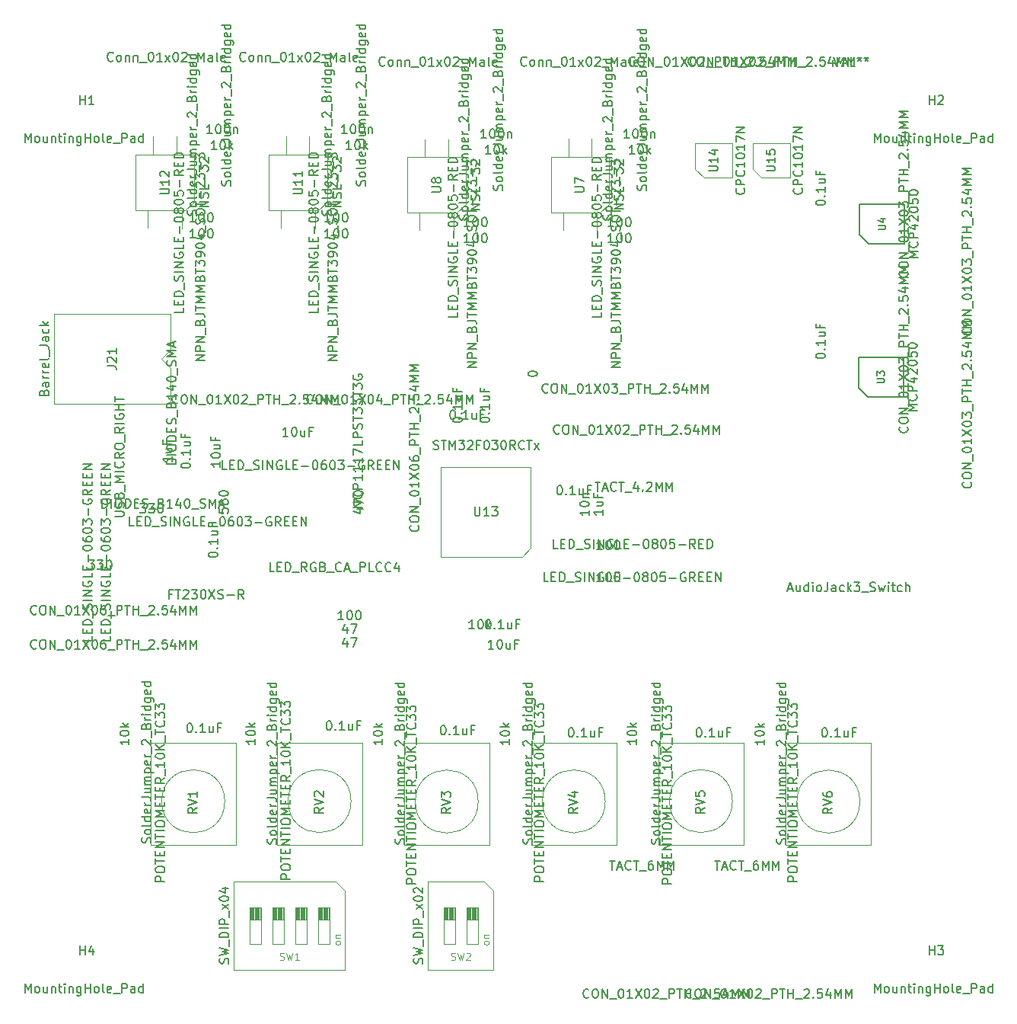
<source format=gbr>
G04 #@! TF.GenerationSoftware,KiCad,Pcbnew,(5.1.5)-3*
G04 #@! TF.CreationDate,2020-04-16T22:09:37-07:00*
G04 #@! TF.ProjectId,Digital_Board_Rev_1,44696769-7461-46c5-9f42-6f6172645f52,rev?*
G04 #@! TF.SameCoordinates,Original*
G04 #@! TF.FileFunction,Other,Fab,Top*
%FSLAX46Y46*%
G04 Gerber Fmt 4.6, Leading zero omitted, Abs format (unit mm)*
G04 Created by KiCad (PCBNEW (5.1.5)-3) date 2020-04-16 22:09:37*
%MOMM*%
%LPD*%
G04 APERTURE LIST*
%ADD10C,0.100000*%
%ADD11C,0.150000*%
%ADD12C,0.152400*%
%ADD13C,0.140000*%
%ADD14C,0.120000*%
G04 APERTURE END LIST*
D10*
X25592000Y-52658000D02*
X38592000Y-52658000D01*
X25592000Y-62658000D02*
X25592000Y-52658000D01*
X38592000Y-62658000D02*
X25592000Y-62658000D01*
X38592000Y-58658000D02*
X38592000Y-62658000D01*
X37592000Y-57658000D02*
X38592000Y-58658000D01*
X38592000Y-56658000D02*
X37592000Y-57658000D01*
X38592000Y-52658000D02*
X38592000Y-56658000D01*
X104306860Y-37526320D02*
X103356860Y-36576320D01*
X107456860Y-37526320D02*
X104306860Y-37526320D01*
X107456860Y-33726320D02*
X107456860Y-37526320D01*
X103356860Y-33726320D02*
X107456860Y-33726320D01*
X103356860Y-36576320D02*
X103356860Y-33726320D01*
X97894860Y-37526320D02*
X96944860Y-36576320D01*
X101044860Y-37526320D02*
X97894860Y-37526320D01*
X101044860Y-33726320D02*
X101044860Y-37526320D01*
X96944860Y-33726320D02*
X101044860Y-33726320D01*
X96944860Y-36576320D02*
X96944860Y-33726320D01*
X78660000Y-78676000D02*
X77660000Y-79676000D01*
X78660000Y-69676000D02*
X78660000Y-78676000D01*
X68660000Y-69676000D02*
X78660000Y-69676000D01*
X68660000Y-79676000D02*
X68660000Y-69676000D01*
X77660000Y-79676000D02*
X68660000Y-79676000D01*
X40220860Y-41190320D02*
X34720860Y-41190320D01*
X41220860Y-40190320D02*
X40220860Y-41190320D01*
X41220860Y-34990320D02*
X41220860Y-40190320D01*
X34720860Y-34990320D02*
X41220860Y-34990320D01*
X34720860Y-41190320D02*
X34720860Y-34990320D01*
X36080860Y-43140320D02*
X36080860Y-41190320D01*
X39880860Y-43190320D02*
X39880860Y-41190320D01*
X39220860Y-34990320D02*
X39220860Y-32990320D01*
X36670860Y-32990320D02*
X36670860Y-34990320D01*
X55030860Y-41190320D02*
X49530860Y-41190320D01*
X56030860Y-40190320D02*
X55030860Y-41190320D01*
X56030860Y-34990320D02*
X56030860Y-40190320D01*
X49530860Y-34990320D02*
X56030860Y-34990320D01*
X49530860Y-41190320D02*
X49530860Y-34990320D01*
X50890860Y-43140320D02*
X50890860Y-41190320D01*
X54690860Y-43190320D02*
X54690860Y-41190320D01*
X54030860Y-34990320D02*
X54030860Y-32990320D01*
X51480860Y-32990320D02*
X51480860Y-34990320D01*
X70444000Y-41454000D02*
X64944000Y-41454000D01*
X71444000Y-40454000D02*
X70444000Y-41454000D01*
X71444000Y-35254000D02*
X71444000Y-40454000D01*
X64944000Y-35254000D02*
X71444000Y-35254000D01*
X64944000Y-41454000D02*
X64944000Y-35254000D01*
X66304000Y-43404000D02*
X66304000Y-41454000D01*
X70104000Y-43454000D02*
X70104000Y-41454000D01*
X69444000Y-35254000D02*
X69444000Y-33254000D01*
X66894000Y-33254000D02*
X66894000Y-35254000D01*
X86370860Y-41444320D02*
X80870860Y-41444320D01*
X87370860Y-40444320D02*
X86370860Y-41444320D01*
X87370860Y-35244320D02*
X87370860Y-40444320D01*
X80870860Y-35244320D02*
X87370860Y-35244320D01*
X80870860Y-41444320D02*
X80870860Y-35244320D01*
X82230860Y-43394320D02*
X82230860Y-41444320D01*
X86030860Y-43444320D02*
X86030860Y-41444320D01*
X85370860Y-35244320D02*
X85370860Y-33244320D01*
X82820860Y-33244320D02*
X82820860Y-35244320D01*
D11*
X115218000Y-43872000D02*
X115218000Y-40472000D01*
X115218000Y-40472000D02*
X120218000Y-40472000D01*
X120218000Y-40472000D02*
X120218000Y-44872000D01*
X120218000Y-44872000D02*
X116218000Y-44872000D01*
X116218000Y-44872000D02*
X115218000Y-43872000D01*
X115102000Y-60890000D02*
X115102000Y-57490000D01*
X115102000Y-57490000D02*
X120102000Y-57490000D01*
X120102000Y-57490000D02*
X120102000Y-61890000D01*
X120102000Y-61890000D02*
X116102000Y-61890000D01*
X116102000Y-61890000D02*
X115102000Y-60890000D01*
D10*
X70231000Y-119973333D02*
X68961000Y-119973333D01*
X69031000Y-118620000D02*
X69031000Y-119973333D01*
X69131000Y-118620000D02*
X69131000Y-119973333D01*
X69231000Y-118620000D02*
X69231000Y-119973333D01*
X69331000Y-118620000D02*
X69331000Y-119973333D01*
X69431000Y-118620000D02*
X69431000Y-119973333D01*
X69531000Y-118620000D02*
X69531000Y-119973333D01*
X69631000Y-118620000D02*
X69631000Y-119973333D01*
X69731000Y-118620000D02*
X69731000Y-119973333D01*
X69831000Y-118620000D02*
X69831000Y-119973333D01*
X69931000Y-118620000D02*
X69931000Y-119973333D01*
X70031000Y-118620000D02*
X70031000Y-119973333D01*
X70131000Y-118620000D02*
X70131000Y-119973333D01*
X70231000Y-122680000D02*
X70231000Y-118620000D01*
X68961000Y-122680000D02*
X70231000Y-122680000D01*
X68961000Y-118620000D02*
X68961000Y-122680000D01*
X70231000Y-118620000D02*
X68961000Y-118620000D01*
X72771000Y-119973333D02*
X71501000Y-119973333D01*
X71571000Y-118620000D02*
X71571000Y-119973333D01*
X71671000Y-118620000D02*
X71671000Y-119973333D01*
X71771000Y-118620000D02*
X71771000Y-119973333D01*
X71871000Y-118620000D02*
X71871000Y-119973333D01*
X71971000Y-118620000D02*
X71971000Y-119973333D01*
X72071000Y-118620000D02*
X72071000Y-119973333D01*
X72171000Y-118620000D02*
X72171000Y-119973333D01*
X72271000Y-118620000D02*
X72271000Y-119973333D01*
X72371000Y-118620000D02*
X72371000Y-119973333D01*
X72471000Y-118620000D02*
X72471000Y-119973333D01*
X72571000Y-118620000D02*
X72571000Y-119973333D01*
X72671000Y-118620000D02*
X72671000Y-119973333D01*
X72771000Y-122680000D02*
X72771000Y-118620000D01*
X71501000Y-122680000D02*
X72771000Y-122680000D01*
X71501000Y-118620000D02*
X71501000Y-122680000D01*
X72771000Y-118620000D02*
X71501000Y-118620000D01*
X73496000Y-115760000D02*
X74496000Y-116760000D01*
X67236000Y-115760000D02*
X73496000Y-115760000D01*
X67236000Y-125540000D02*
X67236000Y-115760000D01*
X74496000Y-125540000D02*
X67236000Y-125540000D01*
X74496000Y-116760000D02*
X74496000Y-125540000D01*
X48641000Y-119973333D02*
X47371000Y-119973333D01*
X47441000Y-118620000D02*
X47441000Y-119973333D01*
X47541000Y-118620000D02*
X47541000Y-119973333D01*
X47641000Y-118620000D02*
X47641000Y-119973333D01*
X47741000Y-118620000D02*
X47741000Y-119973333D01*
X47841000Y-118620000D02*
X47841000Y-119973333D01*
X47941000Y-118620000D02*
X47941000Y-119973333D01*
X48041000Y-118620000D02*
X48041000Y-119973333D01*
X48141000Y-118620000D02*
X48141000Y-119973333D01*
X48241000Y-118620000D02*
X48241000Y-119973333D01*
X48341000Y-118620000D02*
X48341000Y-119973333D01*
X48441000Y-118620000D02*
X48441000Y-119973333D01*
X48541000Y-118620000D02*
X48541000Y-119973333D01*
X48641000Y-122680000D02*
X48641000Y-118620000D01*
X47371000Y-122680000D02*
X48641000Y-122680000D01*
X47371000Y-118620000D02*
X47371000Y-122680000D01*
X48641000Y-118620000D02*
X47371000Y-118620000D01*
X51181000Y-119973333D02*
X49911000Y-119973333D01*
X49981000Y-118620000D02*
X49981000Y-119973333D01*
X50081000Y-118620000D02*
X50081000Y-119973333D01*
X50181000Y-118620000D02*
X50181000Y-119973333D01*
X50281000Y-118620000D02*
X50281000Y-119973333D01*
X50381000Y-118620000D02*
X50381000Y-119973333D01*
X50481000Y-118620000D02*
X50481000Y-119973333D01*
X50581000Y-118620000D02*
X50581000Y-119973333D01*
X50681000Y-118620000D02*
X50681000Y-119973333D01*
X50781000Y-118620000D02*
X50781000Y-119973333D01*
X50881000Y-118620000D02*
X50881000Y-119973333D01*
X50981000Y-118620000D02*
X50981000Y-119973333D01*
X51081000Y-118620000D02*
X51081000Y-119973333D01*
X51181000Y-122680000D02*
X51181000Y-118620000D01*
X49911000Y-122680000D02*
X51181000Y-122680000D01*
X49911000Y-118620000D02*
X49911000Y-122680000D01*
X51181000Y-118620000D02*
X49911000Y-118620000D01*
X53721000Y-119973333D02*
X52451000Y-119973333D01*
X52521000Y-118620000D02*
X52521000Y-119973333D01*
X52621000Y-118620000D02*
X52621000Y-119973333D01*
X52721000Y-118620000D02*
X52721000Y-119973333D01*
X52821000Y-118620000D02*
X52821000Y-119973333D01*
X52921000Y-118620000D02*
X52921000Y-119973333D01*
X53021000Y-118620000D02*
X53021000Y-119973333D01*
X53121000Y-118620000D02*
X53121000Y-119973333D01*
X53221000Y-118620000D02*
X53221000Y-119973333D01*
X53321000Y-118620000D02*
X53321000Y-119973333D01*
X53421000Y-118620000D02*
X53421000Y-119973333D01*
X53521000Y-118620000D02*
X53521000Y-119973333D01*
X53621000Y-118620000D02*
X53621000Y-119973333D01*
X53721000Y-122680000D02*
X53721000Y-118620000D01*
X52451000Y-122680000D02*
X53721000Y-122680000D01*
X52451000Y-118620000D02*
X52451000Y-122680000D01*
X53721000Y-118620000D02*
X52451000Y-118620000D01*
X56261000Y-119973333D02*
X54991000Y-119973333D01*
X55061000Y-118620000D02*
X55061000Y-119973333D01*
X55161000Y-118620000D02*
X55161000Y-119973333D01*
X55261000Y-118620000D02*
X55261000Y-119973333D01*
X55361000Y-118620000D02*
X55361000Y-119973333D01*
X55461000Y-118620000D02*
X55461000Y-119973333D01*
X55561000Y-118620000D02*
X55561000Y-119973333D01*
X55661000Y-118620000D02*
X55661000Y-119973333D01*
X55761000Y-118620000D02*
X55761000Y-119973333D01*
X55861000Y-118620000D02*
X55861000Y-119973333D01*
X55961000Y-118620000D02*
X55961000Y-119973333D01*
X56061000Y-118620000D02*
X56061000Y-119973333D01*
X56161000Y-118620000D02*
X56161000Y-119973333D01*
X56261000Y-122680000D02*
X56261000Y-118620000D01*
X54991000Y-122680000D02*
X56261000Y-122680000D01*
X54991000Y-118620000D02*
X54991000Y-122680000D01*
X56261000Y-118620000D02*
X54991000Y-118620000D01*
X56986000Y-115760000D02*
X57986000Y-116760000D01*
X45646000Y-115760000D02*
X56986000Y-115760000D01*
X45646000Y-125540000D02*
X45646000Y-115760000D01*
X57986000Y-125540000D02*
X45646000Y-125540000D01*
X57986000Y-116760000D02*
X57986000Y-125540000D01*
X107001140Y-100371680D02*
X107001140Y-111721680D01*
X116501140Y-100371680D02*
X116501140Y-111721680D01*
X107001140Y-111721680D02*
X116501140Y-111721680D01*
X107001140Y-100371680D02*
X116501140Y-100371680D01*
X115251140Y-106871680D02*
G75*
G03X115251140Y-106871680I-3500000J0D01*
G01*
X92826000Y-100314000D02*
X92826000Y-111664000D01*
X102326000Y-100314000D02*
X102326000Y-111664000D01*
X92826000Y-111664000D02*
X102326000Y-111664000D01*
X92826000Y-100314000D02*
X102326000Y-100314000D01*
X101076000Y-106814000D02*
G75*
G03X101076000Y-106814000I-3500000J0D01*
G01*
X78685140Y-100347680D02*
X78685140Y-111697680D01*
X88185140Y-100347680D02*
X88185140Y-111697680D01*
X78685140Y-111697680D02*
X88185140Y-111697680D01*
X78685140Y-100347680D02*
X88185140Y-100347680D01*
X86935140Y-106847680D02*
G75*
G03X86935140Y-106847680I-3500000J0D01*
G01*
X64553140Y-100361680D02*
X64553140Y-111711680D01*
X74053140Y-100361680D02*
X74053140Y-111711680D01*
X64553140Y-111711680D02*
X74053140Y-111711680D01*
X64553140Y-100361680D02*
X74053140Y-100361680D01*
X72803140Y-106861680D02*
G75*
G03X72803140Y-106861680I-3500000J0D01*
G01*
X50408000Y-100314000D02*
X50408000Y-111664000D01*
X59908000Y-100314000D02*
X59908000Y-111664000D01*
X50408000Y-111664000D02*
X59908000Y-111664000D01*
X50408000Y-100314000D02*
X59908000Y-100314000D01*
X58658000Y-106814000D02*
G75*
G03X58658000Y-106814000I-3500000J0D01*
G01*
X36359140Y-100337680D02*
X36359140Y-111687680D01*
X45859140Y-100337680D02*
X45859140Y-111687680D01*
X36359140Y-111687680D02*
X45859140Y-111687680D01*
X36359140Y-100337680D02*
X45859140Y-100337680D01*
X44609140Y-106837680D02*
G75*
G03X44609140Y-106837680I-3500000J0D01*
G01*
D12*
X32367099Y-75184000D02*
X33189575Y-75184000D01*
X33286337Y-75135619D01*
X33334718Y-75087238D01*
X33383099Y-74990476D01*
X33383099Y-74796952D01*
X33334718Y-74700190D01*
X33286337Y-74651809D01*
X33189575Y-74603428D01*
X32367099Y-74603428D01*
X33334718Y-74168000D02*
X33383099Y-74022857D01*
X33383099Y-73780952D01*
X33334718Y-73684190D01*
X33286337Y-73635809D01*
X33189575Y-73587428D01*
X33092813Y-73587428D01*
X32996051Y-73635809D01*
X32947670Y-73684190D01*
X32899289Y-73780952D01*
X32850908Y-73974476D01*
X32802527Y-74071238D01*
X32754146Y-74119619D01*
X32657384Y-74168000D01*
X32560622Y-74168000D01*
X32463860Y-74119619D01*
X32415480Y-74071238D01*
X32367099Y-73974476D01*
X32367099Y-73732571D01*
X32415480Y-73587428D01*
X32850908Y-72813333D02*
X32899289Y-72668190D01*
X32947670Y-72619809D01*
X33044432Y-72571428D01*
X33189575Y-72571428D01*
X33286337Y-72619809D01*
X33334718Y-72668190D01*
X33383099Y-72764952D01*
X33383099Y-73152000D01*
X32367099Y-73152000D01*
X32367099Y-72813333D01*
X32415480Y-72716571D01*
X32463860Y-72668190D01*
X32560622Y-72619809D01*
X32657384Y-72619809D01*
X32754146Y-72668190D01*
X32802527Y-72716571D01*
X32850908Y-72813333D01*
X32850908Y-73152000D01*
X33479860Y-72377904D02*
X33479860Y-71603809D01*
X33383099Y-71361904D02*
X32367099Y-71361904D01*
X33092813Y-71023238D01*
X32367099Y-70684571D01*
X33383099Y-70684571D01*
X33383099Y-70200761D02*
X32367099Y-70200761D01*
X33286337Y-69136380D02*
X33334718Y-69184761D01*
X33383099Y-69329904D01*
X33383099Y-69426666D01*
X33334718Y-69571809D01*
X33237956Y-69668571D01*
X33141194Y-69716952D01*
X32947670Y-69765333D01*
X32802527Y-69765333D01*
X32609003Y-69716952D01*
X32512241Y-69668571D01*
X32415480Y-69571809D01*
X32367099Y-69426666D01*
X32367099Y-69329904D01*
X32415480Y-69184761D01*
X32463860Y-69136380D01*
X33383099Y-68120380D02*
X32899289Y-68459047D01*
X33383099Y-68700952D02*
X32367099Y-68700952D01*
X32367099Y-68313904D01*
X32415480Y-68217142D01*
X32463860Y-68168761D01*
X32560622Y-68120380D01*
X32705765Y-68120380D01*
X32802527Y-68168761D01*
X32850908Y-68217142D01*
X32899289Y-68313904D01*
X32899289Y-68700952D01*
X32367099Y-67491428D02*
X32367099Y-67297904D01*
X32415480Y-67201142D01*
X32512241Y-67104380D01*
X32705765Y-67056000D01*
X33044432Y-67056000D01*
X33237956Y-67104380D01*
X33334718Y-67201142D01*
X33383099Y-67297904D01*
X33383099Y-67491428D01*
X33334718Y-67588190D01*
X33237956Y-67684952D01*
X33044432Y-67733333D01*
X32705765Y-67733333D01*
X32512241Y-67684952D01*
X32415480Y-67588190D01*
X32367099Y-67491428D01*
X33479860Y-66862476D02*
X33479860Y-66088380D01*
X33383099Y-65265904D02*
X32899289Y-65604571D01*
X33383099Y-65846476D02*
X32367099Y-65846476D01*
X32367099Y-65459428D01*
X32415480Y-65362666D01*
X32463860Y-65314285D01*
X32560622Y-65265904D01*
X32705765Y-65265904D01*
X32802527Y-65314285D01*
X32850908Y-65362666D01*
X32899289Y-65459428D01*
X32899289Y-65846476D01*
X33383099Y-64830476D02*
X32367099Y-64830476D01*
X32415480Y-63814476D02*
X32367099Y-63911238D01*
X32367099Y-64056380D01*
X32415480Y-64201523D01*
X32512241Y-64298285D01*
X32609003Y-64346666D01*
X32802527Y-64395047D01*
X32947670Y-64395047D01*
X33141194Y-64346666D01*
X33237956Y-64298285D01*
X33334718Y-64201523D01*
X33383099Y-64056380D01*
X33383099Y-63959619D01*
X33334718Y-63814476D01*
X33286337Y-63766095D01*
X32947670Y-63766095D01*
X32947670Y-63959619D01*
X33383099Y-63330666D02*
X32367099Y-63330666D01*
X32850908Y-63330666D02*
X32850908Y-62750095D01*
X33383099Y-62750095D02*
X32367099Y-62750095D01*
X32367099Y-62411428D02*
X32367099Y-61830857D01*
X33383099Y-62121142D02*
X32367099Y-62121142D01*
X38742015Y-83808388D02*
X38403348Y-83808388D01*
X38403348Y-84340579D02*
X38403348Y-83324579D01*
X38887158Y-83324579D01*
X39129062Y-83324579D02*
X39709634Y-83324579D01*
X39419348Y-84340579D02*
X39419348Y-83324579D01*
X39999920Y-83421340D02*
X40048300Y-83372960D01*
X40145062Y-83324579D01*
X40386967Y-83324579D01*
X40483729Y-83372960D01*
X40532110Y-83421340D01*
X40580491Y-83518102D01*
X40580491Y-83614864D01*
X40532110Y-83760007D01*
X39951539Y-84340579D01*
X40580491Y-84340579D01*
X40919158Y-83324579D02*
X41548110Y-83324579D01*
X41209443Y-83711626D01*
X41354586Y-83711626D01*
X41451348Y-83760007D01*
X41499729Y-83808388D01*
X41548110Y-83905150D01*
X41548110Y-84147055D01*
X41499729Y-84243817D01*
X41451348Y-84292198D01*
X41354586Y-84340579D01*
X41064300Y-84340579D01*
X40967539Y-84292198D01*
X40919158Y-84243817D01*
X42177062Y-83324579D02*
X42273824Y-83324579D01*
X42370586Y-83372960D01*
X42418967Y-83421340D01*
X42467348Y-83518102D01*
X42515729Y-83711626D01*
X42515729Y-83953531D01*
X42467348Y-84147055D01*
X42418967Y-84243817D01*
X42370586Y-84292198D01*
X42273824Y-84340579D01*
X42177062Y-84340579D01*
X42080300Y-84292198D01*
X42031920Y-84243817D01*
X41983539Y-84147055D01*
X41935158Y-83953531D01*
X41935158Y-83711626D01*
X41983539Y-83518102D01*
X42031920Y-83421340D01*
X42080300Y-83372960D01*
X42177062Y-83324579D01*
X42854396Y-83324579D02*
X43531729Y-84340579D01*
X43531729Y-83324579D02*
X42854396Y-84340579D01*
X43870396Y-84292198D02*
X44015539Y-84340579D01*
X44257443Y-84340579D01*
X44354205Y-84292198D01*
X44402586Y-84243817D01*
X44450967Y-84147055D01*
X44450967Y-84050293D01*
X44402586Y-83953531D01*
X44354205Y-83905150D01*
X44257443Y-83856769D01*
X44063920Y-83808388D01*
X43967158Y-83760007D01*
X43918777Y-83711626D01*
X43870396Y-83614864D01*
X43870396Y-83518102D01*
X43918777Y-83421340D01*
X43967158Y-83372960D01*
X44063920Y-83324579D01*
X44305824Y-83324579D01*
X44450967Y-83372960D01*
X44886396Y-83953531D02*
X45660491Y-83953531D01*
X46724872Y-84340579D02*
X46386205Y-83856769D01*
X46144300Y-84340579D02*
X46144300Y-83324579D01*
X46531348Y-83324579D01*
X46628110Y-83372960D01*
X46676491Y-83421340D01*
X46724872Y-83518102D01*
X46724872Y-83663245D01*
X46676491Y-83760007D01*
X46628110Y-83808388D01*
X46531348Y-83856769D01*
X46144300Y-83856769D01*
X110357799Y-57381502D02*
X110357799Y-57284740D01*
X110406180Y-57187979D01*
X110454560Y-57139598D01*
X110551322Y-57091217D01*
X110744846Y-57042836D01*
X110986751Y-57042836D01*
X111180275Y-57091217D01*
X111277037Y-57139598D01*
X111325418Y-57187979D01*
X111373799Y-57284740D01*
X111373799Y-57381502D01*
X111325418Y-57478264D01*
X111277037Y-57526645D01*
X111180275Y-57575026D01*
X110986751Y-57623407D01*
X110744846Y-57623407D01*
X110551322Y-57575026D01*
X110454560Y-57526645D01*
X110406180Y-57478264D01*
X110357799Y-57381502D01*
X111277037Y-56607407D02*
X111325418Y-56559026D01*
X111373799Y-56607407D01*
X111325418Y-56655788D01*
X111277037Y-56607407D01*
X111373799Y-56607407D01*
X111373799Y-55591407D02*
X111373799Y-56171979D01*
X111373799Y-55881693D02*
X110357799Y-55881693D01*
X110502941Y-55978455D01*
X110599703Y-56075217D01*
X110648084Y-56171979D01*
X110696465Y-54720550D02*
X111373799Y-54720550D01*
X110696465Y-55155979D02*
X111228656Y-55155979D01*
X111325418Y-55107598D01*
X111373799Y-55010836D01*
X111373799Y-54865693D01*
X111325418Y-54768931D01*
X111277037Y-54720550D01*
X110841608Y-53898074D02*
X110841608Y-54236740D01*
X111373799Y-54236740D02*
X110357799Y-54236740D01*
X110357799Y-53752931D01*
X110357799Y-40363502D02*
X110357799Y-40266740D01*
X110406180Y-40169979D01*
X110454560Y-40121598D01*
X110551322Y-40073217D01*
X110744846Y-40024836D01*
X110986751Y-40024836D01*
X111180275Y-40073217D01*
X111277037Y-40121598D01*
X111325418Y-40169979D01*
X111373799Y-40266740D01*
X111373799Y-40363502D01*
X111325418Y-40460264D01*
X111277037Y-40508645D01*
X111180275Y-40557026D01*
X110986751Y-40605407D01*
X110744846Y-40605407D01*
X110551322Y-40557026D01*
X110454560Y-40508645D01*
X110406180Y-40460264D01*
X110357799Y-40363502D01*
X111277037Y-39589407D02*
X111325418Y-39541026D01*
X111373799Y-39589407D01*
X111325418Y-39637788D01*
X111277037Y-39589407D01*
X111373799Y-39589407D01*
X111373799Y-38573407D02*
X111373799Y-39153979D01*
X111373799Y-38863693D02*
X110357799Y-38863693D01*
X110502941Y-38960455D01*
X110599703Y-39057217D01*
X110648084Y-39153979D01*
X110696465Y-37702550D02*
X111373799Y-37702550D01*
X110696465Y-38137979D02*
X111228656Y-38137979D01*
X111325418Y-38089598D01*
X111373799Y-37992836D01*
X111373799Y-37847693D01*
X111325418Y-37750931D01*
X111277037Y-37702550D01*
X110841608Y-36880074D02*
X110841608Y-37218740D01*
X111373799Y-37218740D02*
X110357799Y-37218740D01*
X110357799Y-36734931D01*
X112358351Y-24107019D02*
X112697018Y-25123019D01*
X113035684Y-24107019D01*
X113325970Y-24832733D02*
X113809780Y-24832733D01*
X113229208Y-25123019D02*
X113567875Y-24107019D01*
X113906541Y-25123019D01*
X114729018Y-25123019D02*
X114245208Y-25123019D01*
X114245208Y-24107019D01*
X115212827Y-24107019D02*
X115212827Y-24348923D01*
X114970922Y-24252161D02*
X115212827Y-24348923D01*
X115454732Y-24252161D01*
X115067684Y-24542447D02*
X115212827Y-24348923D01*
X115357970Y-24542447D01*
X115986922Y-24107019D02*
X115986922Y-24348923D01*
X115745018Y-24252161D02*
X115986922Y-24348923D01*
X116228827Y-24252161D01*
X115841780Y-24542447D02*
X115986922Y-24348923D01*
X116132065Y-24542447D01*
X51894619Y-115479043D02*
X50878619Y-115479043D01*
X50878619Y-115091996D01*
X50927000Y-114995234D01*
X50975380Y-114946853D01*
X51072142Y-114898472D01*
X51217285Y-114898472D01*
X51314047Y-114946853D01*
X51362428Y-114995234D01*
X51410809Y-115091996D01*
X51410809Y-115479043D01*
X50878619Y-114269520D02*
X50878619Y-114075996D01*
X50927000Y-113979234D01*
X51023761Y-113882472D01*
X51217285Y-113834091D01*
X51555952Y-113834091D01*
X51749476Y-113882472D01*
X51846238Y-113979234D01*
X51894619Y-114075996D01*
X51894619Y-114269520D01*
X51846238Y-114366281D01*
X51749476Y-114463043D01*
X51555952Y-114511424D01*
X51217285Y-114511424D01*
X51023761Y-114463043D01*
X50927000Y-114366281D01*
X50878619Y-114269520D01*
X50878619Y-113543805D02*
X50878619Y-112963234D01*
X51894619Y-113253520D02*
X50878619Y-113253520D01*
X51362428Y-112624567D02*
X51362428Y-112285900D01*
X51894619Y-112140758D02*
X51894619Y-112624567D01*
X50878619Y-112624567D01*
X50878619Y-112140758D01*
X51894619Y-111705329D02*
X50878619Y-111705329D01*
X51894619Y-111124758D01*
X50878619Y-111124758D01*
X50878619Y-110786091D02*
X50878619Y-110205520D01*
X51894619Y-110495805D02*
X50878619Y-110495805D01*
X51894619Y-109866853D02*
X50878619Y-109866853D01*
X50878619Y-109189520D02*
X50878619Y-108995996D01*
X50927000Y-108899234D01*
X51023761Y-108802472D01*
X51217285Y-108754091D01*
X51555952Y-108754091D01*
X51749476Y-108802472D01*
X51846238Y-108899234D01*
X51894619Y-108995996D01*
X51894619Y-109189520D01*
X51846238Y-109286281D01*
X51749476Y-109383043D01*
X51555952Y-109431424D01*
X51217285Y-109431424D01*
X51023761Y-109383043D01*
X50927000Y-109286281D01*
X50878619Y-109189520D01*
X51894619Y-108318662D02*
X50878619Y-108318662D01*
X51604333Y-107979996D01*
X50878619Y-107641329D01*
X51894619Y-107641329D01*
X51362428Y-107157520D02*
X51362428Y-106818853D01*
X51894619Y-106673710D02*
X51894619Y-107157520D01*
X50878619Y-107157520D01*
X50878619Y-106673710D01*
X50878619Y-106383424D02*
X50878619Y-105802853D01*
X51894619Y-106093139D02*
X50878619Y-106093139D01*
X51362428Y-105464186D02*
X51362428Y-105125520D01*
X51894619Y-104980377D02*
X51894619Y-105464186D01*
X50878619Y-105464186D01*
X50878619Y-104980377D01*
X51894619Y-103964377D02*
X51410809Y-104303043D01*
X51894619Y-104544948D02*
X50878619Y-104544948D01*
X50878619Y-104157900D01*
X50927000Y-104061139D01*
X50975380Y-104012758D01*
X51072142Y-103964377D01*
X51217285Y-103964377D01*
X51314047Y-104012758D01*
X51362428Y-104061139D01*
X51410809Y-104157900D01*
X51410809Y-104544948D01*
X51991380Y-103770853D02*
X51991380Y-102996758D01*
X51894619Y-102222662D02*
X51894619Y-102803234D01*
X51894619Y-102512948D02*
X50878619Y-102512948D01*
X51023761Y-102609710D01*
X51120523Y-102706472D01*
X51168904Y-102803234D01*
X50878619Y-101593710D02*
X50878619Y-101496948D01*
X50927000Y-101400186D01*
X50975380Y-101351805D01*
X51072142Y-101303424D01*
X51265666Y-101255043D01*
X51507571Y-101255043D01*
X51701095Y-101303424D01*
X51797857Y-101351805D01*
X51846238Y-101400186D01*
X51894619Y-101496948D01*
X51894619Y-101593710D01*
X51846238Y-101690472D01*
X51797857Y-101738853D01*
X51701095Y-101787234D01*
X51507571Y-101835615D01*
X51265666Y-101835615D01*
X51072142Y-101787234D01*
X50975380Y-101738853D01*
X50927000Y-101690472D01*
X50878619Y-101593710D01*
X51894619Y-100819615D02*
X50878619Y-100819615D01*
X51894619Y-100239043D02*
X51314047Y-100674472D01*
X50878619Y-100239043D02*
X51459190Y-100819615D01*
X51991380Y-100045520D02*
X51991380Y-99271424D01*
X50878619Y-99174662D02*
X50878619Y-98594091D01*
X51894619Y-98884377D02*
X50878619Y-98884377D01*
X51797857Y-97674853D02*
X51846238Y-97723234D01*
X51894619Y-97868377D01*
X51894619Y-97965139D01*
X51846238Y-98110281D01*
X51749476Y-98207043D01*
X51652714Y-98255424D01*
X51459190Y-98303805D01*
X51314047Y-98303805D01*
X51120523Y-98255424D01*
X51023761Y-98207043D01*
X50927000Y-98110281D01*
X50878619Y-97965139D01*
X50878619Y-97868377D01*
X50927000Y-97723234D01*
X50975380Y-97674853D01*
X50878619Y-97336186D02*
X50878619Y-96707234D01*
X51265666Y-97045900D01*
X51265666Y-96900758D01*
X51314047Y-96803996D01*
X51362428Y-96755615D01*
X51459190Y-96707234D01*
X51701095Y-96707234D01*
X51797857Y-96755615D01*
X51846238Y-96803996D01*
X51894619Y-96900758D01*
X51894619Y-97191043D01*
X51846238Y-97287805D01*
X51797857Y-97336186D01*
X50878619Y-96368567D02*
X50878619Y-95739615D01*
X51265666Y-96078281D01*
X51265666Y-95933139D01*
X51314047Y-95836377D01*
X51362428Y-95787996D01*
X51459190Y-95739615D01*
X51701095Y-95739615D01*
X51797857Y-95787996D01*
X51846238Y-95836377D01*
X51894619Y-95933139D01*
X51894619Y-96223424D01*
X51846238Y-96320186D01*
X51797857Y-96368567D01*
D11*
X41430761Y-41718380D02*
X41478380Y-41575523D01*
X41478380Y-41337428D01*
X41430761Y-41242190D01*
X41383142Y-41194571D01*
X41287904Y-41146952D01*
X41192666Y-41146952D01*
X41097428Y-41194571D01*
X41049809Y-41242190D01*
X41002190Y-41337428D01*
X40954571Y-41527904D01*
X40906952Y-41623142D01*
X40859333Y-41670761D01*
X40764095Y-41718380D01*
X40668857Y-41718380D01*
X40573619Y-41670761D01*
X40526000Y-41623142D01*
X40478380Y-41527904D01*
X40478380Y-41289809D01*
X40526000Y-41146952D01*
X41478380Y-40575523D02*
X41430761Y-40670761D01*
X41383142Y-40718380D01*
X41287904Y-40766000D01*
X41002190Y-40766000D01*
X40906952Y-40718380D01*
X40859333Y-40670761D01*
X40811714Y-40575523D01*
X40811714Y-40432666D01*
X40859333Y-40337428D01*
X40906952Y-40289809D01*
X41002190Y-40242190D01*
X41287904Y-40242190D01*
X41383142Y-40289809D01*
X41430761Y-40337428D01*
X41478380Y-40432666D01*
X41478380Y-40575523D01*
X41478380Y-39670761D02*
X41430761Y-39766000D01*
X41335523Y-39813619D01*
X40478380Y-39813619D01*
X41478380Y-38861238D02*
X40478380Y-38861238D01*
X41430761Y-38861238D02*
X41478380Y-38956476D01*
X41478380Y-39146952D01*
X41430761Y-39242190D01*
X41383142Y-39289809D01*
X41287904Y-39337428D01*
X41002190Y-39337428D01*
X40906952Y-39289809D01*
X40859333Y-39242190D01*
X40811714Y-39146952D01*
X40811714Y-38956476D01*
X40859333Y-38861238D01*
X41430761Y-38004095D02*
X41478380Y-38099333D01*
X41478380Y-38289809D01*
X41430761Y-38385047D01*
X41335523Y-38432666D01*
X40954571Y-38432666D01*
X40859333Y-38385047D01*
X40811714Y-38289809D01*
X40811714Y-38099333D01*
X40859333Y-38004095D01*
X40954571Y-37956476D01*
X41049809Y-37956476D01*
X41145047Y-38432666D01*
X41478380Y-37527904D02*
X40811714Y-37527904D01*
X41002190Y-37527904D02*
X40906952Y-37480285D01*
X40859333Y-37432666D01*
X40811714Y-37337428D01*
X40811714Y-37242190D01*
X40478380Y-36623142D02*
X41192666Y-36623142D01*
X41335523Y-36670761D01*
X41430761Y-36766000D01*
X41478380Y-36908857D01*
X41478380Y-37004095D01*
X40811714Y-35718380D02*
X41478380Y-35718380D01*
X40811714Y-36146952D02*
X41335523Y-36146952D01*
X41430761Y-36099333D01*
X41478380Y-36004095D01*
X41478380Y-35861238D01*
X41430761Y-35766000D01*
X41383142Y-35718380D01*
X41478380Y-35242190D02*
X40811714Y-35242190D01*
X40906952Y-35242190D02*
X40859333Y-35194571D01*
X40811714Y-35099333D01*
X40811714Y-34956476D01*
X40859333Y-34861238D01*
X40954571Y-34813619D01*
X41478380Y-34813619D01*
X40954571Y-34813619D02*
X40859333Y-34766000D01*
X40811714Y-34670761D01*
X40811714Y-34527904D01*
X40859333Y-34432666D01*
X40954571Y-34385047D01*
X41478380Y-34385047D01*
X40811714Y-33908857D02*
X41811714Y-33908857D01*
X40859333Y-33908857D02*
X40811714Y-33813619D01*
X40811714Y-33623142D01*
X40859333Y-33527904D01*
X40906952Y-33480285D01*
X41002190Y-33432666D01*
X41287904Y-33432666D01*
X41383142Y-33480285D01*
X41430761Y-33527904D01*
X41478380Y-33623142D01*
X41478380Y-33813619D01*
X41430761Y-33908857D01*
X41430761Y-32623142D02*
X41478380Y-32718380D01*
X41478380Y-32908857D01*
X41430761Y-33004095D01*
X41335523Y-33051714D01*
X40954571Y-33051714D01*
X40859333Y-33004095D01*
X40811714Y-32908857D01*
X40811714Y-32718380D01*
X40859333Y-32623142D01*
X40954571Y-32575523D01*
X41049809Y-32575523D01*
X41145047Y-33051714D01*
X41478380Y-32146952D02*
X40811714Y-32146952D01*
X41002190Y-32146952D02*
X40906952Y-32099333D01*
X40859333Y-32051714D01*
X40811714Y-31956476D01*
X40811714Y-31861238D01*
X41573619Y-31766000D02*
X41573619Y-31004095D01*
X40573619Y-30813619D02*
X40526000Y-30766000D01*
X40478380Y-30670761D01*
X40478380Y-30432666D01*
X40526000Y-30337428D01*
X40573619Y-30289809D01*
X40668857Y-30242190D01*
X40764095Y-30242190D01*
X40906952Y-30289809D01*
X41478380Y-30861238D01*
X41478380Y-30242190D01*
X41573619Y-30051714D02*
X41573619Y-29289809D01*
X40954571Y-28718380D02*
X41002190Y-28575523D01*
X41049809Y-28527904D01*
X41145047Y-28480285D01*
X41287904Y-28480285D01*
X41383142Y-28527904D01*
X41430761Y-28575523D01*
X41478380Y-28670761D01*
X41478380Y-29051714D01*
X40478380Y-29051714D01*
X40478380Y-28718380D01*
X40526000Y-28623142D01*
X40573619Y-28575523D01*
X40668857Y-28527904D01*
X40764095Y-28527904D01*
X40859333Y-28575523D01*
X40906952Y-28623142D01*
X40954571Y-28718380D01*
X40954571Y-29051714D01*
X41478380Y-28051714D02*
X40811714Y-28051714D01*
X41002190Y-28051714D02*
X40906952Y-28004095D01*
X40859333Y-27956476D01*
X40811714Y-27861238D01*
X40811714Y-27766000D01*
X41478380Y-27432666D02*
X40811714Y-27432666D01*
X40478380Y-27432666D02*
X40526000Y-27480285D01*
X40573619Y-27432666D01*
X40526000Y-27385047D01*
X40478380Y-27432666D01*
X40573619Y-27432666D01*
X41478380Y-26527904D02*
X40478380Y-26527904D01*
X41430761Y-26527904D02*
X41478380Y-26623142D01*
X41478380Y-26813619D01*
X41430761Y-26908857D01*
X41383142Y-26956476D01*
X41287904Y-27004095D01*
X41002190Y-27004095D01*
X40906952Y-26956476D01*
X40859333Y-26908857D01*
X40811714Y-26813619D01*
X40811714Y-26623142D01*
X40859333Y-26527904D01*
X40811714Y-25623142D02*
X41621238Y-25623142D01*
X41716476Y-25670761D01*
X41764095Y-25718380D01*
X41811714Y-25813619D01*
X41811714Y-25956476D01*
X41764095Y-26051714D01*
X41430761Y-25623142D02*
X41478380Y-25718380D01*
X41478380Y-25908857D01*
X41430761Y-26004095D01*
X41383142Y-26051714D01*
X41287904Y-26099333D01*
X41002190Y-26099333D01*
X40906952Y-26051714D01*
X40859333Y-26004095D01*
X40811714Y-25908857D01*
X40811714Y-25718380D01*
X40859333Y-25623142D01*
X41430761Y-24766000D02*
X41478380Y-24861238D01*
X41478380Y-25051714D01*
X41430761Y-25146952D01*
X41335523Y-25194571D01*
X40954571Y-25194571D01*
X40859333Y-25146952D01*
X40811714Y-25051714D01*
X40811714Y-24861238D01*
X40859333Y-24766000D01*
X40954571Y-24718380D01*
X41049809Y-24718380D01*
X41145047Y-25194571D01*
X41478380Y-23861238D02*
X40478380Y-23861238D01*
X41430761Y-23861238D02*
X41478380Y-23956476D01*
X41478380Y-24146952D01*
X41430761Y-24242190D01*
X41383142Y-24289809D01*
X41287904Y-24337428D01*
X41002190Y-24337428D01*
X40906952Y-24289809D01*
X40859333Y-24242190D01*
X40811714Y-24146952D01*
X40811714Y-23956476D01*
X40859333Y-23861238D01*
X45230761Y-38416380D02*
X45278380Y-38273523D01*
X45278380Y-38035428D01*
X45230761Y-37940190D01*
X45183142Y-37892571D01*
X45087904Y-37844952D01*
X44992666Y-37844952D01*
X44897428Y-37892571D01*
X44849809Y-37940190D01*
X44802190Y-38035428D01*
X44754571Y-38225904D01*
X44706952Y-38321142D01*
X44659333Y-38368761D01*
X44564095Y-38416380D01*
X44468857Y-38416380D01*
X44373619Y-38368761D01*
X44326000Y-38321142D01*
X44278380Y-38225904D01*
X44278380Y-37987809D01*
X44326000Y-37844952D01*
X45278380Y-37273523D02*
X45230761Y-37368761D01*
X45183142Y-37416380D01*
X45087904Y-37464000D01*
X44802190Y-37464000D01*
X44706952Y-37416380D01*
X44659333Y-37368761D01*
X44611714Y-37273523D01*
X44611714Y-37130666D01*
X44659333Y-37035428D01*
X44706952Y-36987809D01*
X44802190Y-36940190D01*
X45087904Y-36940190D01*
X45183142Y-36987809D01*
X45230761Y-37035428D01*
X45278380Y-37130666D01*
X45278380Y-37273523D01*
X45278380Y-36368761D02*
X45230761Y-36464000D01*
X45135523Y-36511619D01*
X44278380Y-36511619D01*
X45278380Y-35559238D02*
X44278380Y-35559238D01*
X45230761Y-35559238D02*
X45278380Y-35654476D01*
X45278380Y-35844952D01*
X45230761Y-35940190D01*
X45183142Y-35987809D01*
X45087904Y-36035428D01*
X44802190Y-36035428D01*
X44706952Y-35987809D01*
X44659333Y-35940190D01*
X44611714Y-35844952D01*
X44611714Y-35654476D01*
X44659333Y-35559238D01*
X45230761Y-34702095D02*
X45278380Y-34797333D01*
X45278380Y-34987809D01*
X45230761Y-35083047D01*
X45135523Y-35130666D01*
X44754571Y-35130666D01*
X44659333Y-35083047D01*
X44611714Y-34987809D01*
X44611714Y-34797333D01*
X44659333Y-34702095D01*
X44754571Y-34654476D01*
X44849809Y-34654476D01*
X44945047Y-35130666D01*
X45278380Y-34225904D02*
X44611714Y-34225904D01*
X44802190Y-34225904D02*
X44706952Y-34178285D01*
X44659333Y-34130666D01*
X44611714Y-34035428D01*
X44611714Y-33940190D01*
X44278380Y-33321142D02*
X44992666Y-33321142D01*
X45135523Y-33368761D01*
X45230761Y-33464000D01*
X45278380Y-33606857D01*
X45278380Y-33702095D01*
X44611714Y-32416380D02*
X45278380Y-32416380D01*
X44611714Y-32844952D02*
X45135523Y-32844952D01*
X45230761Y-32797333D01*
X45278380Y-32702095D01*
X45278380Y-32559238D01*
X45230761Y-32464000D01*
X45183142Y-32416380D01*
X45278380Y-31940190D02*
X44611714Y-31940190D01*
X44706952Y-31940190D02*
X44659333Y-31892571D01*
X44611714Y-31797333D01*
X44611714Y-31654476D01*
X44659333Y-31559238D01*
X44754571Y-31511619D01*
X45278380Y-31511619D01*
X44754571Y-31511619D02*
X44659333Y-31464000D01*
X44611714Y-31368761D01*
X44611714Y-31225904D01*
X44659333Y-31130666D01*
X44754571Y-31083047D01*
X45278380Y-31083047D01*
X44611714Y-30606857D02*
X45611714Y-30606857D01*
X44659333Y-30606857D02*
X44611714Y-30511619D01*
X44611714Y-30321142D01*
X44659333Y-30225904D01*
X44706952Y-30178285D01*
X44802190Y-30130666D01*
X45087904Y-30130666D01*
X45183142Y-30178285D01*
X45230761Y-30225904D01*
X45278380Y-30321142D01*
X45278380Y-30511619D01*
X45230761Y-30606857D01*
X45230761Y-29321142D02*
X45278380Y-29416380D01*
X45278380Y-29606857D01*
X45230761Y-29702095D01*
X45135523Y-29749714D01*
X44754571Y-29749714D01*
X44659333Y-29702095D01*
X44611714Y-29606857D01*
X44611714Y-29416380D01*
X44659333Y-29321142D01*
X44754571Y-29273523D01*
X44849809Y-29273523D01*
X44945047Y-29749714D01*
X45278380Y-28844952D02*
X44611714Y-28844952D01*
X44802190Y-28844952D02*
X44706952Y-28797333D01*
X44659333Y-28749714D01*
X44611714Y-28654476D01*
X44611714Y-28559238D01*
X45373619Y-28464000D02*
X45373619Y-27702095D01*
X44373619Y-27511619D02*
X44326000Y-27464000D01*
X44278380Y-27368761D01*
X44278380Y-27130666D01*
X44326000Y-27035428D01*
X44373619Y-26987809D01*
X44468857Y-26940190D01*
X44564095Y-26940190D01*
X44706952Y-26987809D01*
X45278380Y-27559238D01*
X45278380Y-26940190D01*
X45373619Y-26749714D02*
X45373619Y-25987809D01*
X44754571Y-25416380D02*
X44802190Y-25273523D01*
X44849809Y-25225904D01*
X44945047Y-25178285D01*
X45087904Y-25178285D01*
X45183142Y-25225904D01*
X45230761Y-25273523D01*
X45278380Y-25368761D01*
X45278380Y-25749714D01*
X44278380Y-25749714D01*
X44278380Y-25416380D01*
X44326000Y-25321142D01*
X44373619Y-25273523D01*
X44468857Y-25225904D01*
X44564095Y-25225904D01*
X44659333Y-25273523D01*
X44706952Y-25321142D01*
X44754571Y-25416380D01*
X44754571Y-25749714D01*
X45278380Y-24749714D02*
X44611714Y-24749714D01*
X44802190Y-24749714D02*
X44706952Y-24702095D01*
X44659333Y-24654476D01*
X44611714Y-24559238D01*
X44611714Y-24464000D01*
X45278380Y-24130666D02*
X44611714Y-24130666D01*
X44278380Y-24130666D02*
X44326000Y-24178285D01*
X44373619Y-24130666D01*
X44326000Y-24083047D01*
X44278380Y-24130666D01*
X44373619Y-24130666D01*
X45278380Y-23225904D02*
X44278380Y-23225904D01*
X45230761Y-23225904D02*
X45278380Y-23321142D01*
X45278380Y-23511619D01*
X45230761Y-23606857D01*
X45183142Y-23654476D01*
X45087904Y-23702095D01*
X44802190Y-23702095D01*
X44706952Y-23654476D01*
X44659333Y-23606857D01*
X44611714Y-23511619D01*
X44611714Y-23321142D01*
X44659333Y-23225904D01*
X44611714Y-22321142D02*
X45421238Y-22321142D01*
X45516476Y-22368761D01*
X45564095Y-22416380D01*
X45611714Y-22511619D01*
X45611714Y-22654476D01*
X45564095Y-22749714D01*
X45230761Y-22321142D02*
X45278380Y-22416380D01*
X45278380Y-22606857D01*
X45230761Y-22702095D01*
X45183142Y-22749714D01*
X45087904Y-22797333D01*
X44802190Y-22797333D01*
X44706952Y-22749714D01*
X44659333Y-22702095D01*
X44611714Y-22606857D01*
X44611714Y-22416380D01*
X44659333Y-22321142D01*
X45230761Y-21464000D02*
X45278380Y-21559238D01*
X45278380Y-21749714D01*
X45230761Y-21844952D01*
X45135523Y-21892571D01*
X44754571Y-21892571D01*
X44659333Y-21844952D01*
X44611714Y-21749714D01*
X44611714Y-21559238D01*
X44659333Y-21464000D01*
X44754571Y-21416380D01*
X44849809Y-21416380D01*
X44945047Y-21892571D01*
X45278380Y-20559238D02*
X44278380Y-20559238D01*
X45230761Y-20559238D02*
X45278380Y-20654476D01*
X45278380Y-20844952D01*
X45230761Y-20940190D01*
X45183142Y-20987809D01*
X45087904Y-21035428D01*
X44802190Y-21035428D01*
X44706952Y-20987809D01*
X44659333Y-20940190D01*
X44611714Y-20844952D01*
X44611714Y-20654476D01*
X44659333Y-20559238D01*
X56416761Y-41718380D02*
X56464380Y-41575523D01*
X56464380Y-41337428D01*
X56416761Y-41242190D01*
X56369142Y-41194571D01*
X56273904Y-41146952D01*
X56178666Y-41146952D01*
X56083428Y-41194571D01*
X56035809Y-41242190D01*
X55988190Y-41337428D01*
X55940571Y-41527904D01*
X55892952Y-41623142D01*
X55845333Y-41670761D01*
X55750095Y-41718380D01*
X55654857Y-41718380D01*
X55559619Y-41670761D01*
X55512000Y-41623142D01*
X55464380Y-41527904D01*
X55464380Y-41289809D01*
X55512000Y-41146952D01*
X56464380Y-40575523D02*
X56416761Y-40670761D01*
X56369142Y-40718380D01*
X56273904Y-40766000D01*
X55988190Y-40766000D01*
X55892952Y-40718380D01*
X55845333Y-40670761D01*
X55797714Y-40575523D01*
X55797714Y-40432666D01*
X55845333Y-40337428D01*
X55892952Y-40289809D01*
X55988190Y-40242190D01*
X56273904Y-40242190D01*
X56369142Y-40289809D01*
X56416761Y-40337428D01*
X56464380Y-40432666D01*
X56464380Y-40575523D01*
X56464380Y-39670761D02*
X56416761Y-39766000D01*
X56321523Y-39813619D01*
X55464380Y-39813619D01*
X56464380Y-38861238D02*
X55464380Y-38861238D01*
X56416761Y-38861238D02*
X56464380Y-38956476D01*
X56464380Y-39146952D01*
X56416761Y-39242190D01*
X56369142Y-39289809D01*
X56273904Y-39337428D01*
X55988190Y-39337428D01*
X55892952Y-39289809D01*
X55845333Y-39242190D01*
X55797714Y-39146952D01*
X55797714Y-38956476D01*
X55845333Y-38861238D01*
X56416761Y-38004095D02*
X56464380Y-38099333D01*
X56464380Y-38289809D01*
X56416761Y-38385047D01*
X56321523Y-38432666D01*
X55940571Y-38432666D01*
X55845333Y-38385047D01*
X55797714Y-38289809D01*
X55797714Y-38099333D01*
X55845333Y-38004095D01*
X55940571Y-37956476D01*
X56035809Y-37956476D01*
X56131047Y-38432666D01*
X56464380Y-37527904D02*
X55797714Y-37527904D01*
X55988190Y-37527904D02*
X55892952Y-37480285D01*
X55845333Y-37432666D01*
X55797714Y-37337428D01*
X55797714Y-37242190D01*
X55464380Y-36623142D02*
X56178666Y-36623142D01*
X56321523Y-36670761D01*
X56416761Y-36766000D01*
X56464380Y-36908857D01*
X56464380Y-37004095D01*
X55797714Y-35718380D02*
X56464380Y-35718380D01*
X55797714Y-36146952D02*
X56321523Y-36146952D01*
X56416761Y-36099333D01*
X56464380Y-36004095D01*
X56464380Y-35861238D01*
X56416761Y-35766000D01*
X56369142Y-35718380D01*
X56464380Y-35242190D02*
X55797714Y-35242190D01*
X55892952Y-35242190D02*
X55845333Y-35194571D01*
X55797714Y-35099333D01*
X55797714Y-34956476D01*
X55845333Y-34861238D01*
X55940571Y-34813619D01*
X56464380Y-34813619D01*
X55940571Y-34813619D02*
X55845333Y-34766000D01*
X55797714Y-34670761D01*
X55797714Y-34527904D01*
X55845333Y-34432666D01*
X55940571Y-34385047D01*
X56464380Y-34385047D01*
X55797714Y-33908857D02*
X56797714Y-33908857D01*
X55845333Y-33908857D02*
X55797714Y-33813619D01*
X55797714Y-33623142D01*
X55845333Y-33527904D01*
X55892952Y-33480285D01*
X55988190Y-33432666D01*
X56273904Y-33432666D01*
X56369142Y-33480285D01*
X56416761Y-33527904D01*
X56464380Y-33623142D01*
X56464380Y-33813619D01*
X56416761Y-33908857D01*
X56416761Y-32623142D02*
X56464380Y-32718380D01*
X56464380Y-32908857D01*
X56416761Y-33004095D01*
X56321523Y-33051714D01*
X55940571Y-33051714D01*
X55845333Y-33004095D01*
X55797714Y-32908857D01*
X55797714Y-32718380D01*
X55845333Y-32623142D01*
X55940571Y-32575523D01*
X56035809Y-32575523D01*
X56131047Y-33051714D01*
X56464380Y-32146952D02*
X55797714Y-32146952D01*
X55988190Y-32146952D02*
X55892952Y-32099333D01*
X55845333Y-32051714D01*
X55797714Y-31956476D01*
X55797714Y-31861238D01*
X56559619Y-31766000D02*
X56559619Y-31004095D01*
X55559619Y-30813619D02*
X55512000Y-30766000D01*
X55464380Y-30670761D01*
X55464380Y-30432666D01*
X55512000Y-30337428D01*
X55559619Y-30289809D01*
X55654857Y-30242190D01*
X55750095Y-30242190D01*
X55892952Y-30289809D01*
X56464380Y-30861238D01*
X56464380Y-30242190D01*
X56559619Y-30051714D02*
X56559619Y-29289809D01*
X55940571Y-28718380D02*
X55988190Y-28575523D01*
X56035809Y-28527904D01*
X56131047Y-28480285D01*
X56273904Y-28480285D01*
X56369142Y-28527904D01*
X56416761Y-28575523D01*
X56464380Y-28670761D01*
X56464380Y-29051714D01*
X55464380Y-29051714D01*
X55464380Y-28718380D01*
X55512000Y-28623142D01*
X55559619Y-28575523D01*
X55654857Y-28527904D01*
X55750095Y-28527904D01*
X55845333Y-28575523D01*
X55892952Y-28623142D01*
X55940571Y-28718380D01*
X55940571Y-29051714D01*
X56464380Y-28051714D02*
X55797714Y-28051714D01*
X55988190Y-28051714D02*
X55892952Y-28004095D01*
X55845333Y-27956476D01*
X55797714Y-27861238D01*
X55797714Y-27766000D01*
X56464380Y-27432666D02*
X55797714Y-27432666D01*
X55464380Y-27432666D02*
X55512000Y-27480285D01*
X55559619Y-27432666D01*
X55512000Y-27385047D01*
X55464380Y-27432666D01*
X55559619Y-27432666D01*
X56464380Y-26527904D02*
X55464380Y-26527904D01*
X56416761Y-26527904D02*
X56464380Y-26623142D01*
X56464380Y-26813619D01*
X56416761Y-26908857D01*
X56369142Y-26956476D01*
X56273904Y-27004095D01*
X55988190Y-27004095D01*
X55892952Y-26956476D01*
X55845333Y-26908857D01*
X55797714Y-26813619D01*
X55797714Y-26623142D01*
X55845333Y-26527904D01*
X55797714Y-25623142D02*
X56607238Y-25623142D01*
X56702476Y-25670761D01*
X56750095Y-25718380D01*
X56797714Y-25813619D01*
X56797714Y-25956476D01*
X56750095Y-26051714D01*
X56416761Y-25623142D02*
X56464380Y-25718380D01*
X56464380Y-25908857D01*
X56416761Y-26004095D01*
X56369142Y-26051714D01*
X56273904Y-26099333D01*
X55988190Y-26099333D01*
X55892952Y-26051714D01*
X55845333Y-26004095D01*
X55797714Y-25908857D01*
X55797714Y-25718380D01*
X55845333Y-25623142D01*
X56416761Y-24766000D02*
X56464380Y-24861238D01*
X56464380Y-25051714D01*
X56416761Y-25146952D01*
X56321523Y-25194571D01*
X55940571Y-25194571D01*
X55845333Y-25146952D01*
X55797714Y-25051714D01*
X55797714Y-24861238D01*
X55845333Y-24766000D01*
X55940571Y-24718380D01*
X56035809Y-24718380D01*
X56131047Y-25194571D01*
X56464380Y-23861238D02*
X55464380Y-23861238D01*
X56416761Y-23861238D02*
X56464380Y-23956476D01*
X56464380Y-24146952D01*
X56416761Y-24242190D01*
X56369142Y-24289809D01*
X56273904Y-24337428D01*
X55988190Y-24337428D01*
X55892952Y-24289809D01*
X55845333Y-24242190D01*
X55797714Y-24146952D01*
X55797714Y-23956476D01*
X55845333Y-23861238D01*
X60216761Y-38416380D02*
X60264380Y-38273523D01*
X60264380Y-38035428D01*
X60216761Y-37940190D01*
X60169142Y-37892571D01*
X60073904Y-37844952D01*
X59978666Y-37844952D01*
X59883428Y-37892571D01*
X59835809Y-37940190D01*
X59788190Y-38035428D01*
X59740571Y-38225904D01*
X59692952Y-38321142D01*
X59645333Y-38368761D01*
X59550095Y-38416380D01*
X59454857Y-38416380D01*
X59359619Y-38368761D01*
X59312000Y-38321142D01*
X59264380Y-38225904D01*
X59264380Y-37987809D01*
X59312000Y-37844952D01*
X60264380Y-37273523D02*
X60216761Y-37368761D01*
X60169142Y-37416380D01*
X60073904Y-37464000D01*
X59788190Y-37464000D01*
X59692952Y-37416380D01*
X59645333Y-37368761D01*
X59597714Y-37273523D01*
X59597714Y-37130666D01*
X59645333Y-37035428D01*
X59692952Y-36987809D01*
X59788190Y-36940190D01*
X60073904Y-36940190D01*
X60169142Y-36987809D01*
X60216761Y-37035428D01*
X60264380Y-37130666D01*
X60264380Y-37273523D01*
X60264380Y-36368761D02*
X60216761Y-36464000D01*
X60121523Y-36511619D01*
X59264380Y-36511619D01*
X60264380Y-35559238D02*
X59264380Y-35559238D01*
X60216761Y-35559238D02*
X60264380Y-35654476D01*
X60264380Y-35844952D01*
X60216761Y-35940190D01*
X60169142Y-35987809D01*
X60073904Y-36035428D01*
X59788190Y-36035428D01*
X59692952Y-35987809D01*
X59645333Y-35940190D01*
X59597714Y-35844952D01*
X59597714Y-35654476D01*
X59645333Y-35559238D01*
X60216761Y-34702095D02*
X60264380Y-34797333D01*
X60264380Y-34987809D01*
X60216761Y-35083047D01*
X60121523Y-35130666D01*
X59740571Y-35130666D01*
X59645333Y-35083047D01*
X59597714Y-34987809D01*
X59597714Y-34797333D01*
X59645333Y-34702095D01*
X59740571Y-34654476D01*
X59835809Y-34654476D01*
X59931047Y-35130666D01*
X60264380Y-34225904D02*
X59597714Y-34225904D01*
X59788190Y-34225904D02*
X59692952Y-34178285D01*
X59645333Y-34130666D01*
X59597714Y-34035428D01*
X59597714Y-33940190D01*
X59264380Y-33321142D02*
X59978666Y-33321142D01*
X60121523Y-33368761D01*
X60216761Y-33464000D01*
X60264380Y-33606857D01*
X60264380Y-33702095D01*
X59597714Y-32416380D02*
X60264380Y-32416380D01*
X59597714Y-32844952D02*
X60121523Y-32844952D01*
X60216761Y-32797333D01*
X60264380Y-32702095D01*
X60264380Y-32559238D01*
X60216761Y-32464000D01*
X60169142Y-32416380D01*
X60264380Y-31940190D02*
X59597714Y-31940190D01*
X59692952Y-31940190D02*
X59645333Y-31892571D01*
X59597714Y-31797333D01*
X59597714Y-31654476D01*
X59645333Y-31559238D01*
X59740571Y-31511619D01*
X60264380Y-31511619D01*
X59740571Y-31511619D02*
X59645333Y-31464000D01*
X59597714Y-31368761D01*
X59597714Y-31225904D01*
X59645333Y-31130666D01*
X59740571Y-31083047D01*
X60264380Y-31083047D01*
X59597714Y-30606857D02*
X60597714Y-30606857D01*
X59645333Y-30606857D02*
X59597714Y-30511619D01*
X59597714Y-30321142D01*
X59645333Y-30225904D01*
X59692952Y-30178285D01*
X59788190Y-30130666D01*
X60073904Y-30130666D01*
X60169142Y-30178285D01*
X60216761Y-30225904D01*
X60264380Y-30321142D01*
X60264380Y-30511619D01*
X60216761Y-30606857D01*
X60216761Y-29321142D02*
X60264380Y-29416380D01*
X60264380Y-29606857D01*
X60216761Y-29702095D01*
X60121523Y-29749714D01*
X59740571Y-29749714D01*
X59645333Y-29702095D01*
X59597714Y-29606857D01*
X59597714Y-29416380D01*
X59645333Y-29321142D01*
X59740571Y-29273523D01*
X59835809Y-29273523D01*
X59931047Y-29749714D01*
X60264380Y-28844952D02*
X59597714Y-28844952D01*
X59788190Y-28844952D02*
X59692952Y-28797333D01*
X59645333Y-28749714D01*
X59597714Y-28654476D01*
X59597714Y-28559238D01*
X60359619Y-28464000D02*
X60359619Y-27702095D01*
X59359619Y-27511619D02*
X59312000Y-27464000D01*
X59264380Y-27368761D01*
X59264380Y-27130666D01*
X59312000Y-27035428D01*
X59359619Y-26987809D01*
X59454857Y-26940190D01*
X59550095Y-26940190D01*
X59692952Y-26987809D01*
X60264380Y-27559238D01*
X60264380Y-26940190D01*
X60359619Y-26749714D02*
X60359619Y-25987809D01*
X59740571Y-25416380D02*
X59788190Y-25273523D01*
X59835809Y-25225904D01*
X59931047Y-25178285D01*
X60073904Y-25178285D01*
X60169142Y-25225904D01*
X60216761Y-25273523D01*
X60264380Y-25368761D01*
X60264380Y-25749714D01*
X59264380Y-25749714D01*
X59264380Y-25416380D01*
X59312000Y-25321142D01*
X59359619Y-25273523D01*
X59454857Y-25225904D01*
X59550095Y-25225904D01*
X59645333Y-25273523D01*
X59692952Y-25321142D01*
X59740571Y-25416380D01*
X59740571Y-25749714D01*
X60264380Y-24749714D02*
X59597714Y-24749714D01*
X59788190Y-24749714D02*
X59692952Y-24702095D01*
X59645333Y-24654476D01*
X59597714Y-24559238D01*
X59597714Y-24464000D01*
X60264380Y-24130666D02*
X59597714Y-24130666D01*
X59264380Y-24130666D02*
X59312000Y-24178285D01*
X59359619Y-24130666D01*
X59312000Y-24083047D01*
X59264380Y-24130666D01*
X59359619Y-24130666D01*
X60264380Y-23225904D02*
X59264380Y-23225904D01*
X60216761Y-23225904D02*
X60264380Y-23321142D01*
X60264380Y-23511619D01*
X60216761Y-23606857D01*
X60169142Y-23654476D01*
X60073904Y-23702095D01*
X59788190Y-23702095D01*
X59692952Y-23654476D01*
X59645333Y-23606857D01*
X59597714Y-23511619D01*
X59597714Y-23321142D01*
X59645333Y-23225904D01*
X59597714Y-22321142D02*
X60407238Y-22321142D01*
X60502476Y-22368761D01*
X60550095Y-22416380D01*
X60597714Y-22511619D01*
X60597714Y-22654476D01*
X60550095Y-22749714D01*
X60216761Y-22321142D02*
X60264380Y-22416380D01*
X60264380Y-22606857D01*
X60216761Y-22702095D01*
X60169142Y-22749714D01*
X60073904Y-22797333D01*
X59788190Y-22797333D01*
X59692952Y-22749714D01*
X59645333Y-22702095D01*
X59597714Y-22606857D01*
X59597714Y-22416380D01*
X59645333Y-22321142D01*
X60216761Y-21464000D02*
X60264380Y-21559238D01*
X60264380Y-21749714D01*
X60216761Y-21844952D01*
X60121523Y-21892571D01*
X59740571Y-21892571D01*
X59645333Y-21844952D01*
X59597714Y-21749714D01*
X59597714Y-21559238D01*
X59645333Y-21464000D01*
X59740571Y-21416380D01*
X59835809Y-21416380D01*
X59931047Y-21892571D01*
X60264380Y-20559238D02*
X59264380Y-20559238D01*
X60216761Y-20559238D02*
X60264380Y-20654476D01*
X60264380Y-20844952D01*
X60216761Y-20940190D01*
X60169142Y-20987809D01*
X60073904Y-21035428D01*
X59788190Y-21035428D01*
X59692952Y-20987809D01*
X59645333Y-20940190D01*
X59597714Y-20844952D01*
X59597714Y-20654476D01*
X59645333Y-20559238D01*
X71656761Y-42226380D02*
X71704380Y-42083523D01*
X71704380Y-41845428D01*
X71656761Y-41750190D01*
X71609142Y-41702571D01*
X71513904Y-41654952D01*
X71418666Y-41654952D01*
X71323428Y-41702571D01*
X71275809Y-41750190D01*
X71228190Y-41845428D01*
X71180571Y-42035904D01*
X71132952Y-42131142D01*
X71085333Y-42178761D01*
X70990095Y-42226380D01*
X70894857Y-42226380D01*
X70799619Y-42178761D01*
X70752000Y-42131142D01*
X70704380Y-42035904D01*
X70704380Y-41797809D01*
X70752000Y-41654952D01*
X71704380Y-41083523D02*
X71656761Y-41178761D01*
X71609142Y-41226380D01*
X71513904Y-41274000D01*
X71228190Y-41274000D01*
X71132952Y-41226380D01*
X71085333Y-41178761D01*
X71037714Y-41083523D01*
X71037714Y-40940666D01*
X71085333Y-40845428D01*
X71132952Y-40797809D01*
X71228190Y-40750190D01*
X71513904Y-40750190D01*
X71609142Y-40797809D01*
X71656761Y-40845428D01*
X71704380Y-40940666D01*
X71704380Y-41083523D01*
X71704380Y-40178761D02*
X71656761Y-40274000D01*
X71561523Y-40321619D01*
X70704380Y-40321619D01*
X71704380Y-39369238D02*
X70704380Y-39369238D01*
X71656761Y-39369238D02*
X71704380Y-39464476D01*
X71704380Y-39654952D01*
X71656761Y-39750190D01*
X71609142Y-39797809D01*
X71513904Y-39845428D01*
X71228190Y-39845428D01*
X71132952Y-39797809D01*
X71085333Y-39750190D01*
X71037714Y-39654952D01*
X71037714Y-39464476D01*
X71085333Y-39369238D01*
X71656761Y-38512095D02*
X71704380Y-38607333D01*
X71704380Y-38797809D01*
X71656761Y-38893047D01*
X71561523Y-38940666D01*
X71180571Y-38940666D01*
X71085333Y-38893047D01*
X71037714Y-38797809D01*
X71037714Y-38607333D01*
X71085333Y-38512095D01*
X71180571Y-38464476D01*
X71275809Y-38464476D01*
X71371047Y-38940666D01*
X71704380Y-38035904D02*
X71037714Y-38035904D01*
X71228190Y-38035904D02*
X71132952Y-37988285D01*
X71085333Y-37940666D01*
X71037714Y-37845428D01*
X71037714Y-37750190D01*
X70704380Y-37131142D02*
X71418666Y-37131142D01*
X71561523Y-37178761D01*
X71656761Y-37274000D01*
X71704380Y-37416857D01*
X71704380Y-37512095D01*
X71037714Y-36226380D02*
X71704380Y-36226380D01*
X71037714Y-36654952D02*
X71561523Y-36654952D01*
X71656761Y-36607333D01*
X71704380Y-36512095D01*
X71704380Y-36369238D01*
X71656761Y-36274000D01*
X71609142Y-36226380D01*
X71704380Y-35750190D02*
X71037714Y-35750190D01*
X71132952Y-35750190D02*
X71085333Y-35702571D01*
X71037714Y-35607333D01*
X71037714Y-35464476D01*
X71085333Y-35369238D01*
X71180571Y-35321619D01*
X71704380Y-35321619D01*
X71180571Y-35321619D02*
X71085333Y-35274000D01*
X71037714Y-35178761D01*
X71037714Y-35035904D01*
X71085333Y-34940666D01*
X71180571Y-34893047D01*
X71704380Y-34893047D01*
X71037714Y-34416857D02*
X72037714Y-34416857D01*
X71085333Y-34416857D02*
X71037714Y-34321619D01*
X71037714Y-34131142D01*
X71085333Y-34035904D01*
X71132952Y-33988285D01*
X71228190Y-33940666D01*
X71513904Y-33940666D01*
X71609142Y-33988285D01*
X71656761Y-34035904D01*
X71704380Y-34131142D01*
X71704380Y-34321619D01*
X71656761Y-34416857D01*
X71656761Y-33131142D02*
X71704380Y-33226380D01*
X71704380Y-33416857D01*
X71656761Y-33512095D01*
X71561523Y-33559714D01*
X71180571Y-33559714D01*
X71085333Y-33512095D01*
X71037714Y-33416857D01*
X71037714Y-33226380D01*
X71085333Y-33131142D01*
X71180571Y-33083523D01*
X71275809Y-33083523D01*
X71371047Y-33559714D01*
X71704380Y-32654952D02*
X71037714Y-32654952D01*
X71228190Y-32654952D02*
X71132952Y-32607333D01*
X71085333Y-32559714D01*
X71037714Y-32464476D01*
X71037714Y-32369238D01*
X71799619Y-32274000D02*
X71799619Y-31512095D01*
X70799619Y-31321619D02*
X70752000Y-31274000D01*
X70704380Y-31178761D01*
X70704380Y-30940666D01*
X70752000Y-30845428D01*
X70799619Y-30797809D01*
X70894857Y-30750190D01*
X70990095Y-30750190D01*
X71132952Y-30797809D01*
X71704380Y-31369238D01*
X71704380Y-30750190D01*
X71799619Y-30559714D02*
X71799619Y-29797809D01*
X71180571Y-29226380D02*
X71228190Y-29083523D01*
X71275809Y-29035904D01*
X71371047Y-28988285D01*
X71513904Y-28988285D01*
X71609142Y-29035904D01*
X71656761Y-29083523D01*
X71704380Y-29178761D01*
X71704380Y-29559714D01*
X70704380Y-29559714D01*
X70704380Y-29226380D01*
X70752000Y-29131142D01*
X70799619Y-29083523D01*
X70894857Y-29035904D01*
X70990095Y-29035904D01*
X71085333Y-29083523D01*
X71132952Y-29131142D01*
X71180571Y-29226380D01*
X71180571Y-29559714D01*
X71704380Y-28559714D02*
X71037714Y-28559714D01*
X71228190Y-28559714D02*
X71132952Y-28512095D01*
X71085333Y-28464476D01*
X71037714Y-28369238D01*
X71037714Y-28274000D01*
X71704380Y-27940666D02*
X71037714Y-27940666D01*
X70704380Y-27940666D02*
X70752000Y-27988285D01*
X70799619Y-27940666D01*
X70752000Y-27893047D01*
X70704380Y-27940666D01*
X70799619Y-27940666D01*
X71704380Y-27035904D02*
X70704380Y-27035904D01*
X71656761Y-27035904D02*
X71704380Y-27131142D01*
X71704380Y-27321619D01*
X71656761Y-27416857D01*
X71609142Y-27464476D01*
X71513904Y-27512095D01*
X71228190Y-27512095D01*
X71132952Y-27464476D01*
X71085333Y-27416857D01*
X71037714Y-27321619D01*
X71037714Y-27131142D01*
X71085333Y-27035904D01*
X71037714Y-26131142D02*
X71847238Y-26131142D01*
X71942476Y-26178761D01*
X71990095Y-26226380D01*
X72037714Y-26321619D01*
X72037714Y-26464476D01*
X71990095Y-26559714D01*
X71656761Y-26131142D02*
X71704380Y-26226380D01*
X71704380Y-26416857D01*
X71656761Y-26512095D01*
X71609142Y-26559714D01*
X71513904Y-26607333D01*
X71228190Y-26607333D01*
X71132952Y-26559714D01*
X71085333Y-26512095D01*
X71037714Y-26416857D01*
X71037714Y-26226380D01*
X71085333Y-26131142D01*
X71656761Y-25274000D02*
X71704380Y-25369238D01*
X71704380Y-25559714D01*
X71656761Y-25654952D01*
X71561523Y-25702571D01*
X71180571Y-25702571D01*
X71085333Y-25654952D01*
X71037714Y-25559714D01*
X71037714Y-25369238D01*
X71085333Y-25274000D01*
X71180571Y-25226380D01*
X71275809Y-25226380D01*
X71371047Y-25702571D01*
X71704380Y-24369238D02*
X70704380Y-24369238D01*
X71656761Y-24369238D02*
X71704380Y-24464476D01*
X71704380Y-24654952D01*
X71656761Y-24750190D01*
X71609142Y-24797809D01*
X71513904Y-24845428D01*
X71228190Y-24845428D01*
X71132952Y-24797809D01*
X71085333Y-24750190D01*
X71037714Y-24654952D01*
X71037714Y-24464476D01*
X71085333Y-24369238D01*
X75456761Y-38924380D02*
X75504380Y-38781523D01*
X75504380Y-38543428D01*
X75456761Y-38448190D01*
X75409142Y-38400571D01*
X75313904Y-38352952D01*
X75218666Y-38352952D01*
X75123428Y-38400571D01*
X75075809Y-38448190D01*
X75028190Y-38543428D01*
X74980571Y-38733904D01*
X74932952Y-38829142D01*
X74885333Y-38876761D01*
X74790095Y-38924380D01*
X74694857Y-38924380D01*
X74599619Y-38876761D01*
X74552000Y-38829142D01*
X74504380Y-38733904D01*
X74504380Y-38495809D01*
X74552000Y-38352952D01*
X75504380Y-37781523D02*
X75456761Y-37876761D01*
X75409142Y-37924380D01*
X75313904Y-37972000D01*
X75028190Y-37972000D01*
X74932952Y-37924380D01*
X74885333Y-37876761D01*
X74837714Y-37781523D01*
X74837714Y-37638666D01*
X74885333Y-37543428D01*
X74932952Y-37495809D01*
X75028190Y-37448190D01*
X75313904Y-37448190D01*
X75409142Y-37495809D01*
X75456761Y-37543428D01*
X75504380Y-37638666D01*
X75504380Y-37781523D01*
X75504380Y-36876761D02*
X75456761Y-36972000D01*
X75361523Y-37019619D01*
X74504380Y-37019619D01*
X75504380Y-36067238D02*
X74504380Y-36067238D01*
X75456761Y-36067238D02*
X75504380Y-36162476D01*
X75504380Y-36352952D01*
X75456761Y-36448190D01*
X75409142Y-36495809D01*
X75313904Y-36543428D01*
X75028190Y-36543428D01*
X74932952Y-36495809D01*
X74885333Y-36448190D01*
X74837714Y-36352952D01*
X74837714Y-36162476D01*
X74885333Y-36067238D01*
X75456761Y-35210095D02*
X75504380Y-35305333D01*
X75504380Y-35495809D01*
X75456761Y-35591047D01*
X75361523Y-35638666D01*
X74980571Y-35638666D01*
X74885333Y-35591047D01*
X74837714Y-35495809D01*
X74837714Y-35305333D01*
X74885333Y-35210095D01*
X74980571Y-35162476D01*
X75075809Y-35162476D01*
X75171047Y-35638666D01*
X75504380Y-34733904D02*
X74837714Y-34733904D01*
X75028190Y-34733904D02*
X74932952Y-34686285D01*
X74885333Y-34638666D01*
X74837714Y-34543428D01*
X74837714Y-34448190D01*
X74504380Y-33829142D02*
X75218666Y-33829142D01*
X75361523Y-33876761D01*
X75456761Y-33972000D01*
X75504380Y-34114857D01*
X75504380Y-34210095D01*
X74837714Y-32924380D02*
X75504380Y-32924380D01*
X74837714Y-33352952D02*
X75361523Y-33352952D01*
X75456761Y-33305333D01*
X75504380Y-33210095D01*
X75504380Y-33067238D01*
X75456761Y-32972000D01*
X75409142Y-32924380D01*
X75504380Y-32448190D02*
X74837714Y-32448190D01*
X74932952Y-32448190D02*
X74885333Y-32400571D01*
X74837714Y-32305333D01*
X74837714Y-32162476D01*
X74885333Y-32067238D01*
X74980571Y-32019619D01*
X75504380Y-32019619D01*
X74980571Y-32019619D02*
X74885333Y-31972000D01*
X74837714Y-31876761D01*
X74837714Y-31733904D01*
X74885333Y-31638666D01*
X74980571Y-31591047D01*
X75504380Y-31591047D01*
X74837714Y-31114857D02*
X75837714Y-31114857D01*
X74885333Y-31114857D02*
X74837714Y-31019619D01*
X74837714Y-30829142D01*
X74885333Y-30733904D01*
X74932952Y-30686285D01*
X75028190Y-30638666D01*
X75313904Y-30638666D01*
X75409142Y-30686285D01*
X75456761Y-30733904D01*
X75504380Y-30829142D01*
X75504380Y-31019619D01*
X75456761Y-31114857D01*
X75456761Y-29829142D02*
X75504380Y-29924380D01*
X75504380Y-30114857D01*
X75456761Y-30210095D01*
X75361523Y-30257714D01*
X74980571Y-30257714D01*
X74885333Y-30210095D01*
X74837714Y-30114857D01*
X74837714Y-29924380D01*
X74885333Y-29829142D01*
X74980571Y-29781523D01*
X75075809Y-29781523D01*
X75171047Y-30257714D01*
X75504380Y-29352952D02*
X74837714Y-29352952D01*
X75028190Y-29352952D02*
X74932952Y-29305333D01*
X74885333Y-29257714D01*
X74837714Y-29162476D01*
X74837714Y-29067238D01*
X75599619Y-28972000D02*
X75599619Y-28210095D01*
X74599619Y-28019619D02*
X74552000Y-27972000D01*
X74504380Y-27876761D01*
X74504380Y-27638666D01*
X74552000Y-27543428D01*
X74599619Y-27495809D01*
X74694857Y-27448190D01*
X74790095Y-27448190D01*
X74932952Y-27495809D01*
X75504380Y-28067238D01*
X75504380Y-27448190D01*
X75599619Y-27257714D02*
X75599619Y-26495809D01*
X74980571Y-25924380D02*
X75028190Y-25781523D01*
X75075809Y-25733904D01*
X75171047Y-25686285D01*
X75313904Y-25686285D01*
X75409142Y-25733904D01*
X75456761Y-25781523D01*
X75504380Y-25876761D01*
X75504380Y-26257714D01*
X74504380Y-26257714D01*
X74504380Y-25924380D01*
X74552000Y-25829142D01*
X74599619Y-25781523D01*
X74694857Y-25733904D01*
X74790095Y-25733904D01*
X74885333Y-25781523D01*
X74932952Y-25829142D01*
X74980571Y-25924380D01*
X74980571Y-26257714D01*
X75504380Y-25257714D02*
X74837714Y-25257714D01*
X75028190Y-25257714D02*
X74932952Y-25210095D01*
X74885333Y-25162476D01*
X74837714Y-25067238D01*
X74837714Y-24972000D01*
X75504380Y-24638666D02*
X74837714Y-24638666D01*
X74504380Y-24638666D02*
X74552000Y-24686285D01*
X74599619Y-24638666D01*
X74552000Y-24591047D01*
X74504380Y-24638666D01*
X74599619Y-24638666D01*
X75504380Y-23733904D02*
X74504380Y-23733904D01*
X75456761Y-23733904D02*
X75504380Y-23829142D01*
X75504380Y-24019619D01*
X75456761Y-24114857D01*
X75409142Y-24162476D01*
X75313904Y-24210095D01*
X75028190Y-24210095D01*
X74932952Y-24162476D01*
X74885333Y-24114857D01*
X74837714Y-24019619D01*
X74837714Y-23829142D01*
X74885333Y-23733904D01*
X74837714Y-22829142D02*
X75647238Y-22829142D01*
X75742476Y-22876761D01*
X75790095Y-22924380D01*
X75837714Y-23019619D01*
X75837714Y-23162476D01*
X75790095Y-23257714D01*
X75456761Y-22829142D02*
X75504380Y-22924380D01*
X75504380Y-23114857D01*
X75456761Y-23210095D01*
X75409142Y-23257714D01*
X75313904Y-23305333D01*
X75028190Y-23305333D01*
X74932952Y-23257714D01*
X74885333Y-23210095D01*
X74837714Y-23114857D01*
X74837714Y-22924380D01*
X74885333Y-22829142D01*
X75456761Y-21972000D02*
X75504380Y-22067238D01*
X75504380Y-22257714D01*
X75456761Y-22352952D01*
X75361523Y-22400571D01*
X74980571Y-22400571D01*
X74885333Y-22352952D01*
X74837714Y-22257714D01*
X74837714Y-22067238D01*
X74885333Y-21972000D01*
X74980571Y-21924380D01*
X75075809Y-21924380D01*
X75171047Y-22400571D01*
X75504380Y-21067238D02*
X74504380Y-21067238D01*
X75456761Y-21067238D02*
X75504380Y-21162476D01*
X75504380Y-21352952D01*
X75456761Y-21448190D01*
X75409142Y-21495809D01*
X75313904Y-21543428D01*
X75028190Y-21543428D01*
X74932952Y-21495809D01*
X74885333Y-21448190D01*
X74837714Y-21352952D01*
X74837714Y-21162476D01*
X74885333Y-21067238D01*
X87658761Y-42226380D02*
X87706380Y-42083523D01*
X87706380Y-41845428D01*
X87658761Y-41750190D01*
X87611142Y-41702571D01*
X87515904Y-41654952D01*
X87420666Y-41654952D01*
X87325428Y-41702571D01*
X87277809Y-41750190D01*
X87230190Y-41845428D01*
X87182571Y-42035904D01*
X87134952Y-42131142D01*
X87087333Y-42178761D01*
X86992095Y-42226380D01*
X86896857Y-42226380D01*
X86801619Y-42178761D01*
X86754000Y-42131142D01*
X86706380Y-42035904D01*
X86706380Y-41797809D01*
X86754000Y-41654952D01*
X87706380Y-41083523D02*
X87658761Y-41178761D01*
X87611142Y-41226380D01*
X87515904Y-41273999D01*
X87230190Y-41273999D01*
X87134952Y-41226380D01*
X87087333Y-41178761D01*
X87039714Y-41083523D01*
X87039714Y-40940666D01*
X87087333Y-40845428D01*
X87134952Y-40797809D01*
X87230190Y-40750190D01*
X87515904Y-40750190D01*
X87611142Y-40797809D01*
X87658761Y-40845428D01*
X87706380Y-40940666D01*
X87706380Y-41083523D01*
X87706380Y-40178761D02*
X87658761Y-40273999D01*
X87563523Y-40321619D01*
X86706380Y-40321619D01*
X87706380Y-39369238D02*
X86706380Y-39369238D01*
X87658761Y-39369238D02*
X87706380Y-39464476D01*
X87706380Y-39654952D01*
X87658761Y-39750190D01*
X87611142Y-39797809D01*
X87515904Y-39845428D01*
X87230190Y-39845428D01*
X87134952Y-39797809D01*
X87087333Y-39750190D01*
X87039714Y-39654952D01*
X87039714Y-39464476D01*
X87087333Y-39369238D01*
X87658761Y-38512095D02*
X87706380Y-38607333D01*
X87706380Y-38797809D01*
X87658761Y-38893047D01*
X87563523Y-38940666D01*
X87182571Y-38940666D01*
X87087333Y-38893047D01*
X87039714Y-38797809D01*
X87039714Y-38607333D01*
X87087333Y-38512095D01*
X87182571Y-38464476D01*
X87277809Y-38464476D01*
X87373047Y-38940666D01*
X87706380Y-38035904D02*
X87039714Y-38035904D01*
X87230190Y-38035904D02*
X87134952Y-37988285D01*
X87087333Y-37940666D01*
X87039714Y-37845428D01*
X87039714Y-37750190D01*
X86706380Y-37131142D02*
X87420666Y-37131142D01*
X87563523Y-37178761D01*
X87658761Y-37273999D01*
X87706380Y-37416857D01*
X87706380Y-37512095D01*
X87039714Y-36226380D02*
X87706380Y-36226380D01*
X87039714Y-36654952D02*
X87563523Y-36654952D01*
X87658761Y-36607333D01*
X87706380Y-36512095D01*
X87706380Y-36369238D01*
X87658761Y-36273999D01*
X87611142Y-36226380D01*
X87706380Y-35750190D02*
X87039714Y-35750190D01*
X87134952Y-35750190D02*
X87087333Y-35702571D01*
X87039714Y-35607333D01*
X87039714Y-35464476D01*
X87087333Y-35369238D01*
X87182571Y-35321619D01*
X87706380Y-35321619D01*
X87182571Y-35321619D02*
X87087333Y-35273999D01*
X87039714Y-35178761D01*
X87039714Y-35035904D01*
X87087333Y-34940666D01*
X87182571Y-34893047D01*
X87706380Y-34893047D01*
X87039714Y-34416857D02*
X88039714Y-34416857D01*
X87087333Y-34416857D02*
X87039714Y-34321619D01*
X87039714Y-34131142D01*
X87087333Y-34035904D01*
X87134952Y-33988285D01*
X87230190Y-33940666D01*
X87515904Y-33940666D01*
X87611142Y-33988285D01*
X87658761Y-34035904D01*
X87706380Y-34131142D01*
X87706380Y-34321619D01*
X87658761Y-34416857D01*
X87658761Y-33131142D02*
X87706380Y-33226380D01*
X87706380Y-33416857D01*
X87658761Y-33512095D01*
X87563523Y-33559714D01*
X87182571Y-33559714D01*
X87087333Y-33512095D01*
X87039714Y-33416857D01*
X87039714Y-33226380D01*
X87087333Y-33131142D01*
X87182571Y-33083523D01*
X87277809Y-33083523D01*
X87373047Y-33559714D01*
X87706380Y-32654952D02*
X87039714Y-32654952D01*
X87230190Y-32654952D02*
X87134952Y-32607333D01*
X87087333Y-32559714D01*
X87039714Y-32464476D01*
X87039714Y-32369238D01*
X87801619Y-32274000D02*
X87801619Y-31512095D01*
X86801619Y-31321619D02*
X86754000Y-31274000D01*
X86706380Y-31178761D01*
X86706380Y-30940666D01*
X86754000Y-30845428D01*
X86801619Y-30797809D01*
X86896857Y-30750190D01*
X86992095Y-30750190D01*
X87134952Y-30797809D01*
X87706380Y-31369238D01*
X87706380Y-30750190D01*
X87801619Y-30559714D02*
X87801619Y-29797809D01*
X87182571Y-29226380D02*
X87230190Y-29083523D01*
X87277809Y-29035904D01*
X87373047Y-28988285D01*
X87515904Y-28988285D01*
X87611142Y-29035904D01*
X87658761Y-29083523D01*
X87706380Y-29178761D01*
X87706380Y-29559714D01*
X86706380Y-29559714D01*
X86706380Y-29226380D01*
X86754000Y-29131142D01*
X86801619Y-29083523D01*
X86896857Y-29035904D01*
X86992095Y-29035904D01*
X87087333Y-29083523D01*
X87134952Y-29131142D01*
X87182571Y-29226380D01*
X87182571Y-29559714D01*
X87706380Y-28559714D02*
X87039714Y-28559714D01*
X87230190Y-28559714D02*
X87134952Y-28512095D01*
X87087333Y-28464476D01*
X87039714Y-28369238D01*
X87039714Y-28274000D01*
X87706380Y-27940666D02*
X87039714Y-27940666D01*
X86706380Y-27940666D02*
X86754000Y-27988285D01*
X86801619Y-27940666D01*
X86754000Y-27893047D01*
X86706380Y-27940666D01*
X86801619Y-27940666D01*
X87706380Y-27035904D02*
X86706380Y-27035904D01*
X87658761Y-27035904D02*
X87706380Y-27131142D01*
X87706380Y-27321619D01*
X87658761Y-27416857D01*
X87611142Y-27464476D01*
X87515904Y-27512095D01*
X87230190Y-27512095D01*
X87134952Y-27464476D01*
X87087333Y-27416857D01*
X87039714Y-27321619D01*
X87039714Y-27131142D01*
X87087333Y-27035904D01*
X87039714Y-26131142D02*
X87849238Y-26131142D01*
X87944476Y-26178761D01*
X87992095Y-26226380D01*
X88039714Y-26321619D01*
X88039714Y-26464476D01*
X87992095Y-26559714D01*
X87658761Y-26131142D02*
X87706380Y-26226380D01*
X87706380Y-26416857D01*
X87658761Y-26512095D01*
X87611142Y-26559714D01*
X87515904Y-26607333D01*
X87230190Y-26607333D01*
X87134952Y-26559714D01*
X87087333Y-26512095D01*
X87039714Y-26416857D01*
X87039714Y-26226380D01*
X87087333Y-26131142D01*
X87658761Y-25274000D02*
X87706380Y-25369238D01*
X87706380Y-25559714D01*
X87658761Y-25654952D01*
X87563523Y-25702571D01*
X87182571Y-25702571D01*
X87087333Y-25654952D01*
X87039714Y-25559714D01*
X87039714Y-25369238D01*
X87087333Y-25274000D01*
X87182571Y-25226380D01*
X87277809Y-25226380D01*
X87373047Y-25702571D01*
X87706380Y-24369238D02*
X86706380Y-24369238D01*
X87658761Y-24369238D02*
X87706380Y-24464476D01*
X87706380Y-24654952D01*
X87658761Y-24750190D01*
X87611142Y-24797809D01*
X87515904Y-24845428D01*
X87230190Y-24845428D01*
X87134952Y-24797809D01*
X87087333Y-24750190D01*
X87039714Y-24654952D01*
X87039714Y-24464476D01*
X87087333Y-24369238D01*
X91458761Y-38924380D02*
X91506380Y-38781523D01*
X91506380Y-38543428D01*
X91458761Y-38448190D01*
X91411142Y-38400571D01*
X91315904Y-38352952D01*
X91220666Y-38352952D01*
X91125428Y-38400571D01*
X91077809Y-38448190D01*
X91030190Y-38543428D01*
X90982571Y-38733904D01*
X90934952Y-38829142D01*
X90887333Y-38876761D01*
X90792095Y-38924380D01*
X90696857Y-38924380D01*
X90601619Y-38876761D01*
X90554000Y-38829142D01*
X90506380Y-38733904D01*
X90506380Y-38495809D01*
X90554000Y-38352952D01*
X91506380Y-37781523D02*
X91458761Y-37876761D01*
X91411142Y-37924380D01*
X91315904Y-37971999D01*
X91030190Y-37971999D01*
X90934952Y-37924380D01*
X90887333Y-37876761D01*
X90839714Y-37781523D01*
X90839714Y-37638666D01*
X90887333Y-37543428D01*
X90934952Y-37495809D01*
X91030190Y-37448190D01*
X91315904Y-37448190D01*
X91411142Y-37495809D01*
X91458761Y-37543428D01*
X91506380Y-37638666D01*
X91506380Y-37781523D01*
X91506380Y-36876761D02*
X91458761Y-36971999D01*
X91363523Y-37019619D01*
X90506380Y-37019619D01*
X91506380Y-36067238D02*
X90506380Y-36067238D01*
X91458761Y-36067238D02*
X91506380Y-36162476D01*
X91506380Y-36352952D01*
X91458761Y-36448190D01*
X91411142Y-36495809D01*
X91315904Y-36543428D01*
X91030190Y-36543428D01*
X90934952Y-36495809D01*
X90887333Y-36448190D01*
X90839714Y-36352952D01*
X90839714Y-36162476D01*
X90887333Y-36067238D01*
X91458761Y-35210095D02*
X91506380Y-35305333D01*
X91506380Y-35495809D01*
X91458761Y-35591047D01*
X91363523Y-35638666D01*
X90982571Y-35638666D01*
X90887333Y-35591047D01*
X90839714Y-35495809D01*
X90839714Y-35305333D01*
X90887333Y-35210095D01*
X90982571Y-35162476D01*
X91077809Y-35162476D01*
X91173047Y-35638666D01*
X91506380Y-34733904D02*
X90839714Y-34733904D01*
X91030190Y-34733904D02*
X90934952Y-34686285D01*
X90887333Y-34638666D01*
X90839714Y-34543428D01*
X90839714Y-34448190D01*
X90506380Y-33829142D02*
X91220666Y-33829142D01*
X91363523Y-33876761D01*
X91458761Y-33971999D01*
X91506380Y-34114857D01*
X91506380Y-34210095D01*
X90839714Y-32924380D02*
X91506380Y-32924380D01*
X90839714Y-33352952D02*
X91363523Y-33352952D01*
X91458761Y-33305333D01*
X91506380Y-33210095D01*
X91506380Y-33067238D01*
X91458761Y-32971999D01*
X91411142Y-32924380D01*
X91506380Y-32448190D02*
X90839714Y-32448190D01*
X90934952Y-32448190D02*
X90887333Y-32400571D01*
X90839714Y-32305333D01*
X90839714Y-32162476D01*
X90887333Y-32067238D01*
X90982571Y-32019619D01*
X91506380Y-32019619D01*
X90982571Y-32019619D02*
X90887333Y-31971999D01*
X90839714Y-31876761D01*
X90839714Y-31733904D01*
X90887333Y-31638666D01*
X90982571Y-31591047D01*
X91506380Y-31591047D01*
X90839714Y-31114857D02*
X91839714Y-31114857D01*
X90887333Y-31114857D02*
X90839714Y-31019619D01*
X90839714Y-30829142D01*
X90887333Y-30733904D01*
X90934952Y-30686285D01*
X91030190Y-30638666D01*
X91315904Y-30638666D01*
X91411142Y-30686285D01*
X91458761Y-30733904D01*
X91506380Y-30829142D01*
X91506380Y-31019619D01*
X91458761Y-31114857D01*
X91458761Y-29829142D02*
X91506380Y-29924380D01*
X91506380Y-30114857D01*
X91458761Y-30210095D01*
X91363523Y-30257714D01*
X90982571Y-30257714D01*
X90887333Y-30210095D01*
X90839714Y-30114857D01*
X90839714Y-29924380D01*
X90887333Y-29829142D01*
X90982571Y-29781523D01*
X91077809Y-29781523D01*
X91173047Y-30257714D01*
X91506380Y-29352952D02*
X90839714Y-29352952D01*
X91030190Y-29352952D02*
X90934952Y-29305333D01*
X90887333Y-29257714D01*
X90839714Y-29162476D01*
X90839714Y-29067238D01*
X91601619Y-28972000D02*
X91601619Y-28210095D01*
X90601619Y-28019619D02*
X90554000Y-27972000D01*
X90506380Y-27876761D01*
X90506380Y-27638666D01*
X90554000Y-27543428D01*
X90601619Y-27495809D01*
X90696857Y-27448190D01*
X90792095Y-27448190D01*
X90934952Y-27495809D01*
X91506380Y-28067238D01*
X91506380Y-27448190D01*
X91601619Y-27257714D02*
X91601619Y-26495809D01*
X90982571Y-25924380D02*
X91030190Y-25781523D01*
X91077809Y-25733904D01*
X91173047Y-25686285D01*
X91315904Y-25686285D01*
X91411142Y-25733904D01*
X91458761Y-25781523D01*
X91506380Y-25876761D01*
X91506380Y-26257714D01*
X90506380Y-26257714D01*
X90506380Y-25924380D01*
X90554000Y-25829142D01*
X90601619Y-25781523D01*
X90696857Y-25733904D01*
X90792095Y-25733904D01*
X90887333Y-25781523D01*
X90934952Y-25829142D01*
X90982571Y-25924380D01*
X90982571Y-26257714D01*
X91506380Y-25257714D02*
X90839714Y-25257714D01*
X91030190Y-25257714D02*
X90934952Y-25210095D01*
X90887333Y-25162476D01*
X90839714Y-25067238D01*
X90839714Y-24972000D01*
X91506380Y-24638666D02*
X90839714Y-24638666D01*
X90506380Y-24638666D02*
X90554000Y-24686285D01*
X90601619Y-24638666D01*
X90554000Y-24591047D01*
X90506380Y-24638666D01*
X90601619Y-24638666D01*
X91506380Y-23733904D02*
X90506380Y-23733904D01*
X91458761Y-23733904D02*
X91506380Y-23829142D01*
X91506380Y-24019619D01*
X91458761Y-24114857D01*
X91411142Y-24162476D01*
X91315904Y-24210095D01*
X91030190Y-24210095D01*
X90934952Y-24162476D01*
X90887333Y-24114857D01*
X90839714Y-24019619D01*
X90839714Y-23829142D01*
X90887333Y-23733904D01*
X90839714Y-22829142D02*
X91649238Y-22829142D01*
X91744476Y-22876761D01*
X91792095Y-22924380D01*
X91839714Y-23019619D01*
X91839714Y-23162476D01*
X91792095Y-23257714D01*
X91458761Y-22829142D02*
X91506380Y-22924380D01*
X91506380Y-23114857D01*
X91458761Y-23210095D01*
X91411142Y-23257714D01*
X91315904Y-23305333D01*
X91030190Y-23305333D01*
X90934952Y-23257714D01*
X90887333Y-23210095D01*
X90839714Y-23114857D01*
X90839714Y-22924380D01*
X90887333Y-22829142D01*
X91458761Y-21972000D02*
X91506380Y-22067238D01*
X91506380Y-22257714D01*
X91458761Y-22352952D01*
X91363523Y-22400571D01*
X90982571Y-22400571D01*
X90887333Y-22352952D01*
X90839714Y-22257714D01*
X90839714Y-22067238D01*
X90887333Y-21972000D01*
X90982571Y-21924380D01*
X91077809Y-21924380D01*
X91173047Y-22400571D01*
X91506380Y-21067238D02*
X90506380Y-21067238D01*
X91458761Y-21067238D02*
X91506380Y-21162476D01*
X91506380Y-21352952D01*
X91458761Y-21448190D01*
X91411142Y-21495809D01*
X91315904Y-21543428D01*
X91030190Y-21543428D01*
X90934952Y-21495809D01*
X90887333Y-21448190D01*
X90839714Y-21352952D01*
X90839714Y-21162476D01*
X90887333Y-21067238D01*
D12*
X85096410Y-128607457D02*
X85048029Y-128655838D01*
X84902886Y-128704219D01*
X84806124Y-128704219D01*
X84660981Y-128655838D01*
X84564220Y-128559076D01*
X84515839Y-128462314D01*
X84467458Y-128268790D01*
X84467458Y-128123647D01*
X84515839Y-127930123D01*
X84564220Y-127833361D01*
X84660981Y-127736600D01*
X84806124Y-127688219D01*
X84902886Y-127688219D01*
X85048029Y-127736600D01*
X85096410Y-127784980D01*
X85725362Y-127688219D02*
X85918886Y-127688219D01*
X86015648Y-127736600D01*
X86112410Y-127833361D01*
X86160791Y-128026885D01*
X86160791Y-128365552D01*
X86112410Y-128559076D01*
X86015648Y-128655838D01*
X85918886Y-128704219D01*
X85725362Y-128704219D01*
X85628600Y-128655838D01*
X85531839Y-128559076D01*
X85483458Y-128365552D01*
X85483458Y-128026885D01*
X85531839Y-127833361D01*
X85628600Y-127736600D01*
X85725362Y-127688219D01*
X86596220Y-128704219D02*
X86596220Y-127688219D01*
X87176791Y-128704219D01*
X87176791Y-127688219D01*
X87418696Y-128800980D02*
X88192791Y-128800980D01*
X88628220Y-127688219D02*
X88724981Y-127688219D01*
X88821743Y-127736600D01*
X88870124Y-127784980D01*
X88918505Y-127881742D01*
X88966886Y-128075266D01*
X88966886Y-128317171D01*
X88918505Y-128510695D01*
X88870124Y-128607457D01*
X88821743Y-128655838D01*
X88724981Y-128704219D01*
X88628220Y-128704219D01*
X88531458Y-128655838D01*
X88483077Y-128607457D01*
X88434696Y-128510695D01*
X88386315Y-128317171D01*
X88386315Y-128075266D01*
X88434696Y-127881742D01*
X88483077Y-127784980D01*
X88531458Y-127736600D01*
X88628220Y-127688219D01*
X89934505Y-128704219D02*
X89353934Y-128704219D01*
X89644220Y-128704219D02*
X89644220Y-127688219D01*
X89547458Y-127833361D01*
X89450696Y-127930123D01*
X89353934Y-127978504D01*
X90273172Y-127688219D02*
X90950505Y-128704219D01*
X90950505Y-127688219D02*
X90273172Y-128704219D01*
X91531077Y-127688219D02*
X91627839Y-127688219D01*
X91724600Y-127736600D01*
X91772981Y-127784980D01*
X91821362Y-127881742D01*
X91869743Y-128075266D01*
X91869743Y-128317171D01*
X91821362Y-128510695D01*
X91772981Y-128607457D01*
X91724600Y-128655838D01*
X91627839Y-128704219D01*
X91531077Y-128704219D01*
X91434315Y-128655838D01*
X91385934Y-128607457D01*
X91337553Y-128510695D01*
X91289172Y-128317171D01*
X91289172Y-128075266D01*
X91337553Y-127881742D01*
X91385934Y-127784980D01*
X91434315Y-127736600D01*
X91531077Y-127688219D01*
X92256791Y-127784980D02*
X92305172Y-127736600D01*
X92401934Y-127688219D01*
X92643839Y-127688219D01*
X92740600Y-127736600D01*
X92788981Y-127784980D01*
X92837362Y-127881742D01*
X92837362Y-127978504D01*
X92788981Y-128123647D01*
X92208410Y-128704219D01*
X92837362Y-128704219D01*
X93030886Y-128800980D02*
X93804981Y-128800980D01*
X94046886Y-128704219D02*
X94046886Y-127688219D01*
X94433934Y-127688219D01*
X94530696Y-127736600D01*
X94579077Y-127784980D01*
X94627458Y-127881742D01*
X94627458Y-128026885D01*
X94579077Y-128123647D01*
X94530696Y-128172028D01*
X94433934Y-128220409D01*
X94046886Y-128220409D01*
X94917743Y-127688219D02*
X95498315Y-127688219D01*
X95208029Y-128704219D02*
X95208029Y-127688219D01*
X95836981Y-128704219D02*
X95836981Y-127688219D01*
X95836981Y-128172028D02*
X96417553Y-128172028D01*
X96417553Y-128704219D02*
X96417553Y-127688219D01*
X96659458Y-128800980D02*
X97433553Y-128800980D01*
X97627077Y-127784980D02*
X97675458Y-127736600D01*
X97772220Y-127688219D01*
X98014124Y-127688219D01*
X98110886Y-127736600D01*
X98159267Y-127784980D01*
X98207648Y-127881742D01*
X98207648Y-127978504D01*
X98159267Y-128123647D01*
X97578696Y-128704219D01*
X98207648Y-128704219D01*
X98643077Y-128607457D02*
X98691458Y-128655838D01*
X98643077Y-128704219D01*
X98594696Y-128655838D01*
X98643077Y-128607457D01*
X98643077Y-128704219D01*
X99610696Y-127688219D02*
X99126886Y-127688219D01*
X99078505Y-128172028D01*
X99126886Y-128123647D01*
X99223648Y-128075266D01*
X99465553Y-128075266D01*
X99562315Y-128123647D01*
X99610696Y-128172028D01*
X99659077Y-128268790D01*
X99659077Y-128510695D01*
X99610696Y-128607457D01*
X99562315Y-128655838D01*
X99465553Y-128704219D01*
X99223648Y-128704219D01*
X99126886Y-128655838D01*
X99078505Y-128607457D01*
X100529934Y-128026885D02*
X100529934Y-128704219D01*
X100288029Y-127639838D02*
X100046124Y-128365552D01*
X100675077Y-128365552D01*
X101062124Y-128704219D02*
X101062124Y-127688219D01*
X101400791Y-128413933D01*
X101739458Y-127688219D01*
X101739458Y-128704219D01*
X102223267Y-128704219D02*
X102223267Y-127688219D01*
X102561934Y-128413933D01*
X102900600Y-127688219D01*
X102900600Y-128704219D01*
X96526410Y-128607457D02*
X96478029Y-128655838D01*
X96332886Y-128704219D01*
X96236124Y-128704219D01*
X96090981Y-128655838D01*
X95994220Y-128559076D01*
X95945839Y-128462314D01*
X95897458Y-128268790D01*
X95897458Y-128123647D01*
X95945839Y-127930123D01*
X95994220Y-127833361D01*
X96090981Y-127736600D01*
X96236124Y-127688219D01*
X96332886Y-127688219D01*
X96478029Y-127736600D01*
X96526410Y-127784980D01*
X97155362Y-127688219D02*
X97348886Y-127688219D01*
X97445648Y-127736600D01*
X97542410Y-127833361D01*
X97590791Y-128026885D01*
X97590791Y-128365552D01*
X97542410Y-128559076D01*
X97445648Y-128655838D01*
X97348886Y-128704219D01*
X97155362Y-128704219D01*
X97058600Y-128655838D01*
X96961839Y-128559076D01*
X96913458Y-128365552D01*
X96913458Y-128026885D01*
X96961839Y-127833361D01*
X97058600Y-127736600D01*
X97155362Y-127688219D01*
X98026220Y-128704219D02*
X98026220Y-127688219D01*
X98606791Y-128704219D01*
X98606791Y-127688219D01*
X98848696Y-128800980D02*
X99622791Y-128800980D01*
X100058220Y-127688219D02*
X100154981Y-127688219D01*
X100251743Y-127736600D01*
X100300124Y-127784980D01*
X100348505Y-127881742D01*
X100396886Y-128075266D01*
X100396886Y-128317171D01*
X100348505Y-128510695D01*
X100300124Y-128607457D01*
X100251743Y-128655838D01*
X100154981Y-128704219D01*
X100058220Y-128704219D01*
X99961458Y-128655838D01*
X99913077Y-128607457D01*
X99864696Y-128510695D01*
X99816315Y-128317171D01*
X99816315Y-128075266D01*
X99864696Y-127881742D01*
X99913077Y-127784980D01*
X99961458Y-127736600D01*
X100058220Y-127688219D01*
X101364505Y-128704219D02*
X100783934Y-128704219D01*
X101074220Y-128704219D02*
X101074220Y-127688219D01*
X100977458Y-127833361D01*
X100880696Y-127930123D01*
X100783934Y-127978504D01*
X101703172Y-127688219D02*
X102380505Y-128704219D01*
X102380505Y-127688219D02*
X101703172Y-128704219D01*
X102961077Y-127688219D02*
X103057839Y-127688219D01*
X103154600Y-127736600D01*
X103202981Y-127784980D01*
X103251362Y-127881742D01*
X103299743Y-128075266D01*
X103299743Y-128317171D01*
X103251362Y-128510695D01*
X103202981Y-128607457D01*
X103154600Y-128655838D01*
X103057839Y-128704219D01*
X102961077Y-128704219D01*
X102864315Y-128655838D01*
X102815934Y-128607457D01*
X102767553Y-128510695D01*
X102719172Y-128317171D01*
X102719172Y-128075266D01*
X102767553Y-127881742D01*
X102815934Y-127784980D01*
X102864315Y-127736600D01*
X102961077Y-127688219D01*
X103686791Y-127784980D02*
X103735172Y-127736600D01*
X103831934Y-127688219D01*
X104073839Y-127688219D01*
X104170600Y-127736600D01*
X104218981Y-127784980D01*
X104267362Y-127881742D01*
X104267362Y-127978504D01*
X104218981Y-128123647D01*
X103638410Y-128704219D01*
X104267362Y-128704219D01*
X104460886Y-128800980D02*
X105234981Y-128800980D01*
X105476886Y-128704219D02*
X105476886Y-127688219D01*
X105863934Y-127688219D01*
X105960696Y-127736600D01*
X106009077Y-127784980D01*
X106057458Y-127881742D01*
X106057458Y-128026885D01*
X106009077Y-128123647D01*
X105960696Y-128172028D01*
X105863934Y-128220409D01*
X105476886Y-128220409D01*
X106347743Y-127688219D02*
X106928315Y-127688219D01*
X106638029Y-128704219D02*
X106638029Y-127688219D01*
X107266981Y-128704219D02*
X107266981Y-127688219D01*
X107266981Y-128172028D02*
X107847553Y-128172028D01*
X107847553Y-128704219D02*
X107847553Y-127688219D01*
X108089458Y-128800980D02*
X108863553Y-128800980D01*
X109057077Y-127784980D02*
X109105458Y-127736600D01*
X109202220Y-127688219D01*
X109444124Y-127688219D01*
X109540886Y-127736600D01*
X109589267Y-127784980D01*
X109637648Y-127881742D01*
X109637648Y-127978504D01*
X109589267Y-128123647D01*
X109008696Y-128704219D01*
X109637648Y-128704219D01*
X110073077Y-128607457D02*
X110121458Y-128655838D01*
X110073077Y-128704219D01*
X110024696Y-128655838D01*
X110073077Y-128607457D01*
X110073077Y-128704219D01*
X111040696Y-127688219D02*
X110556886Y-127688219D01*
X110508505Y-128172028D01*
X110556886Y-128123647D01*
X110653648Y-128075266D01*
X110895553Y-128075266D01*
X110992315Y-128123647D01*
X111040696Y-128172028D01*
X111089077Y-128268790D01*
X111089077Y-128510695D01*
X111040696Y-128607457D01*
X110992315Y-128655838D01*
X110895553Y-128704219D01*
X110653648Y-128704219D01*
X110556886Y-128655838D01*
X110508505Y-128607457D01*
X111959934Y-128026885D02*
X111959934Y-128704219D01*
X111718029Y-127639838D02*
X111476124Y-128365552D01*
X112105077Y-128365552D01*
X112492124Y-128704219D02*
X112492124Y-127688219D01*
X112830791Y-128413933D01*
X113169458Y-127688219D01*
X113169458Y-128704219D01*
X113653267Y-128704219D02*
X113653267Y-127688219D01*
X113991934Y-128413933D01*
X114330600Y-127688219D01*
X114330600Y-128704219D01*
D11*
X22384571Y-128096380D02*
X22384571Y-127096380D01*
X22717904Y-127810666D01*
X23051238Y-127096380D01*
X23051238Y-128096380D01*
X23670285Y-128096380D02*
X23575047Y-128048761D01*
X23527428Y-128001142D01*
X23479809Y-127905904D01*
X23479809Y-127620190D01*
X23527428Y-127524952D01*
X23575047Y-127477333D01*
X23670285Y-127429714D01*
X23813142Y-127429714D01*
X23908380Y-127477333D01*
X23956000Y-127524952D01*
X24003619Y-127620190D01*
X24003619Y-127905904D01*
X23956000Y-128001142D01*
X23908380Y-128048761D01*
X23813142Y-128096380D01*
X23670285Y-128096380D01*
X24860761Y-127429714D02*
X24860761Y-128096380D01*
X24432190Y-127429714D02*
X24432190Y-127953523D01*
X24479809Y-128048761D01*
X24575047Y-128096380D01*
X24717904Y-128096380D01*
X24813142Y-128048761D01*
X24860761Y-128001142D01*
X25336952Y-127429714D02*
X25336952Y-128096380D01*
X25336952Y-127524952D02*
X25384571Y-127477333D01*
X25479809Y-127429714D01*
X25622666Y-127429714D01*
X25717904Y-127477333D01*
X25765523Y-127572571D01*
X25765523Y-128096380D01*
X26098857Y-127429714D02*
X26479809Y-127429714D01*
X26241714Y-127096380D02*
X26241714Y-127953523D01*
X26289333Y-128048761D01*
X26384571Y-128096380D01*
X26479809Y-128096380D01*
X26813142Y-128096380D02*
X26813142Y-127429714D01*
X26813142Y-127096380D02*
X26765523Y-127144000D01*
X26813142Y-127191619D01*
X26860761Y-127144000D01*
X26813142Y-127096380D01*
X26813142Y-127191619D01*
X27289333Y-127429714D02*
X27289333Y-128096380D01*
X27289333Y-127524952D02*
X27336952Y-127477333D01*
X27432190Y-127429714D01*
X27575047Y-127429714D01*
X27670285Y-127477333D01*
X27717904Y-127572571D01*
X27717904Y-128096380D01*
X28622666Y-127429714D02*
X28622666Y-128239238D01*
X28575047Y-128334476D01*
X28527428Y-128382095D01*
X28432190Y-128429714D01*
X28289333Y-128429714D01*
X28194095Y-128382095D01*
X28622666Y-128048761D02*
X28527428Y-128096380D01*
X28336952Y-128096380D01*
X28241714Y-128048761D01*
X28194095Y-128001142D01*
X28146476Y-127905904D01*
X28146476Y-127620190D01*
X28194095Y-127524952D01*
X28241714Y-127477333D01*
X28336952Y-127429714D01*
X28527428Y-127429714D01*
X28622666Y-127477333D01*
X29098857Y-128096380D02*
X29098857Y-127096380D01*
X29098857Y-127572571D02*
X29670285Y-127572571D01*
X29670285Y-128096380D02*
X29670285Y-127096380D01*
X30289333Y-128096380D02*
X30194095Y-128048761D01*
X30146476Y-128001142D01*
X30098857Y-127905904D01*
X30098857Y-127620190D01*
X30146476Y-127524952D01*
X30194095Y-127477333D01*
X30289333Y-127429714D01*
X30432190Y-127429714D01*
X30527428Y-127477333D01*
X30575047Y-127524952D01*
X30622666Y-127620190D01*
X30622666Y-127905904D01*
X30575047Y-128001142D01*
X30527428Y-128048761D01*
X30432190Y-128096380D01*
X30289333Y-128096380D01*
X31194095Y-128096380D02*
X31098857Y-128048761D01*
X31051238Y-127953523D01*
X31051238Y-127096380D01*
X31956000Y-128048761D02*
X31860761Y-128096380D01*
X31670285Y-128096380D01*
X31575047Y-128048761D01*
X31527428Y-127953523D01*
X31527428Y-127572571D01*
X31575047Y-127477333D01*
X31670285Y-127429714D01*
X31860761Y-127429714D01*
X31956000Y-127477333D01*
X32003619Y-127572571D01*
X32003619Y-127667809D01*
X31527428Y-127763047D01*
X32194095Y-128191619D02*
X32955999Y-128191619D01*
X33194095Y-128096380D02*
X33194095Y-127096380D01*
X33575047Y-127096380D01*
X33670285Y-127144000D01*
X33717904Y-127191619D01*
X33765523Y-127286857D01*
X33765523Y-127429714D01*
X33717904Y-127524952D01*
X33670285Y-127572571D01*
X33575047Y-127620190D01*
X33194095Y-127620190D01*
X34622666Y-128096380D02*
X34622666Y-127572571D01*
X34575047Y-127477333D01*
X34479809Y-127429714D01*
X34289333Y-127429714D01*
X34194095Y-127477333D01*
X34622666Y-128048761D02*
X34527428Y-128096380D01*
X34289333Y-128096380D01*
X34194095Y-128048761D01*
X34146476Y-127953523D01*
X34146476Y-127858285D01*
X34194095Y-127763047D01*
X34289333Y-127715428D01*
X34527428Y-127715428D01*
X34622666Y-127667809D01*
X35527428Y-128096380D02*
X35527428Y-127096380D01*
X35527428Y-128048761D02*
X35432190Y-128096380D01*
X35241714Y-128096380D01*
X35146476Y-128048761D01*
X35098857Y-128001142D01*
X35051238Y-127905904D01*
X35051238Y-127620190D01*
X35098857Y-127524952D01*
X35146476Y-127477333D01*
X35241714Y-127429714D01*
X35432190Y-127429714D01*
X35527428Y-127477333D01*
X28494095Y-123896380D02*
X28494095Y-122896380D01*
X28494095Y-123372571D02*
X29065523Y-123372571D01*
X29065523Y-123896380D02*
X29065523Y-122896380D01*
X29970285Y-123229714D02*
X29970285Y-123896380D01*
X29732190Y-122848761D02*
X29494095Y-123563047D01*
X30113142Y-123563047D01*
X116872571Y-128096380D02*
X116872571Y-127096380D01*
X117205904Y-127810666D01*
X117539238Y-127096380D01*
X117539238Y-128096380D01*
X118158285Y-128096380D02*
X118063047Y-128048761D01*
X118015428Y-128001142D01*
X117967809Y-127905904D01*
X117967809Y-127620190D01*
X118015428Y-127524952D01*
X118063047Y-127477333D01*
X118158285Y-127429714D01*
X118301142Y-127429714D01*
X118396380Y-127477333D01*
X118444000Y-127524952D01*
X118491619Y-127620190D01*
X118491619Y-127905904D01*
X118444000Y-128001142D01*
X118396380Y-128048761D01*
X118301142Y-128096380D01*
X118158285Y-128096380D01*
X119348761Y-127429714D02*
X119348761Y-128096380D01*
X118920190Y-127429714D02*
X118920190Y-127953523D01*
X118967809Y-128048761D01*
X119063047Y-128096380D01*
X119205904Y-128096380D01*
X119301142Y-128048761D01*
X119348761Y-128001142D01*
X119824952Y-127429714D02*
X119824952Y-128096380D01*
X119824952Y-127524952D02*
X119872571Y-127477333D01*
X119967809Y-127429714D01*
X120110666Y-127429714D01*
X120205904Y-127477333D01*
X120253523Y-127572571D01*
X120253523Y-128096380D01*
X120586857Y-127429714D02*
X120967809Y-127429714D01*
X120729714Y-127096380D02*
X120729714Y-127953523D01*
X120777333Y-128048761D01*
X120872571Y-128096380D01*
X120967809Y-128096380D01*
X121301142Y-128096380D02*
X121301142Y-127429714D01*
X121301142Y-127096380D02*
X121253523Y-127144000D01*
X121301142Y-127191619D01*
X121348761Y-127144000D01*
X121301142Y-127096380D01*
X121301142Y-127191619D01*
X121777333Y-127429714D02*
X121777333Y-128096380D01*
X121777333Y-127524952D02*
X121824952Y-127477333D01*
X121920190Y-127429714D01*
X122063047Y-127429714D01*
X122158285Y-127477333D01*
X122205904Y-127572571D01*
X122205904Y-128096380D01*
X123110666Y-127429714D02*
X123110666Y-128239238D01*
X123063047Y-128334476D01*
X123015428Y-128382095D01*
X122920190Y-128429714D01*
X122777333Y-128429714D01*
X122682095Y-128382095D01*
X123110666Y-128048761D02*
X123015428Y-128096380D01*
X122824952Y-128096380D01*
X122729714Y-128048761D01*
X122682095Y-128001142D01*
X122634476Y-127905904D01*
X122634476Y-127620190D01*
X122682095Y-127524952D01*
X122729714Y-127477333D01*
X122824952Y-127429714D01*
X123015428Y-127429714D01*
X123110666Y-127477333D01*
X123586857Y-128096380D02*
X123586857Y-127096380D01*
X123586857Y-127572571D02*
X124158285Y-127572571D01*
X124158285Y-128096380D02*
X124158285Y-127096380D01*
X124777333Y-128096380D02*
X124682095Y-128048761D01*
X124634476Y-128001142D01*
X124586857Y-127905904D01*
X124586857Y-127620190D01*
X124634476Y-127524952D01*
X124682095Y-127477333D01*
X124777333Y-127429714D01*
X124920190Y-127429714D01*
X125015428Y-127477333D01*
X125063047Y-127524952D01*
X125110666Y-127620190D01*
X125110666Y-127905904D01*
X125063047Y-128001142D01*
X125015428Y-128048761D01*
X124920190Y-128096380D01*
X124777333Y-128096380D01*
X125682095Y-128096380D02*
X125586857Y-128048761D01*
X125539238Y-127953523D01*
X125539238Y-127096380D01*
X126444000Y-128048761D02*
X126348761Y-128096380D01*
X126158285Y-128096380D01*
X126063047Y-128048761D01*
X126015428Y-127953523D01*
X126015428Y-127572571D01*
X126063047Y-127477333D01*
X126158285Y-127429714D01*
X126348761Y-127429714D01*
X126444000Y-127477333D01*
X126491619Y-127572571D01*
X126491619Y-127667809D01*
X126015428Y-127763047D01*
X126682095Y-128191619D02*
X127444000Y-128191619D01*
X127682095Y-128096380D02*
X127682095Y-127096380D01*
X128063047Y-127096380D01*
X128158285Y-127144000D01*
X128205904Y-127191619D01*
X128253523Y-127286857D01*
X128253523Y-127429714D01*
X128205904Y-127524952D01*
X128158285Y-127572571D01*
X128063047Y-127620190D01*
X127682095Y-127620190D01*
X129110666Y-128096380D02*
X129110666Y-127572571D01*
X129063047Y-127477333D01*
X128967809Y-127429714D01*
X128777333Y-127429714D01*
X128682095Y-127477333D01*
X129110666Y-128048761D02*
X129015428Y-128096380D01*
X128777333Y-128096380D01*
X128682095Y-128048761D01*
X128634476Y-127953523D01*
X128634476Y-127858285D01*
X128682095Y-127763047D01*
X128777333Y-127715428D01*
X129015428Y-127715428D01*
X129110666Y-127667809D01*
X130015428Y-128096380D02*
X130015428Y-127096380D01*
X130015428Y-128048761D02*
X129920190Y-128096380D01*
X129729714Y-128096380D01*
X129634476Y-128048761D01*
X129586857Y-128001142D01*
X129539238Y-127905904D01*
X129539238Y-127620190D01*
X129586857Y-127524952D01*
X129634476Y-127477333D01*
X129729714Y-127429714D01*
X129920190Y-127429714D01*
X130015428Y-127477333D01*
X122982095Y-123896380D02*
X122982095Y-122896380D01*
X122982095Y-123372571D02*
X123553523Y-123372571D01*
X123553523Y-123896380D02*
X123553523Y-122896380D01*
X123934476Y-122896380D02*
X124553523Y-122896380D01*
X124220190Y-123277333D01*
X124363047Y-123277333D01*
X124458285Y-123324952D01*
X124505904Y-123372571D01*
X124553523Y-123467809D01*
X124553523Y-123705904D01*
X124505904Y-123801142D01*
X124458285Y-123848761D01*
X124363047Y-123896380D01*
X124077333Y-123896380D01*
X123982095Y-123848761D01*
X123934476Y-123801142D01*
X116872571Y-33608380D02*
X116872571Y-32608380D01*
X117205904Y-33322666D01*
X117539238Y-32608380D01*
X117539238Y-33608380D01*
X118158285Y-33608380D02*
X118063047Y-33560761D01*
X118015428Y-33513142D01*
X117967809Y-33417904D01*
X117967809Y-33132190D01*
X118015428Y-33036952D01*
X118063047Y-32989333D01*
X118158285Y-32941714D01*
X118301142Y-32941714D01*
X118396380Y-32989333D01*
X118444000Y-33036952D01*
X118491619Y-33132190D01*
X118491619Y-33417904D01*
X118444000Y-33513142D01*
X118396380Y-33560761D01*
X118301142Y-33608380D01*
X118158285Y-33608380D01*
X119348761Y-32941714D02*
X119348761Y-33608380D01*
X118920190Y-32941714D02*
X118920190Y-33465523D01*
X118967809Y-33560761D01*
X119063047Y-33608380D01*
X119205904Y-33608380D01*
X119301142Y-33560761D01*
X119348761Y-33513142D01*
X119824952Y-32941714D02*
X119824952Y-33608380D01*
X119824952Y-33036952D02*
X119872571Y-32989333D01*
X119967809Y-32941714D01*
X120110666Y-32941714D01*
X120205904Y-32989333D01*
X120253523Y-33084571D01*
X120253523Y-33608380D01*
X120586857Y-32941714D02*
X120967809Y-32941714D01*
X120729714Y-32608380D02*
X120729714Y-33465523D01*
X120777333Y-33560761D01*
X120872571Y-33608380D01*
X120967809Y-33608380D01*
X121301142Y-33608380D02*
X121301142Y-32941714D01*
X121301142Y-32608380D02*
X121253523Y-32656000D01*
X121301142Y-32703619D01*
X121348761Y-32656000D01*
X121301142Y-32608380D01*
X121301142Y-32703619D01*
X121777333Y-32941714D02*
X121777333Y-33608380D01*
X121777333Y-33036952D02*
X121824952Y-32989333D01*
X121920190Y-32941714D01*
X122063047Y-32941714D01*
X122158285Y-32989333D01*
X122205904Y-33084571D01*
X122205904Y-33608380D01*
X123110666Y-32941714D02*
X123110666Y-33751238D01*
X123063047Y-33846476D01*
X123015428Y-33894095D01*
X122920190Y-33941714D01*
X122777333Y-33941714D01*
X122682095Y-33894095D01*
X123110666Y-33560761D02*
X123015428Y-33608380D01*
X122824952Y-33608380D01*
X122729714Y-33560761D01*
X122682095Y-33513142D01*
X122634476Y-33417904D01*
X122634476Y-33132190D01*
X122682095Y-33036952D01*
X122729714Y-32989333D01*
X122824952Y-32941714D01*
X123015428Y-32941714D01*
X123110666Y-32989333D01*
X123586857Y-33608380D02*
X123586857Y-32608380D01*
X123586857Y-33084571D02*
X124158285Y-33084571D01*
X124158285Y-33608380D02*
X124158285Y-32608380D01*
X124777333Y-33608380D02*
X124682095Y-33560761D01*
X124634476Y-33513142D01*
X124586857Y-33417904D01*
X124586857Y-33132190D01*
X124634476Y-33036952D01*
X124682095Y-32989333D01*
X124777333Y-32941714D01*
X124920190Y-32941714D01*
X125015428Y-32989333D01*
X125063047Y-33036952D01*
X125110666Y-33132190D01*
X125110666Y-33417904D01*
X125063047Y-33513142D01*
X125015428Y-33560761D01*
X124920190Y-33608380D01*
X124777333Y-33608380D01*
X125682095Y-33608380D02*
X125586857Y-33560761D01*
X125539238Y-33465523D01*
X125539238Y-32608380D01*
X126444000Y-33560761D02*
X126348761Y-33608380D01*
X126158285Y-33608380D01*
X126063047Y-33560761D01*
X126015428Y-33465523D01*
X126015428Y-33084571D01*
X126063047Y-32989333D01*
X126158285Y-32941714D01*
X126348761Y-32941714D01*
X126444000Y-32989333D01*
X126491619Y-33084571D01*
X126491619Y-33179809D01*
X126015428Y-33275047D01*
X126682095Y-33703619D02*
X127444000Y-33703619D01*
X127682095Y-33608380D02*
X127682095Y-32608380D01*
X128063047Y-32608380D01*
X128158285Y-32656000D01*
X128205904Y-32703619D01*
X128253523Y-32798857D01*
X128253523Y-32941714D01*
X128205904Y-33036952D01*
X128158285Y-33084571D01*
X128063047Y-33132190D01*
X127682095Y-33132190D01*
X129110666Y-33608380D02*
X129110666Y-33084571D01*
X129063047Y-32989333D01*
X128967809Y-32941714D01*
X128777333Y-32941714D01*
X128682095Y-32989333D01*
X129110666Y-33560761D02*
X129015428Y-33608380D01*
X128777333Y-33608380D01*
X128682095Y-33560761D01*
X128634476Y-33465523D01*
X128634476Y-33370285D01*
X128682095Y-33275047D01*
X128777333Y-33227428D01*
X129015428Y-33227428D01*
X129110666Y-33179809D01*
X130015428Y-33608380D02*
X130015428Y-32608380D01*
X130015428Y-33560761D02*
X129920190Y-33608380D01*
X129729714Y-33608380D01*
X129634476Y-33560761D01*
X129586857Y-33513142D01*
X129539238Y-33417904D01*
X129539238Y-33132190D01*
X129586857Y-33036952D01*
X129634476Y-32989333D01*
X129729714Y-32941714D01*
X129920190Y-32941714D01*
X130015428Y-32989333D01*
X122982095Y-29408380D02*
X122982095Y-28408380D01*
X122982095Y-28884571D02*
X123553523Y-28884571D01*
X123553523Y-29408380D02*
X123553523Y-28408380D01*
X123982095Y-28503619D02*
X124029714Y-28456000D01*
X124124952Y-28408380D01*
X124363047Y-28408380D01*
X124458285Y-28456000D01*
X124505904Y-28503619D01*
X124553523Y-28598857D01*
X124553523Y-28694095D01*
X124505904Y-28836952D01*
X123934476Y-29408380D01*
X124553523Y-29408380D01*
X22384571Y-33608380D02*
X22384571Y-32608380D01*
X22717904Y-33322666D01*
X23051238Y-32608380D01*
X23051238Y-33608380D01*
X23670285Y-33608380D02*
X23575047Y-33560761D01*
X23527428Y-33513142D01*
X23479809Y-33417904D01*
X23479809Y-33132190D01*
X23527428Y-33036952D01*
X23575047Y-32989333D01*
X23670285Y-32941714D01*
X23813142Y-32941714D01*
X23908380Y-32989333D01*
X23956000Y-33036952D01*
X24003619Y-33132190D01*
X24003619Y-33417904D01*
X23956000Y-33513142D01*
X23908380Y-33560761D01*
X23813142Y-33608380D01*
X23670285Y-33608380D01*
X24860761Y-32941714D02*
X24860761Y-33608380D01*
X24432190Y-32941714D02*
X24432190Y-33465523D01*
X24479809Y-33560761D01*
X24575047Y-33608380D01*
X24717904Y-33608380D01*
X24813142Y-33560761D01*
X24860761Y-33513142D01*
X25336952Y-32941714D02*
X25336952Y-33608380D01*
X25336952Y-33036952D02*
X25384571Y-32989333D01*
X25479809Y-32941714D01*
X25622666Y-32941714D01*
X25717904Y-32989333D01*
X25765523Y-33084571D01*
X25765523Y-33608380D01*
X26098857Y-32941714D02*
X26479809Y-32941714D01*
X26241714Y-32608380D02*
X26241714Y-33465523D01*
X26289333Y-33560761D01*
X26384571Y-33608380D01*
X26479809Y-33608380D01*
X26813142Y-33608380D02*
X26813142Y-32941714D01*
X26813142Y-32608380D02*
X26765523Y-32656000D01*
X26813142Y-32703619D01*
X26860761Y-32656000D01*
X26813142Y-32608380D01*
X26813142Y-32703619D01*
X27289333Y-32941714D02*
X27289333Y-33608380D01*
X27289333Y-33036952D02*
X27336952Y-32989333D01*
X27432190Y-32941714D01*
X27575047Y-32941714D01*
X27670285Y-32989333D01*
X27717904Y-33084571D01*
X27717904Y-33608380D01*
X28622666Y-32941714D02*
X28622666Y-33751238D01*
X28575047Y-33846476D01*
X28527428Y-33894095D01*
X28432190Y-33941714D01*
X28289333Y-33941714D01*
X28194095Y-33894095D01*
X28622666Y-33560761D02*
X28527428Y-33608380D01*
X28336952Y-33608380D01*
X28241714Y-33560761D01*
X28194095Y-33513142D01*
X28146476Y-33417904D01*
X28146476Y-33132190D01*
X28194095Y-33036952D01*
X28241714Y-32989333D01*
X28336952Y-32941714D01*
X28527428Y-32941714D01*
X28622666Y-32989333D01*
X29098857Y-33608380D02*
X29098857Y-32608380D01*
X29098857Y-33084571D02*
X29670285Y-33084571D01*
X29670285Y-33608380D02*
X29670285Y-32608380D01*
X30289333Y-33608380D02*
X30194095Y-33560761D01*
X30146476Y-33513142D01*
X30098857Y-33417904D01*
X30098857Y-33132190D01*
X30146476Y-33036952D01*
X30194095Y-32989333D01*
X30289333Y-32941714D01*
X30432190Y-32941714D01*
X30527428Y-32989333D01*
X30575047Y-33036952D01*
X30622666Y-33132190D01*
X30622666Y-33417904D01*
X30575047Y-33513142D01*
X30527428Y-33560761D01*
X30432190Y-33608380D01*
X30289333Y-33608380D01*
X31194095Y-33608380D02*
X31098857Y-33560761D01*
X31051238Y-33465523D01*
X31051238Y-32608380D01*
X31956000Y-33560761D02*
X31860761Y-33608380D01*
X31670285Y-33608380D01*
X31575047Y-33560761D01*
X31527428Y-33465523D01*
X31527428Y-33084571D01*
X31575047Y-32989333D01*
X31670285Y-32941714D01*
X31860761Y-32941714D01*
X31956000Y-32989333D01*
X32003619Y-33084571D01*
X32003619Y-33179809D01*
X31527428Y-33275047D01*
X32194095Y-33703619D02*
X32955999Y-33703619D01*
X33194095Y-33608380D02*
X33194095Y-32608380D01*
X33575047Y-32608380D01*
X33670285Y-32656000D01*
X33717904Y-32703619D01*
X33765523Y-32798857D01*
X33765523Y-32941714D01*
X33717904Y-33036952D01*
X33670285Y-33084571D01*
X33575047Y-33132190D01*
X33194095Y-33132190D01*
X34622666Y-33608380D02*
X34622666Y-33084571D01*
X34575047Y-32989333D01*
X34479809Y-32941714D01*
X34289333Y-32941714D01*
X34194095Y-32989333D01*
X34622666Y-33560761D02*
X34527428Y-33608380D01*
X34289333Y-33608380D01*
X34194095Y-33560761D01*
X34146476Y-33465523D01*
X34146476Y-33370285D01*
X34194095Y-33275047D01*
X34289333Y-33227428D01*
X34527428Y-33227428D01*
X34622666Y-33179809D01*
X35527428Y-33608380D02*
X35527428Y-32608380D01*
X35527428Y-33560761D02*
X35432190Y-33608380D01*
X35241714Y-33608380D01*
X35146476Y-33560761D01*
X35098857Y-33513142D01*
X35051238Y-33417904D01*
X35051238Y-33132190D01*
X35098857Y-33036952D01*
X35146476Y-32989333D01*
X35241714Y-32941714D01*
X35432190Y-32941714D01*
X35527428Y-32989333D01*
X28494095Y-29408380D02*
X28494095Y-28408380D01*
X28494095Y-28884571D02*
X29065523Y-28884571D01*
X29065523Y-29408380D02*
X29065523Y-28408380D01*
X30065523Y-29408380D02*
X29494095Y-29408380D01*
X29779809Y-29408380D02*
X29779809Y-28408380D01*
X29684571Y-28551238D01*
X29589333Y-28646476D01*
X29494095Y-28694095D01*
D12*
X43226687Y-32633799D02*
X42646116Y-32633799D01*
X42936401Y-32633799D02*
X42936401Y-31617799D01*
X42839640Y-31762941D01*
X42742878Y-31859703D01*
X42646116Y-31908084D01*
X43855640Y-31617799D02*
X43952401Y-31617799D01*
X44049163Y-31666180D01*
X44097544Y-31714560D01*
X44145925Y-31811322D01*
X44194306Y-32004846D01*
X44194306Y-32246751D01*
X44145925Y-32440275D01*
X44097544Y-32537037D01*
X44049163Y-32585418D01*
X43952401Y-32633799D01*
X43855640Y-32633799D01*
X43758878Y-32585418D01*
X43710497Y-32537037D01*
X43662116Y-32440275D01*
X43613735Y-32246751D01*
X43613735Y-32004846D01*
X43662116Y-31811322D01*
X43710497Y-31714560D01*
X43758878Y-31666180D01*
X43855640Y-31617799D01*
X44823259Y-31617799D02*
X44920020Y-31617799D01*
X45016782Y-31666180D01*
X45065163Y-31714560D01*
X45113544Y-31811322D01*
X45161925Y-32004846D01*
X45161925Y-32246751D01*
X45113544Y-32440275D01*
X45065163Y-32537037D01*
X45016782Y-32585418D01*
X44920020Y-32633799D01*
X44823259Y-32633799D01*
X44726497Y-32585418D01*
X44678116Y-32537037D01*
X44629735Y-32440275D01*
X44581354Y-32246751D01*
X44581354Y-32004846D01*
X44629735Y-31811322D01*
X44678116Y-31714560D01*
X44726497Y-31666180D01*
X44823259Y-31617799D01*
X45597354Y-31956465D02*
X45597354Y-32633799D01*
X45597354Y-32053227D02*
X45645735Y-32004846D01*
X45742497Y-31956465D01*
X45887640Y-31956465D01*
X45984401Y-32004846D01*
X46032782Y-32101608D01*
X46032782Y-32633799D01*
X58212687Y-32633799D02*
X57632116Y-32633799D01*
X57922401Y-32633799D02*
X57922401Y-31617799D01*
X57825640Y-31762941D01*
X57728878Y-31859703D01*
X57632116Y-31908084D01*
X58841640Y-31617799D02*
X58938401Y-31617799D01*
X59035163Y-31666180D01*
X59083544Y-31714560D01*
X59131925Y-31811322D01*
X59180306Y-32004846D01*
X59180306Y-32246751D01*
X59131925Y-32440275D01*
X59083544Y-32537037D01*
X59035163Y-32585418D01*
X58938401Y-32633799D01*
X58841640Y-32633799D01*
X58744878Y-32585418D01*
X58696497Y-32537037D01*
X58648116Y-32440275D01*
X58599735Y-32246751D01*
X58599735Y-32004846D01*
X58648116Y-31811322D01*
X58696497Y-31714560D01*
X58744878Y-31666180D01*
X58841640Y-31617799D01*
X59809259Y-31617799D02*
X59906020Y-31617799D01*
X60002782Y-31666180D01*
X60051163Y-31714560D01*
X60099544Y-31811322D01*
X60147925Y-32004846D01*
X60147925Y-32246751D01*
X60099544Y-32440275D01*
X60051163Y-32537037D01*
X60002782Y-32585418D01*
X59906020Y-32633799D01*
X59809259Y-32633799D01*
X59712497Y-32585418D01*
X59664116Y-32537037D01*
X59615735Y-32440275D01*
X59567354Y-32246751D01*
X59567354Y-32004846D01*
X59615735Y-31811322D01*
X59664116Y-31714560D01*
X59712497Y-31666180D01*
X59809259Y-31617799D01*
X60583354Y-31956465D02*
X60583354Y-32633799D01*
X60583354Y-32053227D02*
X60631735Y-32004846D01*
X60728497Y-31956465D01*
X60873640Y-31956465D01*
X60970401Y-32004846D01*
X61018782Y-32101608D01*
X61018782Y-32633799D01*
X73706687Y-33141799D02*
X73126116Y-33141799D01*
X73416401Y-33141799D02*
X73416401Y-32125799D01*
X73319640Y-32270941D01*
X73222878Y-32367703D01*
X73126116Y-32416084D01*
X74335640Y-32125799D02*
X74432401Y-32125799D01*
X74529163Y-32174180D01*
X74577544Y-32222560D01*
X74625925Y-32319322D01*
X74674306Y-32512846D01*
X74674306Y-32754751D01*
X74625925Y-32948275D01*
X74577544Y-33045037D01*
X74529163Y-33093418D01*
X74432401Y-33141799D01*
X74335640Y-33141799D01*
X74238878Y-33093418D01*
X74190497Y-33045037D01*
X74142116Y-32948275D01*
X74093735Y-32754751D01*
X74093735Y-32512846D01*
X74142116Y-32319322D01*
X74190497Y-32222560D01*
X74238878Y-32174180D01*
X74335640Y-32125799D01*
X75303259Y-32125799D02*
X75400020Y-32125799D01*
X75496782Y-32174180D01*
X75545163Y-32222560D01*
X75593544Y-32319322D01*
X75641925Y-32512846D01*
X75641925Y-32754751D01*
X75593544Y-32948275D01*
X75545163Y-33045037D01*
X75496782Y-33093418D01*
X75400020Y-33141799D01*
X75303259Y-33141799D01*
X75206497Y-33093418D01*
X75158116Y-33045037D01*
X75109735Y-32948275D01*
X75061354Y-32754751D01*
X75061354Y-32512846D01*
X75109735Y-32319322D01*
X75158116Y-32222560D01*
X75206497Y-32174180D01*
X75303259Y-32125799D01*
X76077354Y-32464465D02*
X76077354Y-33141799D01*
X76077354Y-32561227D02*
X76125735Y-32512846D01*
X76222497Y-32464465D01*
X76367640Y-32464465D01*
X76464401Y-32512846D01*
X76512782Y-32609608D01*
X76512782Y-33141799D01*
X89626008Y-33141799D02*
X89045437Y-33141799D01*
X89335722Y-33141799D02*
X89335722Y-32125799D01*
X89238961Y-32270941D01*
X89142199Y-32367703D01*
X89045437Y-32416084D01*
X90254961Y-32125799D02*
X90351722Y-32125799D01*
X90448484Y-32174180D01*
X90496865Y-32222560D01*
X90545246Y-32319322D01*
X90593627Y-32512846D01*
X90593627Y-32754751D01*
X90545246Y-32948275D01*
X90496865Y-33045037D01*
X90448484Y-33093418D01*
X90351722Y-33141799D01*
X90254961Y-33141799D01*
X90158199Y-33093418D01*
X90109818Y-33045037D01*
X90061437Y-32948275D01*
X90013056Y-32754751D01*
X90013056Y-32512846D01*
X90061437Y-32319322D01*
X90109818Y-32222560D01*
X90158199Y-32174180D01*
X90254961Y-32125799D01*
X91222580Y-32125799D02*
X91319341Y-32125799D01*
X91416103Y-32174180D01*
X91464484Y-32222560D01*
X91512865Y-32319322D01*
X91561246Y-32512846D01*
X91561246Y-32754751D01*
X91512865Y-32948275D01*
X91464484Y-33045037D01*
X91416103Y-33093418D01*
X91319341Y-33141799D01*
X91222580Y-33141799D01*
X91125818Y-33093418D01*
X91077437Y-33045037D01*
X91029056Y-32948275D01*
X90980675Y-32754751D01*
X90980675Y-32512846D01*
X91029056Y-32319322D01*
X91077437Y-32222560D01*
X91125818Y-32174180D01*
X91222580Y-32125799D01*
X91996675Y-32464465D02*
X91996675Y-33141799D01*
X91996675Y-32561227D02*
X92045056Y-32512846D01*
X92141818Y-32464465D01*
X92286961Y-32464465D01*
X92383722Y-32512846D01*
X92432103Y-32609608D01*
X92432103Y-33141799D01*
D11*
X24520571Y-61396095D02*
X24568190Y-61253238D01*
X24615809Y-61205619D01*
X24711047Y-61158000D01*
X24853904Y-61158000D01*
X24949142Y-61205619D01*
X24996761Y-61253238D01*
X25044380Y-61348476D01*
X25044380Y-61729428D01*
X24044380Y-61729428D01*
X24044380Y-61396095D01*
X24092000Y-61300857D01*
X24139619Y-61253238D01*
X24234857Y-61205619D01*
X24330095Y-61205619D01*
X24425333Y-61253238D01*
X24472952Y-61300857D01*
X24520571Y-61396095D01*
X24520571Y-61729428D01*
X25044380Y-60300857D02*
X24520571Y-60300857D01*
X24425333Y-60348476D01*
X24377714Y-60443714D01*
X24377714Y-60634190D01*
X24425333Y-60729428D01*
X24996761Y-60300857D02*
X25044380Y-60396095D01*
X25044380Y-60634190D01*
X24996761Y-60729428D01*
X24901523Y-60777047D01*
X24806285Y-60777047D01*
X24711047Y-60729428D01*
X24663428Y-60634190D01*
X24663428Y-60396095D01*
X24615809Y-60300857D01*
X25044380Y-59824666D02*
X24377714Y-59824666D01*
X24568190Y-59824666D02*
X24472952Y-59777047D01*
X24425333Y-59729428D01*
X24377714Y-59634190D01*
X24377714Y-59538952D01*
X25044380Y-59205619D02*
X24377714Y-59205619D01*
X24568190Y-59205619D02*
X24472952Y-59158000D01*
X24425333Y-59110380D01*
X24377714Y-59015142D01*
X24377714Y-58919904D01*
X24996761Y-58205619D02*
X25044380Y-58300857D01*
X25044380Y-58491333D01*
X24996761Y-58586571D01*
X24901523Y-58634190D01*
X24520571Y-58634190D01*
X24425333Y-58586571D01*
X24377714Y-58491333D01*
X24377714Y-58300857D01*
X24425333Y-58205619D01*
X24520571Y-58158000D01*
X24615809Y-58158000D01*
X24711047Y-58634190D01*
X25044380Y-57586571D02*
X24996761Y-57681809D01*
X24901523Y-57729428D01*
X24044380Y-57729428D01*
X25139619Y-57443714D02*
X25139619Y-56681809D01*
X24044380Y-56158000D02*
X24758666Y-56158000D01*
X24901523Y-56205619D01*
X24996761Y-56300857D01*
X25044380Y-56443714D01*
X25044380Y-56538952D01*
X25044380Y-55253238D02*
X24520571Y-55253238D01*
X24425333Y-55300857D01*
X24377714Y-55396095D01*
X24377714Y-55586571D01*
X24425333Y-55681809D01*
X24996761Y-55253238D02*
X25044380Y-55348476D01*
X25044380Y-55586571D01*
X24996761Y-55681809D01*
X24901523Y-55729428D01*
X24806285Y-55729428D01*
X24711047Y-55681809D01*
X24663428Y-55586571D01*
X24663428Y-55348476D01*
X24615809Y-55253238D01*
X24996761Y-54348476D02*
X25044380Y-54443714D01*
X25044380Y-54634190D01*
X24996761Y-54729428D01*
X24949142Y-54777047D01*
X24853904Y-54824666D01*
X24568190Y-54824666D01*
X24472952Y-54777047D01*
X24425333Y-54729428D01*
X24377714Y-54634190D01*
X24377714Y-54443714D01*
X24425333Y-54348476D01*
X25044380Y-53919904D02*
X24044380Y-53919904D01*
X24663428Y-53824666D02*
X25044380Y-53538952D01*
X24377714Y-53538952D02*
X24758666Y-53919904D01*
X31544380Y-58467523D02*
X32258666Y-58467523D01*
X32401523Y-58515142D01*
X32496761Y-58610380D01*
X32544380Y-58753238D01*
X32544380Y-58848476D01*
X31639619Y-58038952D02*
X31592000Y-57991333D01*
X31544380Y-57896095D01*
X31544380Y-57658000D01*
X31592000Y-57562761D01*
X31639619Y-57515142D01*
X31734857Y-57467523D01*
X31830095Y-57467523D01*
X31972952Y-57515142D01*
X32544380Y-58086571D01*
X32544380Y-57467523D01*
X32544380Y-56515142D02*
X32544380Y-57086571D01*
X32544380Y-56800857D02*
X31544380Y-56800857D01*
X31687238Y-56896095D01*
X31782476Y-56991333D01*
X31830095Y-57086571D01*
X108764002Y-38745367D02*
X108811621Y-38792986D01*
X108859240Y-38935843D01*
X108859240Y-39031081D01*
X108811621Y-39173939D01*
X108716383Y-39269177D01*
X108621145Y-39316796D01*
X108430669Y-39364415D01*
X108287812Y-39364415D01*
X108097336Y-39316796D01*
X108002098Y-39269177D01*
X107906860Y-39173939D01*
X107859240Y-39031081D01*
X107859240Y-38935843D01*
X107906860Y-38792986D01*
X107954479Y-38745367D01*
X108859240Y-38316796D02*
X107859240Y-38316796D01*
X107859240Y-37935843D01*
X107906860Y-37840605D01*
X107954479Y-37792986D01*
X108049717Y-37745367D01*
X108192574Y-37745367D01*
X108287812Y-37792986D01*
X108335431Y-37840605D01*
X108383050Y-37935843D01*
X108383050Y-38316796D01*
X108764002Y-36745367D02*
X108811621Y-36792986D01*
X108859240Y-36935843D01*
X108859240Y-37031081D01*
X108811621Y-37173939D01*
X108716383Y-37269177D01*
X108621145Y-37316796D01*
X108430669Y-37364415D01*
X108287812Y-37364415D01*
X108097336Y-37316796D01*
X108002098Y-37269177D01*
X107906860Y-37173939D01*
X107859240Y-37031081D01*
X107859240Y-36935843D01*
X107906860Y-36792986D01*
X107954479Y-36745367D01*
X108859240Y-35792986D02*
X108859240Y-36364415D01*
X108859240Y-36078700D02*
X107859240Y-36078700D01*
X108002098Y-36173939D01*
X108097336Y-36269177D01*
X108144955Y-36364415D01*
X107859240Y-35173939D02*
X107859240Y-35078700D01*
X107906860Y-34983462D01*
X107954479Y-34935843D01*
X108049717Y-34888224D01*
X108240193Y-34840605D01*
X108478288Y-34840605D01*
X108668764Y-34888224D01*
X108764002Y-34935843D01*
X108811621Y-34983462D01*
X108859240Y-35078700D01*
X108859240Y-35173939D01*
X108811621Y-35269177D01*
X108764002Y-35316796D01*
X108668764Y-35364415D01*
X108478288Y-35412034D01*
X108240193Y-35412034D01*
X108049717Y-35364415D01*
X107954479Y-35316796D01*
X107906860Y-35269177D01*
X107859240Y-35173939D01*
X108859240Y-33888224D02*
X108859240Y-34459653D01*
X108859240Y-34173939D02*
X107859240Y-34173939D01*
X108002098Y-34269177D01*
X108097336Y-34364415D01*
X108144955Y-34459653D01*
X107859240Y-33554891D02*
X107859240Y-32888224D01*
X108859240Y-33316796D01*
X108859240Y-32507272D02*
X107859240Y-32507272D01*
X108859240Y-31935843D01*
X107859240Y-31935843D01*
D13*
X104886621Y-36802510D02*
X105655669Y-36802510D01*
X105746145Y-36757272D01*
X105791383Y-36712034D01*
X105836621Y-36621558D01*
X105836621Y-36440605D01*
X105791383Y-36350129D01*
X105746145Y-36304891D01*
X105655669Y-36259653D01*
X104886621Y-36259653D01*
X105836621Y-35309653D02*
X105836621Y-35852510D01*
X105836621Y-35581081D02*
X104886621Y-35581081D01*
X105022336Y-35671558D01*
X105112812Y-35762034D01*
X105158050Y-35852510D01*
X104886621Y-34450129D02*
X104886621Y-34902510D01*
X105339002Y-34947748D01*
X105293764Y-34902510D01*
X105248526Y-34812034D01*
X105248526Y-34585843D01*
X105293764Y-34495367D01*
X105339002Y-34450129D01*
X105429479Y-34404891D01*
X105655669Y-34404891D01*
X105746145Y-34450129D01*
X105791383Y-34495367D01*
X105836621Y-34585843D01*
X105836621Y-34812034D01*
X105791383Y-34902510D01*
X105746145Y-34947748D01*
D11*
X102352002Y-38745367D02*
X102399621Y-38792986D01*
X102447240Y-38935843D01*
X102447240Y-39031081D01*
X102399621Y-39173939D01*
X102304383Y-39269177D01*
X102209145Y-39316796D01*
X102018669Y-39364415D01*
X101875812Y-39364415D01*
X101685336Y-39316796D01*
X101590098Y-39269177D01*
X101494860Y-39173939D01*
X101447240Y-39031081D01*
X101447240Y-38935843D01*
X101494860Y-38792986D01*
X101542479Y-38745367D01*
X102447240Y-38316796D02*
X101447240Y-38316796D01*
X101447240Y-37935843D01*
X101494860Y-37840605D01*
X101542479Y-37792986D01*
X101637717Y-37745367D01*
X101780574Y-37745367D01*
X101875812Y-37792986D01*
X101923431Y-37840605D01*
X101971050Y-37935843D01*
X101971050Y-38316796D01*
X102352002Y-36745367D02*
X102399621Y-36792986D01*
X102447240Y-36935843D01*
X102447240Y-37031081D01*
X102399621Y-37173939D01*
X102304383Y-37269177D01*
X102209145Y-37316796D01*
X102018669Y-37364415D01*
X101875812Y-37364415D01*
X101685336Y-37316796D01*
X101590098Y-37269177D01*
X101494860Y-37173939D01*
X101447240Y-37031081D01*
X101447240Y-36935843D01*
X101494860Y-36792986D01*
X101542479Y-36745367D01*
X102447240Y-35792986D02*
X102447240Y-36364415D01*
X102447240Y-36078700D02*
X101447240Y-36078700D01*
X101590098Y-36173939D01*
X101685336Y-36269177D01*
X101732955Y-36364415D01*
X101447240Y-35173939D02*
X101447240Y-35078700D01*
X101494860Y-34983462D01*
X101542479Y-34935843D01*
X101637717Y-34888224D01*
X101828193Y-34840605D01*
X102066288Y-34840605D01*
X102256764Y-34888224D01*
X102352002Y-34935843D01*
X102399621Y-34983462D01*
X102447240Y-35078700D01*
X102447240Y-35173939D01*
X102399621Y-35269177D01*
X102352002Y-35316796D01*
X102256764Y-35364415D01*
X102066288Y-35412034D01*
X101828193Y-35412034D01*
X101637717Y-35364415D01*
X101542479Y-35316796D01*
X101494860Y-35269177D01*
X101447240Y-35173939D01*
X102447240Y-33888224D02*
X102447240Y-34459653D01*
X102447240Y-34173939D02*
X101447240Y-34173939D01*
X101590098Y-34269177D01*
X101685336Y-34364415D01*
X101732955Y-34459653D01*
X101447240Y-33554891D02*
X101447240Y-32888224D01*
X102447240Y-33316796D01*
X102447240Y-32507272D02*
X101447240Y-32507272D01*
X102447240Y-31935843D01*
X101447240Y-31935843D01*
D13*
X98474621Y-36802510D02*
X99243669Y-36802510D01*
X99334145Y-36757272D01*
X99379383Y-36712034D01*
X99424621Y-36621558D01*
X99424621Y-36440605D01*
X99379383Y-36350129D01*
X99334145Y-36304891D01*
X99243669Y-36259653D01*
X98474621Y-36259653D01*
X99424621Y-35309653D02*
X99424621Y-35852510D01*
X99424621Y-35581081D02*
X98474621Y-35581081D01*
X98610336Y-35671558D01*
X98700812Y-35762034D01*
X98746050Y-35852510D01*
X98791288Y-34495367D02*
X99424621Y-34495367D01*
X98429383Y-34721558D02*
X99107955Y-34947748D01*
X99107955Y-34359653D01*
D11*
X107284095Y-83224666D02*
X107760285Y-83224666D01*
X107188857Y-83510380D02*
X107522190Y-82510380D01*
X107855523Y-83510380D01*
X108617428Y-82843714D02*
X108617428Y-83510380D01*
X108188857Y-82843714D02*
X108188857Y-83367523D01*
X108236476Y-83462761D01*
X108331714Y-83510380D01*
X108474571Y-83510380D01*
X108569809Y-83462761D01*
X108617428Y-83415142D01*
X109522190Y-83510380D02*
X109522190Y-82510380D01*
X109522190Y-83462761D02*
X109426952Y-83510380D01*
X109236476Y-83510380D01*
X109141238Y-83462761D01*
X109093619Y-83415142D01*
X109046000Y-83319904D01*
X109046000Y-83034190D01*
X109093619Y-82938952D01*
X109141238Y-82891333D01*
X109236476Y-82843714D01*
X109426952Y-82843714D01*
X109522190Y-82891333D01*
X109998380Y-83510380D02*
X109998380Y-82843714D01*
X109998380Y-82510380D02*
X109950761Y-82558000D01*
X109998380Y-82605619D01*
X110046000Y-82558000D01*
X109998380Y-82510380D01*
X109998380Y-82605619D01*
X110617428Y-83510380D02*
X110522190Y-83462761D01*
X110474571Y-83415142D01*
X110426952Y-83319904D01*
X110426952Y-83034190D01*
X110474571Y-82938952D01*
X110522190Y-82891333D01*
X110617428Y-82843714D01*
X110760285Y-82843714D01*
X110855523Y-82891333D01*
X110903142Y-82938952D01*
X110950761Y-83034190D01*
X110950761Y-83319904D01*
X110903142Y-83415142D01*
X110855523Y-83462761D01*
X110760285Y-83510380D01*
X110617428Y-83510380D01*
X111665047Y-82510380D02*
X111665047Y-83224666D01*
X111617428Y-83367523D01*
X111522190Y-83462761D01*
X111379333Y-83510380D01*
X111284095Y-83510380D01*
X112569809Y-83510380D02*
X112569809Y-82986571D01*
X112522190Y-82891333D01*
X112426952Y-82843714D01*
X112236476Y-82843714D01*
X112141238Y-82891333D01*
X112569809Y-83462761D02*
X112474571Y-83510380D01*
X112236476Y-83510380D01*
X112141238Y-83462761D01*
X112093619Y-83367523D01*
X112093619Y-83272285D01*
X112141238Y-83177047D01*
X112236476Y-83129428D01*
X112474571Y-83129428D01*
X112569809Y-83081809D01*
X113474571Y-83462761D02*
X113379333Y-83510380D01*
X113188857Y-83510380D01*
X113093619Y-83462761D01*
X113046000Y-83415142D01*
X112998380Y-83319904D01*
X112998380Y-83034190D01*
X113046000Y-82938952D01*
X113093619Y-82891333D01*
X113188857Y-82843714D01*
X113379333Y-82843714D01*
X113474571Y-82891333D01*
X113903142Y-83510380D02*
X113903142Y-82510380D01*
X113998380Y-83129428D02*
X114284095Y-83510380D01*
X114284095Y-82843714D02*
X113903142Y-83224666D01*
X114617428Y-82510380D02*
X115236476Y-82510380D01*
X114903142Y-82891333D01*
X115046000Y-82891333D01*
X115141238Y-82938952D01*
X115188857Y-82986571D01*
X115236476Y-83081809D01*
X115236476Y-83319904D01*
X115188857Y-83415142D01*
X115141238Y-83462761D01*
X115046000Y-83510380D01*
X114760285Y-83510380D01*
X114665047Y-83462761D01*
X114617428Y-83415142D01*
X115426952Y-83605619D02*
X116188857Y-83605619D01*
X116379333Y-83462761D02*
X116522190Y-83510380D01*
X116760285Y-83510380D01*
X116855523Y-83462761D01*
X116903142Y-83415142D01*
X116950761Y-83319904D01*
X116950761Y-83224666D01*
X116903142Y-83129428D01*
X116855523Y-83081809D01*
X116760285Y-83034190D01*
X116569809Y-82986571D01*
X116474571Y-82938952D01*
X116426952Y-82891333D01*
X116379333Y-82796095D01*
X116379333Y-82700857D01*
X116426952Y-82605619D01*
X116474571Y-82558000D01*
X116569809Y-82510380D01*
X116807904Y-82510380D01*
X116950761Y-82558000D01*
X117284095Y-82843714D02*
X117474571Y-83510380D01*
X117665047Y-83034190D01*
X117855523Y-83510380D01*
X118046000Y-82843714D01*
X118426952Y-83510380D02*
X118426952Y-82843714D01*
X118426952Y-82510380D02*
X118379333Y-82558000D01*
X118426952Y-82605619D01*
X118474571Y-82558000D01*
X118426952Y-82510380D01*
X118426952Y-82605619D01*
X118760285Y-82843714D02*
X119141238Y-82843714D01*
X118903142Y-82510380D02*
X118903142Y-83367523D01*
X118950761Y-83462761D01*
X119046000Y-83510380D01*
X119141238Y-83510380D01*
X119903142Y-83462761D02*
X119807904Y-83510380D01*
X119617428Y-83510380D01*
X119522190Y-83462761D01*
X119474571Y-83415142D01*
X119426952Y-83319904D01*
X119426952Y-83034190D01*
X119474571Y-82938952D01*
X119522190Y-82891333D01*
X119617428Y-82843714D01*
X119807904Y-82843714D01*
X119903142Y-82891333D01*
X120331714Y-83510380D02*
X120331714Y-82510380D01*
X120760285Y-83510380D02*
X120760285Y-82986571D01*
X120712666Y-82891333D01*
X120617428Y-82843714D01*
X120474571Y-82843714D01*
X120379333Y-82891333D01*
X120331714Y-82938952D01*
D12*
X96815970Y-25026257D02*
X96767589Y-25074638D01*
X96622446Y-25123019D01*
X96525684Y-25123019D01*
X96380541Y-25074638D01*
X96283780Y-24977876D01*
X96235399Y-24881114D01*
X96187018Y-24687590D01*
X96187018Y-24542447D01*
X96235399Y-24348923D01*
X96283780Y-24252161D01*
X96380541Y-24155400D01*
X96525684Y-24107019D01*
X96622446Y-24107019D01*
X96767589Y-24155400D01*
X96815970Y-24203780D01*
X97444922Y-24107019D02*
X97638446Y-24107019D01*
X97735208Y-24155400D01*
X97831970Y-24252161D01*
X97880351Y-24445685D01*
X97880351Y-24784352D01*
X97831970Y-24977876D01*
X97735208Y-25074638D01*
X97638446Y-25123019D01*
X97444922Y-25123019D01*
X97348160Y-25074638D01*
X97251399Y-24977876D01*
X97203018Y-24784352D01*
X97203018Y-24445685D01*
X97251399Y-24252161D01*
X97348160Y-24155400D01*
X97444922Y-24107019D01*
X98315780Y-25123019D02*
X98315780Y-24107019D01*
X98896351Y-25123019D01*
X98896351Y-24107019D01*
X99138256Y-25219780D02*
X99912351Y-25219780D01*
X100347780Y-24107019D02*
X100444541Y-24107019D01*
X100541303Y-24155400D01*
X100589684Y-24203780D01*
X100638065Y-24300542D01*
X100686446Y-24494066D01*
X100686446Y-24735971D01*
X100638065Y-24929495D01*
X100589684Y-25026257D01*
X100541303Y-25074638D01*
X100444541Y-25123019D01*
X100347780Y-25123019D01*
X100251018Y-25074638D01*
X100202637Y-25026257D01*
X100154256Y-24929495D01*
X100105875Y-24735971D01*
X100105875Y-24494066D01*
X100154256Y-24300542D01*
X100202637Y-24203780D01*
X100251018Y-24155400D01*
X100347780Y-24107019D01*
X101654065Y-25123019D02*
X101073494Y-25123019D01*
X101363780Y-25123019D02*
X101363780Y-24107019D01*
X101267018Y-24252161D01*
X101170256Y-24348923D01*
X101073494Y-24397304D01*
X101992732Y-24107019D02*
X102670065Y-25123019D01*
X102670065Y-24107019D02*
X101992732Y-25123019D01*
X103250637Y-24107019D02*
X103347399Y-24107019D01*
X103444160Y-24155400D01*
X103492541Y-24203780D01*
X103540922Y-24300542D01*
X103589303Y-24494066D01*
X103589303Y-24735971D01*
X103540922Y-24929495D01*
X103492541Y-25026257D01*
X103444160Y-25074638D01*
X103347399Y-25123019D01*
X103250637Y-25123019D01*
X103153875Y-25074638D01*
X103105494Y-25026257D01*
X103057113Y-24929495D01*
X103008732Y-24735971D01*
X103008732Y-24494066D01*
X103057113Y-24300542D01*
X103105494Y-24203780D01*
X103153875Y-24155400D01*
X103250637Y-24107019D01*
X103976351Y-24203780D02*
X104024732Y-24155400D01*
X104121494Y-24107019D01*
X104363399Y-24107019D01*
X104460160Y-24155400D01*
X104508541Y-24203780D01*
X104556922Y-24300542D01*
X104556922Y-24397304D01*
X104508541Y-24542447D01*
X103927970Y-25123019D01*
X104556922Y-25123019D01*
X104750446Y-25219780D02*
X105524541Y-25219780D01*
X105766446Y-25123019D02*
X105766446Y-24107019D01*
X106153494Y-24107019D01*
X106250256Y-24155400D01*
X106298637Y-24203780D01*
X106347018Y-24300542D01*
X106347018Y-24445685D01*
X106298637Y-24542447D01*
X106250256Y-24590828D01*
X106153494Y-24639209D01*
X105766446Y-24639209D01*
X106637303Y-24107019D02*
X107217875Y-24107019D01*
X106927589Y-25123019D02*
X106927589Y-24107019D01*
X107556541Y-25123019D02*
X107556541Y-24107019D01*
X107556541Y-24590828D02*
X108137113Y-24590828D01*
X108137113Y-25123019D02*
X108137113Y-24107019D01*
X108379018Y-25219780D02*
X109153113Y-25219780D01*
X109346637Y-24203780D02*
X109395018Y-24155400D01*
X109491780Y-24107019D01*
X109733684Y-24107019D01*
X109830446Y-24155400D01*
X109878827Y-24203780D01*
X109927208Y-24300542D01*
X109927208Y-24397304D01*
X109878827Y-24542447D01*
X109298256Y-25123019D01*
X109927208Y-25123019D01*
X110362637Y-25026257D02*
X110411018Y-25074638D01*
X110362637Y-25123019D01*
X110314256Y-25074638D01*
X110362637Y-25026257D01*
X110362637Y-25123019D01*
X111330256Y-24107019D02*
X110846446Y-24107019D01*
X110798065Y-24590828D01*
X110846446Y-24542447D01*
X110943208Y-24494066D01*
X111185113Y-24494066D01*
X111281875Y-24542447D01*
X111330256Y-24590828D01*
X111378637Y-24687590D01*
X111378637Y-24929495D01*
X111330256Y-25026257D01*
X111281875Y-25074638D01*
X111185113Y-25123019D01*
X110943208Y-25123019D01*
X110846446Y-25074638D01*
X110798065Y-25026257D01*
X112249494Y-24445685D02*
X112249494Y-25123019D01*
X112007589Y-24058638D02*
X111765684Y-24784352D01*
X112394637Y-24784352D01*
X112781684Y-25123019D02*
X112781684Y-24107019D01*
X113120351Y-24832733D01*
X113459018Y-24107019D01*
X113459018Y-25123019D01*
X113942827Y-25123019D02*
X113942827Y-24107019D01*
X114281494Y-24832733D01*
X114620160Y-24107019D01*
X114620160Y-25123019D01*
X90211970Y-25026257D02*
X90163589Y-25074638D01*
X90018446Y-25123019D01*
X89921684Y-25123019D01*
X89776541Y-25074638D01*
X89679780Y-24977876D01*
X89631399Y-24881114D01*
X89583018Y-24687590D01*
X89583018Y-24542447D01*
X89631399Y-24348923D01*
X89679780Y-24252161D01*
X89776541Y-24155400D01*
X89921684Y-24107019D01*
X90018446Y-24107019D01*
X90163589Y-24155400D01*
X90211970Y-24203780D01*
X90840922Y-24107019D02*
X91034446Y-24107019D01*
X91131208Y-24155400D01*
X91227970Y-24252161D01*
X91276351Y-24445685D01*
X91276351Y-24784352D01*
X91227970Y-24977876D01*
X91131208Y-25074638D01*
X91034446Y-25123019D01*
X90840922Y-25123019D01*
X90744160Y-25074638D01*
X90647399Y-24977876D01*
X90599018Y-24784352D01*
X90599018Y-24445685D01*
X90647399Y-24252161D01*
X90744160Y-24155400D01*
X90840922Y-24107019D01*
X91711780Y-25123019D02*
X91711780Y-24107019D01*
X92292351Y-25123019D01*
X92292351Y-24107019D01*
X92534256Y-25219780D02*
X93308351Y-25219780D01*
X93743780Y-24107019D02*
X93840541Y-24107019D01*
X93937303Y-24155400D01*
X93985684Y-24203780D01*
X94034065Y-24300542D01*
X94082446Y-24494066D01*
X94082446Y-24735971D01*
X94034065Y-24929495D01*
X93985684Y-25026257D01*
X93937303Y-25074638D01*
X93840541Y-25123019D01*
X93743780Y-25123019D01*
X93647018Y-25074638D01*
X93598637Y-25026257D01*
X93550256Y-24929495D01*
X93501875Y-24735971D01*
X93501875Y-24494066D01*
X93550256Y-24300542D01*
X93598637Y-24203780D01*
X93647018Y-24155400D01*
X93743780Y-24107019D01*
X95050065Y-25123019D02*
X94469494Y-25123019D01*
X94759780Y-25123019D02*
X94759780Y-24107019D01*
X94663018Y-24252161D01*
X94566256Y-24348923D01*
X94469494Y-24397304D01*
X95388732Y-24107019D02*
X96066065Y-25123019D01*
X96066065Y-24107019D02*
X95388732Y-25123019D01*
X96646637Y-24107019D02*
X96743399Y-24107019D01*
X96840160Y-24155400D01*
X96888541Y-24203780D01*
X96936922Y-24300542D01*
X96985303Y-24494066D01*
X96985303Y-24735971D01*
X96936922Y-24929495D01*
X96888541Y-25026257D01*
X96840160Y-25074638D01*
X96743399Y-25123019D01*
X96646637Y-25123019D01*
X96549875Y-25074638D01*
X96501494Y-25026257D01*
X96453113Y-24929495D01*
X96404732Y-24735971D01*
X96404732Y-24494066D01*
X96453113Y-24300542D01*
X96501494Y-24203780D01*
X96549875Y-24155400D01*
X96646637Y-24107019D01*
X97372351Y-24203780D02*
X97420732Y-24155400D01*
X97517494Y-24107019D01*
X97759399Y-24107019D01*
X97856160Y-24155400D01*
X97904541Y-24203780D01*
X97952922Y-24300542D01*
X97952922Y-24397304D01*
X97904541Y-24542447D01*
X97323970Y-25123019D01*
X97952922Y-25123019D01*
X98146446Y-25219780D02*
X98920541Y-25219780D01*
X99162446Y-25123019D02*
X99162446Y-24107019D01*
X99549494Y-24107019D01*
X99646256Y-24155400D01*
X99694637Y-24203780D01*
X99743018Y-24300542D01*
X99743018Y-24445685D01*
X99694637Y-24542447D01*
X99646256Y-24590828D01*
X99549494Y-24639209D01*
X99162446Y-24639209D01*
X100033303Y-24107019D02*
X100613875Y-24107019D01*
X100323589Y-25123019D02*
X100323589Y-24107019D01*
X100952541Y-25123019D02*
X100952541Y-24107019D01*
X100952541Y-24590828D02*
X101533113Y-24590828D01*
X101533113Y-25123019D02*
X101533113Y-24107019D01*
X101775018Y-25219780D02*
X102549113Y-25219780D01*
X102742637Y-24203780D02*
X102791018Y-24155400D01*
X102887780Y-24107019D01*
X103129684Y-24107019D01*
X103226446Y-24155400D01*
X103274827Y-24203780D01*
X103323208Y-24300542D01*
X103323208Y-24397304D01*
X103274827Y-24542447D01*
X102694256Y-25123019D01*
X103323208Y-25123019D01*
X103758637Y-25026257D02*
X103807018Y-25074638D01*
X103758637Y-25123019D01*
X103710256Y-25074638D01*
X103758637Y-25026257D01*
X103758637Y-25123019D01*
X104726256Y-24107019D02*
X104242446Y-24107019D01*
X104194065Y-24590828D01*
X104242446Y-24542447D01*
X104339208Y-24494066D01*
X104581113Y-24494066D01*
X104677875Y-24542447D01*
X104726256Y-24590828D01*
X104774637Y-24687590D01*
X104774637Y-24929495D01*
X104726256Y-25026257D01*
X104677875Y-25074638D01*
X104581113Y-25123019D01*
X104339208Y-25123019D01*
X104242446Y-25074638D01*
X104194065Y-25026257D01*
X105645494Y-24445685D02*
X105645494Y-25123019D01*
X105403589Y-24058638D02*
X105161684Y-24784352D01*
X105790637Y-24784352D01*
X106177684Y-25123019D02*
X106177684Y-24107019D01*
X106516351Y-24832733D01*
X106855018Y-24107019D01*
X106855018Y-25123019D01*
X107338827Y-25123019D02*
X107338827Y-24107019D01*
X107677494Y-24832733D01*
X108016160Y-24107019D01*
X108016160Y-25123019D01*
X69971799Y-64493502D02*
X69971799Y-64396740D01*
X70020180Y-64299979D01*
X70068560Y-64251598D01*
X70165322Y-64203217D01*
X70358846Y-64154836D01*
X70600751Y-64154836D01*
X70794275Y-64203217D01*
X70891037Y-64251598D01*
X70939418Y-64299979D01*
X70987799Y-64396740D01*
X70987799Y-64493502D01*
X70939418Y-64590264D01*
X70891037Y-64638645D01*
X70794275Y-64687026D01*
X70600751Y-64735407D01*
X70358846Y-64735407D01*
X70165322Y-64687026D01*
X70068560Y-64638645D01*
X70020180Y-64590264D01*
X69971799Y-64493502D01*
X70891037Y-63719407D02*
X70939418Y-63671026D01*
X70987799Y-63719407D01*
X70939418Y-63767788D01*
X70891037Y-63719407D01*
X70987799Y-63719407D01*
X70987799Y-62703407D02*
X70987799Y-63283979D01*
X70987799Y-62993693D02*
X69971799Y-62993693D01*
X70116941Y-63090455D01*
X70213703Y-63187217D01*
X70262084Y-63283979D01*
X70310465Y-61832550D02*
X70987799Y-61832550D01*
X70310465Y-62267979D02*
X70842656Y-62267979D01*
X70939418Y-62219598D01*
X70987799Y-62122836D01*
X70987799Y-61977693D01*
X70939418Y-61880931D01*
X70891037Y-61832550D01*
X70455608Y-61010074D02*
X70455608Y-61348740D01*
X70987799Y-61348740D02*
X69971799Y-61348740D01*
X69971799Y-60864931D01*
D11*
X67826666Y-67680761D02*
X67969523Y-67728380D01*
X68207619Y-67728380D01*
X68302857Y-67680761D01*
X68350476Y-67633142D01*
X68398095Y-67537904D01*
X68398095Y-67442666D01*
X68350476Y-67347428D01*
X68302857Y-67299809D01*
X68207619Y-67252190D01*
X68017142Y-67204571D01*
X67921904Y-67156952D01*
X67874285Y-67109333D01*
X67826666Y-67014095D01*
X67826666Y-66918857D01*
X67874285Y-66823619D01*
X67921904Y-66776000D01*
X68017142Y-66728380D01*
X68255238Y-66728380D01*
X68398095Y-66776000D01*
X68683809Y-66728380D02*
X69255238Y-66728380D01*
X68969523Y-67728380D02*
X68969523Y-66728380D01*
X69588571Y-67728380D02*
X69588571Y-66728380D01*
X69921904Y-67442666D01*
X70255238Y-66728380D01*
X70255238Y-67728380D01*
X70636190Y-66728380D02*
X71255238Y-66728380D01*
X70921904Y-67109333D01*
X71064761Y-67109333D01*
X71160000Y-67156952D01*
X71207619Y-67204571D01*
X71255238Y-67299809D01*
X71255238Y-67537904D01*
X71207619Y-67633142D01*
X71160000Y-67680761D01*
X71064761Y-67728380D01*
X70779047Y-67728380D01*
X70683809Y-67680761D01*
X70636190Y-67633142D01*
X71636190Y-66823619D02*
X71683809Y-66776000D01*
X71779047Y-66728380D01*
X72017142Y-66728380D01*
X72112380Y-66776000D01*
X72160000Y-66823619D01*
X72207619Y-66918857D01*
X72207619Y-67014095D01*
X72160000Y-67156952D01*
X71588571Y-67728380D01*
X72207619Y-67728380D01*
X72969523Y-67204571D02*
X72636190Y-67204571D01*
X72636190Y-67728380D02*
X72636190Y-66728380D01*
X73112380Y-66728380D01*
X73683809Y-66728380D02*
X73779047Y-66728380D01*
X73874285Y-66776000D01*
X73921904Y-66823619D01*
X73969523Y-66918857D01*
X74017142Y-67109333D01*
X74017142Y-67347428D01*
X73969523Y-67537904D01*
X73921904Y-67633142D01*
X73874285Y-67680761D01*
X73779047Y-67728380D01*
X73683809Y-67728380D01*
X73588571Y-67680761D01*
X73540952Y-67633142D01*
X73493333Y-67537904D01*
X73445714Y-67347428D01*
X73445714Y-67109333D01*
X73493333Y-66918857D01*
X73540952Y-66823619D01*
X73588571Y-66776000D01*
X73683809Y-66728380D01*
X74350476Y-66728380D02*
X74969523Y-66728380D01*
X74636190Y-67109333D01*
X74779047Y-67109333D01*
X74874285Y-67156952D01*
X74921904Y-67204571D01*
X74969523Y-67299809D01*
X74969523Y-67537904D01*
X74921904Y-67633142D01*
X74874285Y-67680761D01*
X74779047Y-67728380D01*
X74493333Y-67728380D01*
X74398095Y-67680761D01*
X74350476Y-67633142D01*
X75588571Y-66728380D02*
X75683809Y-66728380D01*
X75779047Y-66776000D01*
X75826666Y-66823619D01*
X75874285Y-66918857D01*
X75921904Y-67109333D01*
X75921904Y-67347428D01*
X75874285Y-67537904D01*
X75826666Y-67633142D01*
X75779047Y-67680761D01*
X75683809Y-67728380D01*
X75588571Y-67728380D01*
X75493333Y-67680761D01*
X75445714Y-67633142D01*
X75398095Y-67537904D01*
X75350476Y-67347428D01*
X75350476Y-67109333D01*
X75398095Y-66918857D01*
X75445714Y-66823619D01*
X75493333Y-66776000D01*
X75588571Y-66728380D01*
X76921904Y-67728380D02*
X76588571Y-67252190D01*
X76350476Y-67728380D02*
X76350476Y-66728380D01*
X76731428Y-66728380D01*
X76826666Y-66776000D01*
X76874285Y-66823619D01*
X76921904Y-66918857D01*
X76921904Y-67061714D01*
X76874285Y-67156952D01*
X76826666Y-67204571D01*
X76731428Y-67252190D01*
X76350476Y-67252190D01*
X77921904Y-67633142D02*
X77874285Y-67680761D01*
X77731428Y-67728380D01*
X77636190Y-67728380D01*
X77493333Y-67680761D01*
X77398095Y-67585523D01*
X77350476Y-67490285D01*
X77302857Y-67299809D01*
X77302857Y-67156952D01*
X77350476Y-66966476D01*
X77398095Y-66871238D01*
X77493333Y-66776000D01*
X77636190Y-66728380D01*
X77731428Y-66728380D01*
X77874285Y-66776000D01*
X77921904Y-66823619D01*
X78207619Y-66728380D02*
X78779047Y-66728380D01*
X78493333Y-67728380D02*
X78493333Y-66728380D01*
X79017142Y-67728380D02*
X79540952Y-67061714D01*
X79017142Y-67061714D02*
X79540952Y-67728380D01*
X72421904Y-74128380D02*
X72421904Y-74937904D01*
X72469523Y-75033142D01*
X72517142Y-75080761D01*
X72612380Y-75128380D01*
X72802857Y-75128380D01*
X72898095Y-75080761D01*
X72945714Y-75033142D01*
X72993333Y-74937904D01*
X72993333Y-74128380D01*
X73993333Y-75128380D02*
X73421904Y-75128380D01*
X73707619Y-75128380D02*
X73707619Y-74128380D01*
X73612380Y-74271238D01*
X73517142Y-74366476D01*
X73421904Y-74414095D01*
X74326666Y-74128380D02*
X74945714Y-74128380D01*
X74612380Y-74509333D01*
X74755238Y-74509333D01*
X74850476Y-74556952D01*
X74898095Y-74604571D01*
X74945714Y-74699809D01*
X74945714Y-74937904D01*
X74898095Y-75033142D01*
X74850476Y-75080761D01*
X74755238Y-75128380D01*
X74469523Y-75128380D01*
X74374285Y-75080761D01*
X74326666Y-75033142D01*
X42773240Y-40778415D02*
X41773240Y-40778415D01*
X42773240Y-40206986D01*
X41773240Y-40206986D01*
X42725621Y-39778415D02*
X42773240Y-39635558D01*
X42773240Y-39397462D01*
X42725621Y-39302224D01*
X42678002Y-39254605D01*
X42582764Y-39206986D01*
X42487526Y-39206986D01*
X42392288Y-39254605D01*
X42344669Y-39302224D01*
X42297050Y-39397462D01*
X42249431Y-39587939D01*
X42201812Y-39683177D01*
X42154193Y-39730796D01*
X42058955Y-39778415D01*
X41963717Y-39778415D01*
X41868479Y-39730796D01*
X41820860Y-39683177D01*
X41773240Y-39587939D01*
X41773240Y-39349843D01*
X41820860Y-39206986D01*
X42773240Y-38302224D02*
X42773240Y-38778415D01*
X41773240Y-38778415D01*
X42392288Y-37968891D02*
X42392288Y-37206986D01*
X41773240Y-36826034D02*
X41773240Y-36206986D01*
X42154193Y-36540320D01*
X42154193Y-36397462D01*
X42201812Y-36302224D01*
X42249431Y-36254605D01*
X42344669Y-36206986D01*
X42582764Y-36206986D01*
X42678002Y-36254605D01*
X42725621Y-36302224D01*
X42773240Y-36397462D01*
X42773240Y-36683177D01*
X42725621Y-36778415D01*
X42678002Y-36826034D01*
X41868479Y-35826034D02*
X41820860Y-35778415D01*
X41773240Y-35683177D01*
X41773240Y-35445081D01*
X41820860Y-35349843D01*
X41868479Y-35302224D01*
X41963717Y-35254605D01*
X42058955Y-35254605D01*
X42201812Y-35302224D01*
X42773240Y-35873653D01*
X42773240Y-35254605D01*
X37423240Y-39328415D02*
X38232764Y-39328415D01*
X38328002Y-39280796D01*
X38375621Y-39233177D01*
X38423240Y-39137939D01*
X38423240Y-38947462D01*
X38375621Y-38852224D01*
X38328002Y-38804605D01*
X38232764Y-38756986D01*
X37423240Y-38756986D01*
X38423240Y-37756986D02*
X38423240Y-38328415D01*
X38423240Y-38042700D02*
X37423240Y-38042700D01*
X37566098Y-38137939D01*
X37661336Y-38233177D01*
X37708955Y-38328415D01*
X37518479Y-37376034D02*
X37470860Y-37328415D01*
X37423240Y-37233177D01*
X37423240Y-36995081D01*
X37470860Y-36899843D01*
X37518479Y-36852224D01*
X37613717Y-36804605D01*
X37708955Y-36804605D01*
X37851812Y-36852224D01*
X38423240Y-37423653D01*
X38423240Y-36804605D01*
X57583240Y-40778415D02*
X56583240Y-40778415D01*
X57583240Y-40206986D01*
X56583240Y-40206986D01*
X57535621Y-39778415D02*
X57583240Y-39635558D01*
X57583240Y-39397462D01*
X57535621Y-39302224D01*
X57488002Y-39254605D01*
X57392764Y-39206986D01*
X57297526Y-39206986D01*
X57202288Y-39254605D01*
X57154669Y-39302224D01*
X57107050Y-39397462D01*
X57059431Y-39587939D01*
X57011812Y-39683177D01*
X56964193Y-39730796D01*
X56868955Y-39778415D01*
X56773717Y-39778415D01*
X56678479Y-39730796D01*
X56630860Y-39683177D01*
X56583240Y-39587939D01*
X56583240Y-39349843D01*
X56630860Y-39206986D01*
X57583240Y-38302224D02*
X57583240Y-38778415D01*
X56583240Y-38778415D01*
X57202288Y-37968891D02*
X57202288Y-37206986D01*
X56583240Y-36826034D02*
X56583240Y-36206986D01*
X56964193Y-36540320D01*
X56964193Y-36397462D01*
X57011812Y-36302224D01*
X57059431Y-36254605D01*
X57154669Y-36206986D01*
X57392764Y-36206986D01*
X57488002Y-36254605D01*
X57535621Y-36302224D01*
X57583240Y-36397462D01*
X57583240Y-36683177D01*
X57535621Y-36778415D01*
X57488002Y-36826034D01*
X56678479Y-35826034D02*
X56630860Y-35778415D01*
X56583240Y-35683177D01*
X56583240Y-35445081D01*
X56630860Y-35349843D01*
X56678479Y-35302224D01*
X56773717Y-35254605D01*
X56868955Y-35254605D01*
X57011812Y-35302224D01*
X57583240Y-35873653D01*
X57583240Y-35254605D01*
X52233240Y-39328415D02*
X53042764Y-39328415D01*
X53138002Y-39280796D01*
X53185621Y-39233177D01*
X53233240Y-39137939D01*
X53233240Y-38947462D01*
X53185621Y-38852224D01*
X53138002Y-38804605D01*
X53042764Y-38756986D01*
X52233240Y-38756986D01*
X53233240Y-37756986D02*
X53233240Y-38328415D01*
X53233240Y-38042700D02*
X52233240Y-38042700D01*
X52376098Y-38137939D01*
X52471336Y-38233177D01*
X52518955Y-38328415D01*
X53233240Y-36804605D02*
X53233240Y-37376034D01*
X53233240Y-37090320D02*
X52233240Y-37090320D01*
X52376098Y-37185558D01*
X52471336Y-37280796D01*
X52518955Y-37376034D01*
D12*
X42395019Y-57870876D02*
X41379019Y-57870876D01*
X42395019Y-57290304D01*
X41379019Y-57290304D01*
X42395019Y-56806495D02*
X41379019Y-56806495D01*
X41379019Y-56419447D01*
X41427400Y-56322685D01*
X41475780Y-56274304D01*
X41572542Y-56225923D01*
X41717685Y-56225923D01*
X41814447Y-56274304D01*
X41862828Y-56322685D01*
X41911209Y-56419447D01*
X41911209Y-56806495D01*
X42395019Y-55790495D02*
X41379019Y-55790495D01*
X42395019Y-55209923D01*
X41379019Y-55209923D01*
X42491780Y-54968019D02*
X42491780Y-54193923D01*
X41862828Y-53613352D02*
X41911209Y-53468209D01*
X41959590Y-53419828D01*
X42056352Y-53371447D01*
X42201495Y-53371447D01*
X42298257Y-53419828D01*
X42346638Y-53468209D01*
X42395019Y-53564971D01*
X42395019Y-53952019D01*
X41379019Y-53952019D01*
X41379019Y-53613352D01*
X41427400Y-53516590D01*
X41475780Y-53468209D01*
X41572542Y-53419828D01*
X41669304Y-53419828D01*
X41766066Y-53468209D01*
X41814447Y-53516590D01*
X41862828Y-53613352D01*
X41862828Y-53952019D01*
X41379019Y-52645733D02*
X42104733Y-52645733D01*
X42249876Y-52694114D01*
X42346638Y-52790876D01*
X42395019Y-52936019D01*
X42395019Y-53032780D01*
X41379019Y-52307066D02*
X41379019Y-51726495D01*
X42395019Y-52016780D02*
X41379019Y-52016780D01*
X42395019Y-51387828D02*
X41379019Y-51387828D01*
X42104733Y-51049161D01*
X41379019Y-50710495D01*
X42395019Y-50710495D01*
X42395019Y-50226685D02*
X41379019Y-50226685D01*
X42104733Y-49888019D01*
X41379019Y-49549352D01*
X42395019Y-49549352D01*
X41862828Y-48726876D02*
X41911209Y-48581733D01*
X41959590Y-48533352D01*
X42056352Y-48484971D01*
X42201495Y-48484971D01*
X42298257Y-48533352D01*
X42346638Y-48581733D01*
X42395019Y-48678495D01*
X42395019Y-49065542D01*
X41379019Y-49065542D01*
X41379019Y-48726876D01*
X41427400Y-48630114D01*
X41475780Y-48581733D01*
X41572542Y-48533352D01*
X41669304Y-48533352D01*
X41766066Y-48581733D01*
X41814447Y-48630114D01*
X41862828Y-48726876D01*
X41862828Y-49065542D01*
X41379019Y-48194685D02*
X41379019Y-47614114D01*
X42395019Y-47904400D02*
X41379019Y-47904400D01*
X41379019Y-47372209D02*
X41379019Y-46743257D01*
X41766066Y-47081923D01*
X41766066Y-46936780D01*
X41814447Y-46840019D01*
X41862828Y-46791638D01*
X41959590Y-46743257D01*
X42201495Y-46743257D01*
X42298257Y-46791638D01*
X42346638Y-46840019D01*
X42395019Y-46936780D01*
X42395019Y-47227066D01*
X42346638Y-47323828D01*
X42298257Y-47372209D01*
X42395019Y-46259447D02*
X42395019Y-46065923D01*
X42346638Y-45969161D01*
X42298257Y-45920780D01*
X42153114Y-45824019D01*
X41959590Y-45775638D01*
X41572542Y-45775638D01*
X41475780Y-45824019D01*
X41427400Y-45872400D01*
X41379019Y-45969161D01*
X41379019Y-46162685D01*
X41427400Y-46259447D01*
X41475780Y-46307828D01*
X41572542Y-46356209D01*
X41814447Y-46356209D01*
X41911209Y-46307828D01*
X41959590Y-46259447D01*
X42007971Y-46162685D01*
X42007971Y-45969161D01*
X41959590Y-45872400D01*
X41911209Y-45824019D01*
X41814447Y-45775638D01*
X41379019Y-45146685D02*
X41379019Y-45049923D01*
X41427400Y-44953161D01*
X41475780Y-44904780D01*
X41572542Y-44856400D01*
X41766066Y-44808019D01*
X42007971Y-44808019D01*
X42201495Y-44856400D01*
X42298257Y-44904780D01*
X42346638Y-44953161D01*
X42395019Y-45049923D01*
X42395019Y-45146685D01*
X42346638Y-45243447D01*
X42298257Y-45291828D01*
X42201495Y-45340209D01*
X42007971Y-45388590D01*
X41766066Y-45388590D01*
X41572542Y-45340209D01*
X41475780Y-45291828D01*
X41427400Y-45243447D01*
X41379019Y-45146685D01*
X41717685Y-43937161D02*
X42395019Y-43937161D01*
X41330638Y-44179066D02*
X42056352Y-44420971D01*
X42056352Y-43792019D01*
X42491780Y-43646876D02*
X42491780Y-42872780D01*
X42346638Y-42679257D02*
X42395019Y-42534114D01*
X42395019Y-42292209D01*
X42346638Y-42195447D01*
X42298257Y-42147066D01*
X42201495Y-42098685D01*
X42104733Y-42098685D01*
X42007971Y-42147066D01*
X41959590Y-42195447D01*
X41911209Y-42292209D01*
X41862828Y-42485733D01*
X41814447Y-42582495D01*
X41766066Y-42630876D01*
X41669304Y-42679257D01*
X41572542Y-42679257D01*
X41475780Y-42630876D01*
X41427400Y-42582495D01*
X41379019Y-42485733D01*
X41379019Y-42243828D01*
X41427400Y-42098685D01*
X41379019Y-41469733D02*
X41379019Y-41276209D01*
X41427400Y-41179447D01*
X41524161Y-41082685D01*
X41717685Y-41034304D01*
X42056352Y-41034304D01*
X42249876Y-41082685D01*
X42346638Y-41179447D01*
X42395019Y-41276209D01*
X42395019Y-41469733D01*
X42346638Y-41566495D01*
X42249876Y-41663257D01*
X42056352Y-41711638D01*
X41717685Y-41711638D01*
X41524161Y-41663257D01*
X41427400Y-41566495D01*
X41379019Y-41469733D01*
X41379019Y-40744019D02*
X41379019Y-40163447D01*
X42395019Y-40453733D02*
X41379019Y-40453733D01*
X42007971Y-39824780D02*
X42007971Y-39050685D01*
X41475780Y-38615257D02*
X41427400Y-38566876D01*
X41379019Y-38470114D01*
X41379019Y-38228209D01*
X41427400Y-38131447D01*
X41475780Y-38083066D01*
X41572542Y-38034685D01*
X41669304Y-38034685D01*
X41814447Y-38083066D01*
X42395019Y-38663638D01*
X42395019Y-38034685D01*
X41379019Y-37696019D02*
X41379019Y-37067066D01*
X41766066Y-37405733D01*
X41766066Y-37260590D01*
X41814447Y-37163828D01*
X41862828Y-37115447D01*
X41959590Y-37067066D01*
X42201495Y-37067066D01*
X42298257Y-37115447D01*
X42346638Y-37163828D01*
X42395019Y-37260590D01*
X42395019Y-37550876D01*
X42346638Y-37647638D01*
X42298257Y-37696019D01*
X42007971Y-36631638D02*
X42007971Y-35857542D01*
X41379019Y-35470495D02*
X41379019Y-34841542D01*
X41766066Y-35180209D01*
X41766066Y-35035066D01*
X41814447Y-34938304D01*
X41862828Y-34889923D01*
X41959590Y-34841542D01*
X42201495Y-34841542D01*
X42298257Y-34889923D01*
X42346638Y-34938304D01*
X42395019Y-35035066D01*
X42395019Y-35325352D01*
X42346638Y-35422114D01*
X42298257Y-35470495D01*
X57127019Y-57870876D02*
X56111019Y-57870876D01*
X57127019Y-57290304D01*
X56111019Y-57290304D01*
X57127019Y-56806495D02*
X56111019Y-56806495D01*
X56111019Y-56419447D01*
X56159400Y-56322685D01*
X56207780Y-56274304D01*
X56304542Y-56225923D01*
X56449685Y-56225923D01*
X56546447Y-56274304D01*
X56594828Y-56322685D01*
X56643209Y-56419447D01*
X56643209Y-56806495D01*
X57127019Y-55790495D02*
X56111019Y-55790495D01*
X57127019Y-55209923D01*
X56111019Y-55209923D01*
X57223780Y-54968019D02*
X57223780Y-54193923D01*
X56594828Y-53613352D02*
X56643209Y-53468209D01*
X56691590Y-53419828D01*
X56788352Y-53371447D01*
X56933495Y-53371447D01*
X57030257Y-53419828D01*
X57078638Y-53468209D01*
X57127019Y-53564971D01*
X57127019Y-53952019D01*
X56111019Y-53952019D01*
X56111019Y-53613352D01*
X56159400Y-53516590D01*
X56207780Y-53468209D01*
X56304542Y-53419828D01*
X56401304Y-53419828D01*
X56498066Y-53468209D01*
X56546447Y-53516590D01*
X56594828Y-53613352D01*
X56594828Y-53952019D01*
X56111019Y-52645733D02*
X56836733Y-52645733D01*
X56981876Y-52694114D01*
X57078638Y-52790876D01*
X57127019Y-52936019D01*
X57127019Y-53032780D01*
X56111019Y-52307066D02*
X56111019Y-51726495D01*
X57127019Y-52016780D02*
X56111019Y-52016780D01*
X57127019Y-51387828D02*
X56111019Y-51387828D01*
X56836733Y-51049161D01*
X56111019Y-50710495D01*
X57127019Y-50710495D01*
X57127019Y-50226685D02*
X56111019Y-50226685D01*
X56836733Y-49888019D01*
X56111019Y-49549352D01*
X57127019Y-49549352D01*
X56594828Y-48726876D02*
X56643209Y-48581733D01*
X56691590Y-48533352D01*
X56788352Y-48484971D01*
X56933495Y-48484971D01*
X57030257Y-48533352D01*
X57078638Y-48581733D01*
X57127019Y-48678495D01*
X57127019Y-49065542D01*
X56111019Y-49065542D01*
X56111019Y-48726876D01*
X56159400Y-48630114D01*
X56207780Y-48581733D01*
X56304542Y-48533352D01*
X56401304Y-48533352D01*
X56498066Y-48581733D01*
X56546447Y-48630114D01*
X56594828Y-48726876D01*
X56594828Y-49065542D01*
X56111019Y-48194685D02*
X56111019Y-47614114D01*
X57127019Y-47904400D02*
X56111019Y-47904400D01*
X56111019Y-47372209D02*
X56111019Y-46743257D01*
X56498066Y-47081923D01*
X56498066Y-46936780D01*
X56546447Y-46840019D01*
X56594828Y-46791638D01*
X56691590Y-46743257D01*
X56933495Y-46743257D01*
X57030257Y-46791638D01*
X57078638Y-46840019D01*
X57127019Y-46936780D01*
X57127019Y-47227066D01*
X57078638Y-47323828D01*
X57030257Y-47372209D01*
X57127019Y-46259447D02*
X57127019Y-46065923D01*
X57078638Y-45969161D01*
X57030257Y-45920780D01*
X56885114Y-45824019D01*
X56691590Y-45775638D01*
X56304542Y-45775638D01*
X56207780Y-45824019D01*
X56159400Y-45872400D01*
X56111019Y-45969161D01*
X56111019Y-46162685D01*
X56159400Y-46259447D01*
X56207780Y-46307828D01*
X56304542Y-46356209D01*
X56546447Y-46356209D01*
X56643209Y-46307828D01*
X56691590Y-46259447D01*
X56739971Y-46162685D01*
X56739971Y-45969161D01*
X56691590Y-45872400D01*
X56643209Y-45824019D01*
X56546447Y-45775638D01*
X56111019Y-45146685D02*
X56111019Y-45049923D01*
X56159400Y-44953161D01*
X56207780Y-44904780D01*
X56304542Y-44856400D01*
X56498066Y-44808019D01*
X56739971Y-44808019D01*
X56933495Y-44856400D01*
X57030257Y-44904780D01*
X57078638Y-44953161D01*
X57127019Y-45049923D01*
X57127019Y-45146685D01*
X57078638Y-45243447D01*
X57030257Y-45291828D01*
X56933495Y-45340209D01*
X56739971Y-45388590D01*
X56498066Y-45388590D01*
X56304542Y-45340209D01*
X56207780Y-45291828D01*
X56159400Y-45243447D01*
X56111019Y-45146685D01*
X56449685Y-43937161D02*
X57127019Y-43937161D01*
X56062638Y-44179066D02*
X56788352Y-44420971D01*
X56788352Y-43792019D01*
X57223780Y-43646876D02*
X57223780Y-42872780D01*
X57078638Y-42679257D02*
X57127019Y-42534114D01*
X57127019Y-42292209D01*
X57078638Y-42195447D01*
X57030257Y-42147066D01*
X56933495Y-42098685D01*
X56836733Y-42098685D01*
X56739971Y-42147066D01*
X56691590Y-42195447D01*
X56643209Y-42292209D01*
X56594828Y-42485733D01*
X56546447Y-42582495D01*
X56498066Y-42630876D01*
X56401304Y-42679257D01*
X56304542Y-42679257D01*
X56207780Y-42630876D01*
X56159400Y-42582495D01*
X56111019Y-42485733D01*
X56111019Y-42243828D01*
X56159400Y-42098685D01*
X56111019Y-41469733D02*
X56111019Y-41276209D01*
X56159400Y-41179447D01*
X56256161Y-41082685D01*
X56449685Y-41034304D01*
X56788352Y-41034304D01*
X56981876Y-41082685D01*
X57078638Y-41179447D01*
X57127019Y-41276209D01*
X57127019Y-41469733D01*
X57078638Y-41566495D01*
X56981876Y-41663257D01*
X56788352Y-41711638D01*
X56449685Y-41711638D01*
X56256161Y-41663257D01*
X56159400Y-41566495D01*
X56111019Y-41469733D01*
X56111019Y-40744019D02*
X56111019Y-40163447D01*
X57127019Y-40453733D02*
X56111019Y-40453733D01*
X56739971Y-39824780D02*
X56739971Y-39050685D01*
X56207780Y-38615257D02*
X56159400Y-38566876D01*
X56111019Y-38470114D01*
X56111019Y-38228209D01*
X56159400Y-38131447D01*
X56207780Y-38083066D01*
X56304542Y-38034685D01*
X56401304Y-38034685D01*
X56546447Y-38083066D01*
X57127019Y-38663638D01*
X57127019Y-38034685D01*
X56111019Y-37696019D02*
X56111019Y-37067066D01*
X56498066Y-37405733D01*
X56498066Y-37260590D01*
X56546447Y-37163828D01*
X56594828Y-37115447D01*
X56691590Y-37067066D01*
X56933495Y-37067066D01*
X57030257Y-37115447D01*
X57078638Y-37163828D01*
X57127019Y-37260590D01*
X57127019Y-37550876D01*
X57078638Y-37647638D01*
X57030257Y-37696019D01*
X56739971Y-36631638D02*
X56739971Y-35857542D01*
X56111019Y-35470495D02*
X56111019Y-34841542D01*
X56498066Y-35180209D01*
X56498066Y-35035066D01*
X56546447Y-34938304D01*
X56594828Y-34889923D01*
X56691590Y-34841542D01*
X56933495Y-34841542D01*
X57030257Y-34889923D01*
X57078638Y-34938304D01*
X57127019Y-35035066D01*
X57127019Y-35325352D01*
X57078638Y-35422114D01*
X57030257Y-35470495D01*
D11*
X72996380Y-41042095D02*
X71996380Y-41042095D01*
X72996380Y-40470666D01*
X71996380Y-40470666D01*
X72948761Y-40042095D02*
X72996380Y-39899238D01*
X72996380Y-39661142D01*
X72948761Y-39565904D01*
X72901142Y-39518285D01*
X72805904Y-39470666D01*
X72710666Y-39470666D01*
X72615428Y-39518285D01*
X72567809Y-39565904D01*
X72520190Y-39661142D01*
X72472571Y-39851619D01*
X72424952Y-39946857D01*
X72377333Y-39994476D01*
X72282095Y-40042095D01*
X72186857Y-40042095D01*
X72091619Y-39994476D01*
X72044000Y-39946857D01*
X71996380Y-39851619D01*
X71996380Y-39613523D01*
X72044000Y-39470666D01*
X72996380Y-38565904D02*
X72996380Y-39042095D01*
X71996380Y-39042095D01*
X72615428Y-38232571D02*
X72615428Y-37470666D01*
X71996380Y-37089714D02*
X71996380Y-36470666D01*
X72377333Y-36804000D01*
X72377333Y-36661142D01*
X72424952Y-36565904D01*
X72472571Y-36518285D01*
X72567809Y-36470666D01*
X72805904Y-36470666D01*
X72901142Y-36518285D01*
X72948761Y-36565904D01*
X72996380Y-36661142D01*
X72996380Y-36946857D01*
X72948761Y-37042095D01*
X72901142Y-37089714D01*
X72091619Y-36089714D02*
X72044000Y-36042095D01*
X71996380Y-35946857D01*
X71996380Y-35708761D01*
X72044000Y-35613523D01*
X72091619Y-35565904D01*
X72186857Y-35518285D01*
X72282095Y-35518285D01*
X72424952Y-35565904D01*
X72996380Y-36137333D01*
X72996380Y-35518285D01*
X67646380Y-39115904D02*
X68455904Y-39115904D01*
X68551142Y-39068285D01*
X68598761Y-39020666D01*
X68646380Y-38925428D01*
X68646380Y-38734952D01*
X68598761Y-38639714D01*
X68551142Y-38592095D01*
X68455904Y-38544476D01*
X67646380Y-38544476D01*
X68074952Y-37925428D02*
X68027333Y-38020666D01*
X67979714Y-38068285D01*
X67884476Y-38115904D01*
X67836857Y-38115904D01*
X67741619Y-38068285D01*
X67694000Y-38020666D01*
X67646380Y-37925428D01*
X67646380Y-37734952D01*
X67694000Y-37639714D01*
X67741619Y-37592095D01*
X67836857Y-37544476D01*
X67884476Y-37544476D01*
X67979714Y-37592095D01*
X68027333Y-37639714D01*
X68074952Y-37734952D01*
X68074952Y-37925428D01*
X68122571Y-38020666D01*
X68170190Y-38068285D01*
X68265428Y-38115904D01*
X68455904Y-38115904D01*
X68551142Y-38068285D01*
X68598761Y-38020666D01*
X68646380Y-37925428D01*
X68646380Y-37734952D01*
X68598761Y-37639714D01*
X68551142Y-37592095D01*
X68455904Y-37544476D01*
X68265428Y-37544476D01*
X68170190Y-37592095D01*
X68122571Y-37639714D01*
X68074952Y-37734952D01*
X88923240Y-41032415D02*
X87923240Y-41032415D01*
X88923240Y-40460986D01*
X87923240Y-40460986D01*
X88875621Y-40032415D02*
X88923240Y-39889558D01*
X88923240Y-39651462D01*
X88875621Y-39556224D01*
X88828002Y-39508605D01*
X88732764Y-39460986D01*
X88637526Y-39460986D01*
X88542288Y-39508605D01*
X88494669Y-39556224D01*
X88447050Y-39651462D01*
X88399431Y-39841939D01*
X88351812Y-39937177D01*
X88304193Y-39984796D01*
X88208955Y-40032415D01*
X88113717Y-40032415D01*
X88018479Y-39984796D01*
X87970860Y-39937177D01*
X87923240Y-39841939D01*
X87923240Y-39603843D01*
X87970860Y-39460986D01*
X88923240Y-38556224D02*
X88923240Y-39032415D01*
X87923240Y-39032415D01*
X88542288Y-38222891D02*
X88542288Y-37460986D01*
X87923240Y-37080034D02*
X87923240Y-36460986D01*
X88304193Y-36794320D01*
X88304193Y-36651462D01*
X88351812Y-36556224D01*
X88399431Y-36508605D01*
X88494669Y-36460986D01*
X88732764Y-36460986D01*
X88828002Y-36508605D01*
X88875621Y-36556224D01*
X88923240Y-36651462D01*
X88923240Y-36937177D01*
X88875621Y-37032415D01*
X88828002Y-37080034D01*
X88018479Y-36080034D02*
X87970860Y-36032415D01*
X87923240Y-35937177D01*
X87923240Y-35699081D01*
X87970860Y-35603843D01*
X88018479Y-35556224D01*
X88113717Y-35508605D01*
X88208955Y-35508605D01*
X88351812Y-35556224D01*
X88923240Y-36127653D01*
X88923240Y-35508605D01*
X83573240Y-39106224D02*
X84382764Y-39106224D01*
X84478002Y-39058605D01*
X84525621Y-39010986D01*
X84573240Y-38915748D01*
X84573240Y-38725272D01*
X84525621Y-38630034D01*
X84478002Y-38582415D01*
X84382764Y-38534796D01*
X83573240Y-38534796D01*
X83573240Y-38153843D02*
X83573240Y-37487177D01*
X84573240Y-37915748D01*
D12*
X72621019Y-58632876D02*
X71605019Y-58632876D01*
X72621019Y-58052304D01*
X71605019Y-58052304D01*
X72621019Y-57568495D02*
X71605019Y-57568495D01*
X71605019Y-57181447D01*
X71653400Y-57084685D01*
X71701780Y-57036304D01*
X71798542Y-56987923D01*
X71943685Y-56987923D01*
X72040447Y-57036304D01*
X72088828Y-57084685D01*
X72137209Y-57181447D01*
X72137209Y-57568495D01*
X72621019Y-56552495D02*
X71605019Y-56552495D01*
X72621019Y-55971923D01*
X71605019Y-55971923D01*
X72717780Y-55730019D02*
X72717780Y-54955923D01*
X72088828Y-54375352D02*
X72137209Y-54230209D01*
X72185590Y-54181828D01*
X72282352Y-54133447D01*
X72427495Y-54133447D01*
X72524257Y-54181828D01*
X72572638Y-54230209D01*
X72621019Y-54326971D01*
X72621019Y-54714019D01*
X71605019Y-54714019D01*
X71605019Y-54375352D01*
X71653400Y-54278590D01*
X71701780Y-54230209D01*
X71798542Y-54181828D01*
X71895304Y-54181828D01*
X71992066Y-54230209D01*
X72040447Y-54278590D01*
X72088828Y-54375352D01*
X72088828Y-54714019D01*
X71605019Y-53407733D02*
X72330733Y-53407733D01*
X72475876Y-53456114D01*
X72572638Y-53552876D01*
X72621019Y-53698019D01*
X72621019Y-53794780D01*
X71605019Y-53069066D02*
X71605019Y-52488495D01*
X72621019Y-52778780D02*
X71605019Y-52778780D01*
X72621019Y-52149828D02*
X71605019Y-52149828D01*
X72330733Y-51811161D01*
X71605019Y-51472495D01*
X72621019Y-51472495D01*
X72621019Y-50988685D02*
X71605019Y-50988685D01*
X72330733Y-50650019D01*
X71605019Y-50311352D01*
X72621019Y-50311352D01*
X72088828Y-49488876D02*
X72137209Y-49343733D01*
X72185590Y-49295352D01*
X72282352Y-49246971D01*
X72427495Y-49246971D01*
X72524257Y-49295352D01*
X72572638Y-49343733D01*
X72621019Y-49440495D01*
X72621019Y-49827542D01*
X71605019Y-49827542D01*
X71605019Y-49488876D01*
X71653400Y-49392114D01*
X71701780Y-49343733D01*
X71798542Y-49295352D01*
X71895304Y-49295352D01*
X71992066Y-49343733D01*
X72040447Y-49392114D01*
X72088828Y-49488876D01*
X72088828Y-49827542D01*
X71605019Y-48956685D02*
X71605019Y-48376114D01*
X72621019Y-48666400D02*
X71605019Y-48666400D01*
X71605019Y-48134209D02*
X71605019Y-47505257D01*
X71992066Y-47843923D01*
X71992066Y-47698780D01*
X72040447Y-47602019D01*
X72088828Y-47553638D01*
X72185590Y-47505257D01*
X72427495Y-47505257D01*
X72524257Y-47553638D01*
X72572638Y-47602019D01*
X72621019Y-47698780D01*
X72621019Y-47989066D01*
X72572638Y-48085828D01*
X72524257Y-48134209D01*
X72621019Y-47021447D02*
X72621019Y-46827923D01*
X72572638Y-46731161D01*
X72524257Y-46682780D01*
X72379114Y-46586019D01*
X72185590Y-46537638D01*
X71798542Y-46537638D01*
X71701780Y-46586019D01*
X71653400Y-46634400D01*
X71605019Y-46731161D01*
X71605019Y-46924685D01*
X71653400Y-47021447D01*
X71701780Y-47069828D01*
X71798542Y-47118209D01*
X72040447Y-47118209D01*
X72137209Y-47069828D01*
X72185590Y-47021447D01*
X72233971Y-46924685D01*
X72233971Y-46731161D01*
X72185590Y-46634400D01*
X72137209Y-46586019D01*
X72040447Y-46537638D01*
X71605019Y-45908685D02*
X71605019Y-45811923D01*
X71653400Y-45715161D01*
X71701780Y-45666780D01*
X71798542Y-45618400D01*
X71992066Y-45570019D01*
X72233971Y-45570019D01*
X72427495Y-45618400D01*
X72524257Y-45666780D01*
X72572638Y-45715161D01*
X72621019Y-45811923D01*
X72621019Y-45908685D01*
X72572638Y-46005447D01*
X72524257Y-46053828D01*
X72427495Y-46102209D01*
X72233971Y-46150590D01*
X71992066Y-46150590D01*
X71798542Y-46102209D01*
X71701780Y-46053828D01*
X71653400Y-46005447D01*
X71605019Y-45908685D01*
X71943685Y-44699161D02*
X72621019Y-44699161D01*
X71556638Y-44941066D02*
X72282352Y-45182971D01*
X72282352Y-44554019D01*
X72717780Y-44408876D02*
X72717780Y-43634780D01*
X72572638Y-43441257D02*
X72621019Y-43296114D01*
X72621019Y-43054209D01*
X72572638Y-42957447D01*
X72524257Y-42909066D01*
X72427495Y-42860685D01*
X72330733Y-42860685D01*
X72233971Y-42909066D01*
X72185590Y-42957447D01*
X72137209Y-43054209D01*
X72088828Y-43247733D01*
X72040447Y-43344495D01*
X71992066Y-43392876D01*
X71895304Y-43441257D01*
X71798542Y-43441257D01*
X71701780Y-43392876D01*
X71653400Y-43344495D01*
X71605019Y-43247733D01*
X71605019Y-43005828D01*
X71653400Y-42860685D01*
X71605019Y-42231733D02*
X71605019Y-42038209D01*
X71653400Y-41941447D01*
X71750161Y-41844685D01*
X71943685Y-41796304D01*
X72282352Y-41796304D01*
X72475876Y-41844685D01*
X72572638Y-41941447D01*
X72621019Y-42038209D01*
X72621019Y-42231733D01*
X72572638Y-42328495D01*
X72475876Y-42425257D01*
X72282352Y-42473638D01*
X71943685Y-42473638D01*
X71750161Y-42425257D01*
X71653400Y-42328495D01*
X71605019Y-42231733D01*
X71605019Y-41506019D02*
X71605019Y-40925447D01*
X72621019Y-41215733D02*
X71605019Y-41215733D01*
X72233971Y-40586780D02*
X72233971Y-39812685D01*
X71701780Y-39377257D02*
X71653400Y-39328876D01*
X71605019Y-39232114D01*
X71605019Y-38990209D01*
X71653400Y-38893447D01*
X71701780Y-38845066D01*
X71798542Y-38796685D01*
X71895304Y-38796685D01*
X72040447Y-38845066D01*
X72621019Y-39425638D01*
X72621019Y-38796685D01*
X71605019Y-38458019D02*
X71605019Y-37829066D01*
X71992066Y-38167733D01*
X71992066Y-38022590D01*
X72040447Y-37925828D01*
X72088828Y-37877447D01*
X72185590Y-37829066D01*
X72427495Y-37829066D01*
X72524257Y-37877447D01*
X72572638Y-37925828D01*
X72621019Y-38022590D01*
X72621019Y-38312876D01*
X72572638Y-38409638D01*
X72524257Y-38458019D01*
X72233971Y-37393638D02*
X72233971Y-36619542D01*
X71605019Y-36232495D02*
X71605019Y-35603542D01*
X71992066Y-35942209D01*
X71992066Y-35797066D01*
X72040447Y-35700304D01*
X72088828Y-35651923D01*
X72185590Y-35603542D01*
X72427495Y-35603542D01*
X72524257Y-35651923D01*
X72572638Y-35700304D01*
X72621019Y-35797066D01*
X72621019Y-36087352D01*
X72572638Y-36184114D01*
X72524257Y-36232495D01*
X88623019Y-58632876D02*
X87607019Y-58632876D01*
X88623019Y-58052304D01*
X87607019Y-58052304D01*
X88623019Y-57568495D02*
X87607019Y-57568495D01*
X87607019Y-57181447D01*
X87655400Y-57084685D01*
X87703780Y-57036304D01*
X87800542Y-56987923D01*
X87945685Y-56987923D01*
X88042447Y-57036304D01*
X88090828Y-57084685D01*
X88139209Y-57181447D01*
X88139209Y-57568495D01*
X88623019Y-56552495D02*
X87607019Y-56552495D01*
X88623019Y-55971923D01*
X87607019Y-55971923D01*
X88719780Y-55730019D02*
X88719780Y-54955923D01*
X88090828Y-54375352D02*
X88139209Y-54230209D01*
X88187590Y-54181828D01*
X88284352Y-54133447D01*
X88429495Y-54133447D01*
X88526257Y-54181828D01*
X88574638Y-54230209D01*
X88623019Y-54326971D01*
X88623019Y-54714019D01*
X87607019Y-54714019D01*
X87607019Y-54375352D01*
X87655400Y-54278590D01*
X87703780Y-54230209D01*
X87800542Y-54181828D01*
X87897304Y-54181828D01*
X87994066Y-54230209D01*
X88042447Y-54278590D01*
X88090828Y-54375352D01*
X88090828Y-54714019D01*
X87607019Y-53407733D02*
X88332733Y-53407733D01*
X88477876Y-53456114D01*
X88574638Y-53552876D01*
X88623019Y-53698019D01*
X88623019Y-53794780D01*
X87607019Y-53069066D02*
X87607019Y-52488495D01*
X88623019Y-52778780D02*
X87607019Y-52778780D01*
X88623019Y-52149828D02*
X87607019Y-52149828D01*
X88332733Y-51811161D01*
X87607019Y-51472495D01*
X88623019Y-51472495D01*
X88623019Y-50988685D02*
X87607019Y-50988685D01*
X88332733Y-50650019D01*
X87607019Y-50311352D01*
X88623019Y-50311352D01*
X88090828Y-49488876D02*
X88139209Y-49343733D01*
X88187590Y-49295352D01*
X88284352Y-49246971D01*
X88429495Y-49246971D01*
X88526257Y-49295352D01*
X88574638Y-49343733D01*
X88623019Y-49440495D01*
X88623019Y-49827542D01*
X87607019Y-49827542D01*
X87607019Y-49488876D01*
X87655400Y-49392114D01*
X87703780Y-49343733D01*
X87800542Y-49295352D01*
X87897304Y-49295352D01*
X87994066Y-49343733D01*
X88042447Y-49392114D01*
X88090828Y-49488876D01*
X88090828Y-49827542D01*
X87607019Y-48956685D02*
X87607019Y-48376114D01*
X88623019Y-48666400D02*
X87607019Y-48666400D01*
X87607019Y-48134209D02*
X87607019Y-47505257D01*
X87994066Y-47843923D01*
X87994066Y-47698780D01*
X88042447Y-47602019D01*
X88090828Y-47553638D01*
X88187590Y-47505257D01*
X88429495Y-47505257D01*
X88526257Y-47553638D01*
X88574638Y-47602019D01*
X88623019Y-47698780D01*
X88623019Y-47989066D01*
X88574638Y-48085828D01*
X88526257Y-48134209D01*
X88623019Y-47021447D02*
X88623019Y-46827923D01*
X88574638Y-46731161D01*
X88526257Y-46682780D01*
X88381114Y-46586019D01*
X88187590Y-46537638D01*
X87800542Y-46537638D01*
X87703780Y-46586019D01*
X87655400Y-46634400D01*
X87607019Y-46731161D01*
X87607019Y-46924685D01*
X87655400Y-47021447D01*
X87703780Y-47069828D01*
X87800542Y-47118209D01*
X88042447Y-47118209D01*
X88139209Y-47069828D01*
X88187590Y-47021447D01*
X88235971Y-46924685D01*
X88235971Y-46731161D01*
X88187590Y-46634400D01*
X88139209Y-46586019D01*
X88042447Y-46537638D01*
X87607019Y-45908685D02*
X87607019Y-45811923D01*
X87655400Y-45715161D01*
X87703780Y-45666780D01*
X87800542Y-45618400D01*
X87994066Y-45570019D01*
X88235971Y-45570019D01*
X88429495Y-45618400D01*
X88526257Y-45666780D01*
X88574638Y-45715161D01*
X88623019Y-45811923D01*
X88623019Y-45908685D01*
X88574638Y-46005447D01*
X88526257Y-46053828D01*
X88429495Y-46102209D01*
X88235971Y-46150590D01*
X87994066Y-46150590D01*
X87800542Y-46102209D01*
X87703780Y-46053828D01*
X87655400Y-46005447D01*
X87607019Y-45908685D01*
X87945685Y-44699161D02*
X88623019Y-44699161D01*
X87558638Y-44941066D02*
X88284352Y-45182971D01*
X88284352Y-44554019D01*
X88719780Y-44408876D02*
X88719780Y-43634780D01*
X88574638Y-43441257D02*
X88623019Y-43296114D01*
X88623019Y-43054209D01*
X88574638Y-42957447D01*
X88526257Y-42909066D01*
X88429495Y-42860685D01*
X88332733Y-42860685D01*
X88235971Y-42909066D01*
X88187590Y-42957447D01*
X88139209Y-43054209D01*
X88090828Y-43247733D01*
X88042447Y-43344495D01*
X87994066Y-43392876D01*
X87897304Y-43441257D01*
X87800542Y-43441257D01*
X87703780Y-43392876D01*
X87655400Y-43344495D01*
X87607019Y-43247733D01*
X87607019Y-43005828D01*
X87655400Y-42860685D01*
X87607019Y-42231733D02*
X87607019Y-42038209D01*
X87655400Y-41941447D01*
X87752161Y-41844685D01*
X87945685Y-41796304D01*
X88284352Y-41796304D01*
X88477876Y-41844685D01*
X88574638Y-41941447D01*
X88623019Y-42038209D01*
X88623019Y-42231733D01*
X88574638Y-42328495D01*
X88477876Y-42425257D01*
X88284352Y-42473638D01*
X87945685Y-42473638D01*
X87752161Y-42425257D01*
X87655400Y-42328495D01*
X87607019Y-42231733D01*
X87607019Y-41506019D02*
X87607019Y-40925447D01*
X88623019Y-41215733D02*
X87607019Y-41215733D01*
X88235971Y-40586780D02*
X88235971Y-39812685D01*
X87703780Y-39377257D02*
X87655400Y-39328876D01*
X87607019Y-39232114D01*
X87607019Y-38990209D01*
X87655400Y-38893447D01*
X87703780Y-38845066D01*
X87800542Y-38796685D01*
X87897304Y-38796685D01*
X88042447Y-38845066D01*
X88623019Y-39425638D01*
X88623019Y-38796685D01*
X87607019Y-38458019D02*
X87607019Y-37829066D01*
X87994066Y-38167733D01*
X87994066Y-38022590D01*
X88042447Y-37925828D01*
X88090828Y-37877447D01*
X88187590Y-37829066D01*
X88429495Y-37829066D01*
X88526257Y-37877447D01*
X88574638Y-37925828D01*
X88623019Y-38022590D01*
X88623019Y-38312876D01*
X88574638Y-38409638D01*
X88526257Y-38458019D01*
X88235971Y-37393638D02*
X88235971Y-36619542D01*
X87607019Y-36232495D02*
X87607019Y-35603542D01*
X87994066Y-35942209D01*
X87994066Y-35797066D01*
X88042447Y-35700304D01*
X88090828Y-35651923D01*
X88187590Y-35603542D01*
X88429495Y-35603542D01*
X88526257Y-35651923D01*
X88574638Y-35700304D01*
X88623019Y-35797066D01*
X88623019Y-36087352D01*
X88574638Y-36184114D01*
X88526257Y-36232495D01*
D11*
X121720380Y-46386285D02*
X120720380Y-46386285D01*
X121434666Y-46052952D01*
X120720380Y-45719619D01*
X121720380Y-45719619D01*
X121625142Y-44672000D02*
X121672761Y-44719619D01*
X121720380Y-44862476D01*
X121720380Y-44957714D01*
X121672761Y-45100571D01*
X121577523Y-45195809D01*
X121482285Y-45243428D01*
X121291809Y-45291047D01*
X121148952Y-45291047D01*
X120958476Y-45243428D01*
X120863238Y-45195809D01*
X120768000Y-45100571D01*
X120720380Y-44957714D01*
X120720380Y-44862476D01*
X120768000Y-44719619D01*
X120815619Y-44672000D01*
X121720380Y-44243428D02*
X120720380Y-44243428D01*
X120720380Y-43862476D01*
X120768000Y-43767238D01*
X120815619Y-43719619D01*
X120910857Y-43672000D01*
X121053714Y-43672000D01*
X121148952Y-43719619D01*
X121196571Y-43767238D01*
X121244190Y-43862476D01*
X121244190Y-44243428D01*
X121053714Y-42814857D02*
X121720380Y-42814857D01*
X120672761Y-43052952D02*
X121387047Y-43291047D01*
X121387047Y-42672000D01*
X120815619Y-42338666D02*
X120768000Y-42291047D01*
X120720380Y-42195809D01*
X120720380Y-41957714D01*
X120768000Y-41862476D01*
X120815619Y-41814857D01*
X120910857Y-41767238D01*
X121006095Y-41767238D01*
X121148952Y-41814857D01*
X121720380Y-42386285D01*
X121720380Y-41767238D01*
X120720380Y-41148190D02*
X120720380Y-41052952D01*
X120768000Y-40957714D01*
X120815619Y-40910095D01*
X120910857Y-40862476D01*
X121101333Y-40814857D01*
X121339428Y-40814857D01*
X121529904Y-40862476D01*
X121625142Y-40910095D01*
X121672761Y-40957714D01*
X121720380Y-41052952D01*
X121720380Y-41148190D01*
X121672761Y-41243428D01*
X121625142Y-41291047D01*
X121529904Y-41338666D01*
X121339428Y-41386285D01*
X121101333Y-41386285D01*
X120910857Y-41338666D01*
X120815619Y-41291047D01*
X120768000Y-41243428D01*
X120720380Y-41148190D01*
X120720380Y-39910095D02*
X120720380Y-40386285D01*
X121196571Y-40433904D01*
X121148952Y-40386285D01*
X121101333Y-40291047D01*
X121101333Y-40052952D01*
X121148952Y-39957714D01*
X121196571Y-39910095D01*
X121291809Y-39862476D01*
X121529904Y-39862476D01*
X121625142Y-39910095D01*
X121672761Y-39957714D01*
X121720380Y-40052952D01*
X121720380Y-40291047D01*
X121672761Y-40386285D01*
X121625142Y-40433904D01*
X120720380Y-39243428D02*
X120720380Y-39148190D01*
X120768000Y-39052952D01*
X120815619Y-39005333D01*
X120910857Y-38957714D01*
X121101333Y-38910095D01*
X121339428Y-38910095D01*
X121529904Y-38957714D01*
X121625142Y-39005333D01*
X121672761Y-39052952D01*
X121720380Y-39148190D01*
X121720380Y-39243428D01*
X121672761Y-39338666D01*
X121625142Y-39386285D01*
X121529904Y-39433904D01*
X121339428Y-39481523D01*
X121101333Y-39481523D01*
X120910857Y-39433904D01*
X120815619Y-39386285D01*
X120768000Y-39338666D01*
X120720380Y-39243428D01*
X117279904Y-43281523D02*
X117927523Y-43281523D01*
X118003714Y-43243428D01*
X118041809Y-43205333D01*
X118079904Y-43129142D01*
X118079904Y-42976761D01*
X118041809Y-42900571D01*
X118003714Y-42862476D01*
X117927523Y-42824380D01*
X117279904Y-42824380D01*
X117546571Y-42100571D02*
X118079904Y-42100571D01*
X117241809Y-42291047D02*
X117813238Y-42481523D01*
X117813238Y-41986285D01*
X121604380Y-63404285D02*
X120604380Y-63404285D01*
X121318666Y-63070952D01*
X120604380Y-62737619D01*
X121604380Y-62737619D01*
X121509142Y-61690000D02*
X121556761Y-61737619D01*
X121604380Y-61880476D01*
X121604380Y-61975714D01*
X121556761Y-62118571D01*
X121461523Y-62213809D01*
X121366285Y-62261428D01*
X121175809Y-62309047D01*
X121032952Y-62309047D01*
X120842476Y-62261428D01*
X120747238Y-62213809D01*
X120652000Y-62118571D01*
X120604380Y-61975714D01*
X120604380Y-61880476D01*
X120652000Y-61737619D01*
X120699619Y-61690000D01*
X121604380Y-61261428D02*
X120604380Y-61261428D01*
X120604380Y-60880476D01*
X120652000Y-60785238D01*
X120699619Y-60737619D01*
X120794857Y-60690000D01*
X120937714Y-60690000D01*
X121032952Y-60737619D01*
X121080571Y-60785238D01*
X121128190Y-60880476D01*
X121128190Y-61261428D01*
X120937714Y-59832857D02*
X121604380Y-59832857D01*
X120556761Y-60070952D02*
X121271047Y-60309047D01*
X121271047Y-59690000D01*
X120699619Y-59356666D02*
X120652000Y-59309047D01*
X120604380Y-59213809D01*
X120604380Y-58975714D01*
X120652000Y-58880476D01*
X120699619Y-58832857D01*
X120794857Y-58785238D01*
X120890095Y-58785238D01*
X121032952Y-58832857D01*
X121604380Y-59404285D01*
X121604380Y-58785238D01*
X120604380Y-58166190D02*
X120604380Y-58070952D01*
X120652000Y-57975714D01*
X120699619Y-57928095D01*
X120794857Y-57880476D01*
X120985333Y-57832857D01*
X121223428Y-57832857D01*
X121413904Y-57880476D01*
X121509142Y-57928095D01*
X121556761Y-57975714D01*
X121604380Y-58070952D01*
X121604380Y-58166190D01*
X121556761Y-58261428D01*
X121509142Y-58309047D01*
X121413904Y-58356666D01*
X121223428Y-58404285D01*
X120985333Y-58404285D01*
X120794857Y-58356666D01*
X120699619Y-58309047D01*
X120652000Y-58261428D01*
X120604380Y-58166190D01*
X120604380Y-56928095D02*
X120604380Y-57404285D01*
X121080571Y-57451904D01*
X121032952Y-57404285D01*
X120985333Y-57309047D01*
X120985333Y-57070952D01*
X121032952Y-56975714D01*
X121080571Y-56928095D01*
X121175809Y-56880476D01*
X121413904Y-56880476D01*
X121509142Y-56928095D01*
X121556761Y-56975714D01*
X121604380Y-57070952D01*
X121604380Y-57309047D01*
X121556761Y-57404285D01*
X121509142Y-57451904D01*
X120604380Y-56261428D02*
X120604380Y-56166190D01*
X120652000Y-56070952D01*
X120699619Y-56023333D01*
X120794857Y-55975714D01*
X120985333Y-55928095D01*
X121223428Y-55928095D01*
X121413904Y-55975714D01*
X121509142Y-56023333D01*
X121556761Y-56070952D01*
X121604380Y-56166190D01*
X121604380Y-56261428D01*
X121556761Y-56356666D01*
X121509142Y-56404285D01*
X121413904Y-56451904D01*
X121223428Y-56499523D01*
X120985333Y-56499523D01*
X120794857Y-56451904D01*
X120699619Y-56404285D01*
X120652000Y-56356666D01*
X120604380Y-56261428D01*
X117163904Y-60299523D02*
X117811523Y-60299523D01*
X117887714Y-60261428D01*
X117925809Y-60223333D01*
X117963904Y-60147142D01*
X117963904Y-59994761D01*
X117925809Y-59918571D01*
X117887714Y-59880476D01*
X117811523Y-59842380D01*
X117163904Y-59842380D01*
X117163904Y-59537619D02*
X117163904Y-59042380D01*
X117468666Y-59309047D01*
X117468666Y-59194761D01*
X117506761Y-59118571D01*
X117544857Y-59080476D01*
X117621047Y-59042380D01*
X117811523Y-59042380D01*
X117887714Y-59080476D01*
X117925809Y-59118571D01*
X117963904Y-59194761D01*
X117963904Y-59423333D01*
X117925809Y-59499523D01*
X117887714Y-59537619D01*
D12*
X59893079Y-74210575D02*
X58877079Y-74210575D01*
X59893079Y-73630003D01*
X58877079Y-73630003D01*
X59796317Y-72565622D02*
X59844698Y-72614003D01*
X59893079Y-72759146D01*
X59893079Y-72855908D01*
X59844698Y-73001051D01*
X59747936Y-73097813D01*
X59651174Y-73146194D01*
X59457650Y-73194575D01*
X59312507Y-73194575D01*
X59118983Y-73146194D01*
X59022221Y-73097813D01*
X58925460Y-73001051D01*
X58877079Y-72855908D01*
X58877079Y-72759146D01*
X58925460Y-72614003D01*
X58973840Y-72565622D01*
X59893079Y-72130194D02*
X58877079Y-72130194D01*
X58877079Y-71743146D01*
X58925460Y-71646384D01*
X58973840Y-71598003D01*
X59070602Y-71549622D01*
X59215745Y-71549622D01*
X59312507Y-71598003D01*
X59360888Y-71646384D01*
X59409269Y-71743146D01*
X59409269Y-72130194D01*
X59893079Y-70582003D02*
X59893079Y-71162575D01*
X59893079Y-70872289D02*
X58877079Y-70872289D01*
X59022221Y-70969051D01*
X59118983Y-71065813D01*
X59167364Y-71162575D01*
X59893079Y-69614384D02*
X59893079Y-70194956D01*
X59893079Y-69904670D02*
X58877079Y-69904670D01*
X59022221Y-70001432D01*
X59118983Y-70098194D01*
X59167364Y-70194956D01*
X59893079Y-68646765D02*
X59893079Y-69227337D01*
X59893079Y-68937051D02*
X58877079Y-68937051D01*
X59022221Y-69033813D01*
X59118983Y-69130575D01*
X59167364Y-69227337D01*
X58877079Y-68308099D02*
X58877079Y-67630765D01*
X59893079Y-68066194D01*
X59893079Y-66759908D02*
X59893079Y-67243718D01*
X58877079Y-67243718D01*
X59893079Y-66421241D02*
X58877079Y-66421241D01*
X58877079Y-66034194D01*
X58925460Y-65937432D01*
X58973840Y-65889051D01*
X59070602Y-65840670D01*
X59215745Y-65840670D01*
X59312507Y-65889051D01*
X59360888Y-65937432D01*
X59409269Y-66034194D01*
X59409269Y-66421241D01*
X59844698Y-65453622D02*
X59893079Y-65308480D01*
X59893079Y-65066575D01*
X59844698Y-64969813D01*
X59796317Y-64921432D01*
X59699555Y-64873051D01*
X59602793Y-64873051D01*
X59506031Y-64921432D01*
X59457650Y-64969813D01*
X59409269Y-65066575D01*
X59360888Y-65260099D01*
X59312507Y-65356860D01*
X59264126Y-65405241D01*
X59167364Y-65453622D01*
X59070602Y-65453622D01*
X58973840Y-65405241D01*
X58925460Y-65356860D01*
X58877079Y-65260099D01*
X58877079Y-65018194D01*
X58925460Y-64873051D01*
X58877079Y-64582765D02*
X58877079Y-64002194D01*
X59893079Y-64292480D02*
X58877079Y-64292480D01*
X58877079Y-63760289D02*
X58877079Y-63131337D01*
X59264126Y-63470003D01*
X59264126Y-63324860D01*
X59312507Y-63228099D01*
X59360888Y-63179718D01*
X59457650Y-63131337D01*
X59699555Y-63131337D01*
X59796317Y-63179718D01*
X59844698Y-63228099D01*
X59893079Y-63324860D01*
X59893079Y-63615146D01*
X59844698Y-63711908D01*
X59796317Y-63760289D01*
X58877079Y-62792670D02*
X58877079Y-62163718D01*
X59264126Y-62502384D01*
X59264126Y-62357241D01*
X59312507Y-62260480D01*
X59360888Y-62212099D01*
X59457650Y-62163718D01*
X59699555Y-62163718D01*
X59796317Y-62212099D01*
X59844698Y-62260480D01*
X59893079Y-62357241D01*
X59893079Y-62647527D01*
X59844698Y-62744289D01*
X59796317Y-62792670D01*
X58877079Y-61873432D02*
X58877079Y-61292860D01*
X59893079Y-61583146D02*
X58877079Y-61583146D01*
X58877079Y-61050956D02*
X58877079Y-60422003D01*
X59264126Y-60760670D01*
X59264126Y-60615527D01*
X59312507Y-60518765D01*
X59360888Y-60470384D01*
X59457650Y-60422003D01*
X59699555Y-60422003D01*
X59796317Y-60470384D01*
X59844698Y-60518765D01*
X59893079Y-60615527D01*
X59893079Y-60905813D01*
X59844698Y-61002575D01*
X59796317Y-61050956D01*
X58925460Y-59454384D02*
X58877079Y-59551146D01*
X58877079Y-59696289D01*
X58925460Y-59841432D01*
X59022221Y-59938194D01*
X59118983Y-59986575D01*
X59312507Y-60034956D01*
X59457650Y-60034956D01*
X59651174Y-59986575D01*
X59747936Y-59938194D01*
X59844698Y-59841432D01*
X59893079Y-59696289D01*
X59893079Y-59599527D01*
X59844698Y-59454384D01*
X59796317Y-59406003D01*
X59457650Y-59406003D01*
X59457650Y-59599527D01*
X85786443Y-71358639D02*
X86367015Y-71358639D01*
X86076729Y-72374639D02*
X86076729Y-71358639D01*
X86657300Y-72084353D02*
X87141110Y-72084353D01*
X86560539Y-72374639D02*
X86899205Y-71358639D01*
X87237872Y-72374639D01*
X88157110Y-72277877D02*
X88108729Y-72326258D01*
X87963586Y-72374639D01*
X87866824Y-72374639D01*
X87721681Y-72326258D01*
X87624920Y-72229496D01*
X87576539Y-72132734D01*
X87528158Y-71939210D01*
X87528158Y-71794067D01*
X87576539Y-71600543D01*
X87624920Y-71503781D01*
X87721681Y-71407020D01*
X87866824Y-71358639D01*
X87963586Y-71358639D01*
X88108729Y-71407020D01*
X88157110Y-71455400D01*
X88447396Y-71358639D02*
X89027967Y-71358639D01*
X88737681Y-72374639D02*
X88737681Y-71358639D01*
X89124729Y-72471400D02*
X89898824Y-72471400D01*
X90576158Y-71697305D02*
X90576158Y-72374639D01*
X90334253Y-71310258D02*
X90092348Y-72035972D01*
X90721300Y-72035972D01*
X91108348Y-72277877D02*
X91156729Y-72326258D01*
X91108348Y-72374639D01*
X91059967Y-72326258D01*
X91108348Y-72277877D01*
X91108348Y-72374639D01*
X91543777Y-71455400D02*
X91592158Y-71407020D01*
X91688920Y-71358639D01*
X91930824Y-71358639D01*
X92027586Y-71407020D01*
X92075967Y-71455400D01*
X92124348Y-71552162D01*
X92124348Y-71648924D01*
X92075967Y-71794067D01*
X91495396Y-72374639D01*
X92124348Y-72374639D01*
X92559777Y-72374639D02*
X92559777Y-71358639D01*
X92898443Y-72084353D01*
X93237110Y-71358639D01*
X93237110Y-72374639D01*
X93720920Y-72374639D02*
X93720920Y-71358639D01*
X94059586Y-72084353D01*
X94398253Y-71358639D01*
X94398253Y-72374639D01*
X99097858Y-113446439D02*
X99678429Y-113446439D01*
X99388143Y-114462439D02*
X99388143Y-113446439D01*
X99968715Y-114172153D02*
X100452524Y-114172153D01*
X99871953Y-114462439D02*
X100210620Y-113446439D01*
X100549286Y-114462439D01*
X101468524Y-114365677D02*
X101420143Y-114414058D01*
X101275000Y-114462439D01*
X101178239Y-114462439D01*
X101033096Y-114414058D01*
X100936334Y-114317296D01*
X100887953Y-114220534D01*
X100839572Y-114027010D01*
X100839572Y-113881867D01*
X100887953Y-113688343D01*
X100936334Y-113591581D01*
X101033096Y-113494820D01*
X101178239Y-113446439D01*
X101275000Y-113446439D01*
X101420143Y-113494820D01*
X101468524Y-113543200D01*
X101758810Y-113446439D02*
X102339381Y-113446439D01*
X102049096Y-114462439D02*
X102049096Y-113446439D01*
X102436143Y-114559200D02*
X103210239Y-114559200D01*
X103887572Y-113446439D02*
X103694048Y-113446439D01*
X103597286Y-113494820D01*
X103548905Y-113543200D01*
X103452143Y-113688343D01*
X103403762Y-113881867D01*
X103403762Y-114268915D01*
X103452143Y-114365677D01*
X103500524Y-114414058D01*
X103597286Y-114462439D01*
X103790810Y-114462439D01*
X103887572Y-114414058D01*
X103935953Y-114365677D01*
X103984334Y-114268915D01*
X103984334Y-114027010D01*
X103935953Y-113930248D01*
X103887572Y-113881867D01*
X103790810Y-113833486D01*
X103597286Y-113833486D01*
X103500524Y-113881867D01*
X103452143Y-113930248D01*
X103403762Y-114027010D01*
X104419762Y-114462439D02*
X104419762Y-113446439D01*
X104758429Y-114172153D01*
X105097096Y-113446439D01*
X105097096Y-114462439D01*
X105580905Y-114462439D02*
X105580905Y-113446439D01*
X105919572Y-114172153D01*
X106258239Y-113446439D01*
X106258239Y-114462439D01*
X87413858Y-113446439D02*
X87994429Y-113446439D01*
X87704143Y-114462439D02*
X87704143Y-113446439D01*
X88284715Y-114172153D02*
X88768524Y-114172153D01*
X88187953Y-114462439D02*
X88526620Y-113446439D01*
X88865286Y-114462439D01*
X89784524Y-114365677D02*
X89736143Y-114414058D01*
X89591000Y-114462439D01*
X89494239Y-114462439D01*
X89349096Y-114414058D01*
X89252334Y-114317296D01*
X89203953Y-114220534D01*
X89155572Y-114027010D01*
X89155572Y-113881867D01*
X89203953Y-113688343D01*
X89252334Y-113591581D01*
X89349096Y-113494820D01*
X89494239Y-113446439D01*
X89591000Y-113446439D01*
X89736143Y-113494820D01*
X89784524Y-113543200D01*
X90074810Y-113446439D02*
X90655381Y-113446439D01*
X90365096Y-114462439D02*
X90365096Y-113446439D01*
X90752143Y-114559200D02*
X91526239Y-114559200D01*
X92203572Y-113446439D02*
X92010048Y-113446439D01*
X91913286Y-113494820D01*
X91864905Y-113543200D01*
X91768143Y-113688343D01*
X91719762Y-113881867D01*
X91719762Y-114268915D01*
X91768143Y-114365677D01*
X91816524Y-114414058D01*
X91913286Y-114462439D01*
X92106810Y-114462439D01*
X92203572Y-114414058D01*
X92251953Y-114365677D01*
X92300334Y-114268915D01*
X92300334Y-114027010D01*
X92251953Y-113930248D01*
X92203572Y-113881867D01*
X92106810Y-113833486D01*
X91913286Y-113833486D01*
X91816524Y-113881867D01*
X91768143Y-113930248D01*
X91719762Y-114027010D01*
X92735762Y-114462439D02*
X92735762Y-113446439D01*
X93074429Y-114172153D01*
X93413096Y-113446439D01*
X93413096Y-114462439D01*
X93896905Y-114462439D02*
X93896905Y-113446439D01*
X94235572Y-114172153D01*
X94574239Y-113446439D01*
X94574239Y-114462439D01*
D11*
X66580761Y-124864285D02*
X66628380Y-124721428D01*
X66628380Y-124483333D01*
X66580761Y-124388095D01*
X66533142Y-124340476D01*
X66437904Y-124292857D01*
X66342666Y-124292857D01*
X66247428Y-124340476D01*
X66199809Y-124388095D01*
X66152190Y-124483333D01*
X66104571Y-124673809D01*
X66056952Y-124769047D01*
X66009333Y-124816666D01*
X65914095Y-124864285D01*
X65818857Y-124864285D01*
X65723619Y-124816666D01*
X65676000Y-124769047D01*
X65628380Y-124673809D01*
X65628380Y-124435714D01*
X65676000Y-124292857D01*
X65628380Y-123959523D02*
X66628380Y-123721428D01*
X65914095Y-123530952D01*
X66628380Y-123340476D01*
X65628380Y-123102380D01*
X66723619Y-122959523D02*
X66723619Y-122197619D01*
X66628380Y-121959523D02*
X65628380Y-121959523D01*
X65628380Y-121721428D01*
X65676000Y-121578571D01*
X65771238Y-121483333D01*
X65866476Y-121435714D01*
X66056952Y-121388095D01*
X66199809Y-121388095D01*
X66390285Y-121435714D01*
X66485523Y-121483333D01*
X66580761Y-121578571D01*
X66628380Y-121721428D01*
X66628380Y-121959523D01*
X66628380Y-120959523D02*
X65628380Y-120959523D01*
X66628380Y-120483333D02*
X65628380Y-120483333D01*
X65628380Y-120102380D01*
X65676000Y-120007142D01*
X65723619Y-119959523D01*
X65818857Y-119911904D01*
X65961714Y-119911904D01*
X66056952Y-119959523D01*
X66104571Y-120007142D01*
X66152190Y-120102380D01*
X66152190Y-120483333D01*
X66723619Y-119721428D02*
X66723619Y-118959523D01*
X66628380Y-118816666D02*
X65961714Y-118292857D01*
X65961714Y-118816666D02*
X66628380Y-118292857D01*
X65628380Y-117721428D02*
X65628380Y-117626190D01*
X65676000Y-117530952D01*
X65723619Y-117483333D01*
X65818857Y-117435714D01*
X66009333Y-117388095D01*
X66247428Y-117388095D01*
X66437904Y-117435714D01*
X66533142Y-117483333D01*
X66580761Y-117530952D01*
X66628380Y-117626190D01*
X66628380Y-117721428D01*
X66580761Y-117816666D01*
X66533142Y-117864285D01*
X66437904Y-117911904D01*
X66247428Y-117959523D01*
X66009333Y-117959523D01*
X65818857Y-117911904D01*
X65723619Y-117864285D01*
X65676000Y-117816666D01*
X65628380Y-117721428D01*
X65723619Y-117007142D02*
X65676000Y-116959523D01*
X65628380Y-116864285D01*
X65628380Y-116626190D01*
X65676000Y-116530952D01*
X65723619Y-116483333D01*
X65818857Y-116435714D01*
X65914095Y-116435714D01*
X66056952Y-116483333D01*
X66628380Y-117054761D01*
X66628380Y-116435714D01*
D14*
X73995404Y-122624047D02*
X73957309Y-122700238D01*
X73919214Y-122738333D01*
X73843023Y-122776428D01*
X73614452Y-122776428D01*
X73538261Y-122738333D01*
X73500166Y-122700238D01*
X73462071Y-122624047D01*
X73462071Y-122509761D01*
X73500166Y-122433571D01*
X73538261Y-122395476D01*
X73614452Y-122357380D01*
X73843023Y-122357380D01*
X73919214Y-122395476D01*
X73957309Y-122433571D01*
X73995404Y-122509761D01*
X73995404Y-122624047D01*
X73462071Y-122014523D02*
X73995404Y-122014523D01*
X73538261Y-122014523D02*
X73500166Y-121976428D01*
X73462071Y-121900238D01*
X73462071Y-121785952D01*
X73500166Y-121709761D01*
X73576357Y-121671666D01*
X73995404Y-121671666D01*
X69799333Y-124433809D02*
X69913619Y-124471904D01*
X70104095Y-124471904D01*
X70180285Y-124433809D01*
X70218380Y-124395714D01*
X70256476Y-124319523D01*
X70256476Y-124243333D01*
X70218380Y-124167142D01*
X70180285Y-124129047D01*
X70104095Y-124090952D01*
X69951714Y-124052857D01*
X69875523Y-124014761D01*
X69837428Y-123976666D01*
X69799333Y-123900476D01*
X69799333Y-123824285D01*
X69837428Y-123748095D01*
X69875523Y-123710000D01*
X69951714Y-123671904D01*
X70142190Y-123671904D01*
X70256476Y-123710000D01*
X70523142Y-123671904D02*
X70713619Y-124471904D01*
X70866000Y-123900476D01*
X71018380Y-124471904D01*
X71208857Y-123671904D01*
X71475523Y-123748095D02*
X71513619Y-123710000D01*
X71589809Y-123671904D01*
X71780285Y-123671904D01*
X71856476Y-123710000D01*
X71894571Y-123748095D01*
X71932666Y-123824285D01*
X71932666Y-123900476D01*
X71894571Y-124014761D01*
X71437428Y-124471904D01*
X71932666Y-124471904D01*
D11*
X44990761Y-124864285D02*
X45038380Y-124721428D01*
X45038380Y-124483333D01*
X44990761Y-124388095D01*
X44943142Y-124340476D01*
X44847904Y-124292857D01*
X44752666Y-124292857D01*
X44657428Y-124340476D01*
X44609809Y-124388095D01*
X44562190Y-124483333D01*
X44514571Y-124673809D01*
X44466952Y-124769047D01*
X44419333Y-124816666D01*
X44324095Y-124864285D01*
X44228857Y-124864285D01*
X44133619Y-124816666D01*
X44086000Y-124769047D01*
X44038380Y-124673809D01*
X44038380Y-124435714D01*
X44086000Y-124292857D01*
X44038380Y-123959523D02*
X45038380Y-123721428D01*
X44324095Y-123530952D01*
X45038380Y-123340476D01*
X44038380Y-123102380D01*
X45133619Y-122959523D02*
X45133619Y-122197619D01*
X45038380Y-121959523D02*
X44038380Y-121959523D01*
X44038380Y-121721428D01*
X44086000Y-121578571D01*
X44181238Y-121483333D01*
X44276476Y-121435714D01*
X44466952Y-121388095D01*
X44609809Y-121388095D01*
X44800285Y-121435714D01*
X44895523Y-121483333D01*
X44990761Y-121578571D01*
X45038380Y-121721428D01*
X45038380Y-121959523D01*
X45038380Y-120959523D02*
X44038380Y-120959523D01*
X45038380Y-120483333D02*
X44038380Y-120483333D01*
X44038380Y-120102380D01*
X44086000Y-120007142D01*
X44133619Y-119959523D01*
X44228857Y-119911904D01*
X44371714Y-119911904D01*
X44466952Y-119959523D01*
X44514571Y-120007142D01*
X44562190Y-120102380D01*
X44562190Y-120483333D01*
X45133619Y-119721428D02*
X45133619Y-118959523D01*
X45038380Y-118816666D02*
X44371714Y-118292857D01*
X44371714Y-118816666D02*
X45038380Y-118292857D01*
X44038380Y-117721428D02*
X44038380Y-117626190D01*
X44086000Y-117530952D01*
X44133619Y-117483333D01*
X44228857Y-117435714D01*
X44419333Y-117388095D01*
X44657428Y-117388095D01*
X44847904Y-117435714D01*
X44943142Y-117483333D01*
X44990761Y-117530952D01*
X45038380Y-117626190D01*
X45038380Y-117721428D01*
X44990761Y-117816666D01*
X44943142Y-117864285D01*
X44847904Y-117911904D01*
X44657428Y-117959523D01*
X44419333Y-117959523D01*
X44228857Y-117911904D01*
X44133619Y-117864285D01*
X44086000Y-117816666D01*
X44038380Y-117721428D01*
X44371714Y-116530952D02*
X45038380Y-116530952D01*
X43990761Y-116769047D02*
X44705047Y-117007142D01*
X44705047Y-116388095D01*
D14*
X57485404Y-122624047D02*
X57447309Y-122700238D01*
X57409214Y-122738333D01*
X57333023Y-122776428D01*
X57104452Y-122776428D01*
X57028261Y-122738333D01*
X56990166Y-122700238D01*
X56952071Y-122624047D01*
X56952071Y-122509761D01*
X56990166Y-122433571D01*
X57028261Y-122395476D01*
X57104452Y-122357380D01*
X57333023Y-122357380D01*
X57409214Y-122395476D01*
X57447309Y-122433571D01*
X57485404Y-122509761D01*
X57485404Y-122624047D01*
X56952071Y-122014523D02*
X57485404Y-122014523D01*
X57028261Y-122014523D02*
X56990166Y-121976428D01*
X56952071Y-121900238D01*
X56952071Y-121785952D01*
X56990166Y-121709761D01*
X57066357Y-121671666D01*
X57485404Y-121671666D01*
X50749333Y-124433809D02*
X50863619Y-124471904D01*
X51054095Y-124471904D01*
X51130285Y-124433809D01*
X51168380Y-124395714D01*
X51206476Y-124319523D01*
X51206476Y-124243333D01*
X51168380Y-124167142D01*
X51130285Y-124129047D01*
X51054095Y-124090952D01*
X50901714Y-124052857D01*
X50825523Y-124014761D01*
X50787428Y-123976666D01*
X50749333Y-123900476D01*
X50749333Y-123824285D01*
X50787428Y-123748095D01*
X50825523Y-123710000D01*
X50901714Y-123671904D01*
X51092190Y-123671904D01*
X51206476Y-123710000D01*
X51473142Y-123671904D02*
X51663619Y-124471904D01*
X51816000Y-123900476D01*
X51968380Y-124471904D01*
X52158857Y-123671904D01*
X52882666Y-124471904D02*
X52425523Y-124471904D01*
X52654095Y-124471904D02*
X52654095Y-123671904D01*
X52577904Y-123786190D01*
X52501714Y-123862380D01*
X52425523Y-123900476D01*
D11*
X104593520Y-99966918D02*
X104593520Y-100538346D01*
X104593520Y-100252632D02*
X103593520Y-100252632D01*
X103736378Y-100347870D01*
X103831616Y-100443108D01*
X103879235Y-100538346D01*
X103593520Y-99347870D02*
X103593520Y-99252632D01*
X103641140Y-99157394D01*
X103688759Y-99109775D01*
X103783997Y-99062156D01*
X103974473Y-99014537D01*
X104212568Y-99014537D01*
X104403044Y-99062156D01*
X104498282Y-99109775D01*
X104545901Y-99157394D01*
X104593520Y-99252632D01*
X104593520Y-99347870D01*
X104545901Y-99443108D01*
X104498282Y-99490727D01*
X104403044Y-99538346D01*
X104212568Y-99585965D01*
X103974473Y-99585965D01*
X103783997Y-99538346D01*
X103688759Y-99490727D01*
X103641140Y-99443108D01*
X103593520Y-99347870D01*
X104593520Y-98585965D02*
X103593520Y-98585965D01*
X104212568Y-98490727D02*
X104593520Y-98205013D01*
X103926854Y-98205013D02*
X104307806Y-98585965D01*
X112163520Y-107586918D02*
X111687330Y-107920251D01*
X112163520Y-108158346D02*
X111163520Y-108158346D01*
X111163520Y-107777394D01*
X111211140Y-107682156D01*
X111258759Y-107634537D01*
X111353997Y-107586918D01*
X111496854Y-107586918D01*
X111592092Y-107634537D01*
X111639711Y-107682156D01*
X111687330Y-107777394D01*
X111687330Y-108158346D01*
X111163520Y-107301203D02*
X112163520Y-106967870D01*
X111163520Y-106634537D01*
X111163520Y-105872632D02*
X111163520Y-106063108D01*
X111211140Y-106158346D01*
X111258759Y-106205965D01*
X111401616Y-106301203D01*
X111592092Y-106348822D01*
X111973044Y-106348822D01*
X112068282Y-106301203D01*
X112115901Y-106253584D01*
X112163520Y-106158346D01*
X112163520Y-105967870D01*
X112115901Y-105872632D01*
X112068282Y-105825013D01*
X111973044Y-105777394D01*
X111734949Y-105777394D01*
X111639711Y-105825013D01*
X111592092Y-105872632D01*
X111544473Y-105967870D01*
X111544473Y-106158346D01*
X111592092Y-106253584D01*
X111639711Y-106301203D01*
X111734949Y-106348822D01*
X90418380Y-99909238D02*
X90418380Y-100480666D01*
X90418380Y-100194952D02*
X89418380Y-100194952D01*
X89561238Y-100290190D01*
X89656476Y-100385428D01*
X89704095Y-100480666D01*
X89418380Y-99290190D02*
X89418380Y-99194952D01*
X89466000Y-99099714D01*
X89513619Y-99052095D01*
X89608857Y-99004476D01*
X89799333Y-98956857D01*
X90037428Y-98956857D01*
X90227904Y-99004476D01*
X90323142Y-99052095D01*
X90370761Y-99099714D01*
X90418380Y-99194952D01*
X90418380Y-99290190D01*
X90370761Y-99385428D01*
X90323142Y-99433047D01*
X90227904Y-99480666D01*
X90037428Y-99528285D01*
X89799333Y-99528285D01*
X89608857Y-99480666D01*
X89513619Y-99433047D01*
X89466000Y-99385428D01*
X89418380Y-99290190D01*
X90418380Y-98528285D02*
X89418380Y-98528285D01*
X90037428Y-98433047D02*
X90418380Y-98147333D01*
X89751714Y-98147333D02*
X90132666Y-98528285D01*
X97988380Y-107529238D02*
X97512190Y-107862571D01*
X97988380Y-108100666D02*
X96988380Y-108100666D01*
X96988380Y-107719714D01*
X97036000Y-107624476D01*
X97083619Y-107576857D01*
X97178857Y-107529238D01*
X97321714Y-107529238D01*
X97416952Y-107576857D01*
X97464571Y-107624476D01*
X97512190Y-107719714D01*
X97512190Y-108100666D01*
X96988380Y-107243523D02*
X97988380Y-106910190D01*
X96988380Y-106576857D01*
X96988380Y-105767333D02*
X96988380Y-106243523D01*
X97464571Y-106291142D01*
X97416952Y-106243523D01*
X97369333Y-106148285D01*
X97369333Y-105910190D01*
X97416952Y-105814952D01*
X97464571Y-105767333D01*
X97559809Y-105719714D01*
X97797904Y-105719714D01*
X97893142Y-105767333D01*
X97940761Y-105814952D01*
X97988380Y-105910190D01*
X97988380Y-106148285D01*
X97940761Y-106243523D01*
X97893142Y-106291142D01*
X76277520Y-99942918D02*
X76277520Y-100514346D01*
X76277520Y-100228632D02*
X75277520Y-100228632D01*
X75420378Y-100323870D01*
X75515616Y-100419108D01*
X75563235Y-100514346D01*
X75277520Y-99323870D02*
X75277520Y-99228632D01*
X75325140Y-99133394D01*
X75372759Y-99085775D01*
X75467997Y-99038156D01*
X75658473Y-98990537D01*
X75896568Y-98990537D01*
X76087044Y-99038156D01*
X76182282Y-99085775D01*
X76229901Y-99133394D01*
X76277520Y-99228632D01*
X76277520Y-99323870D01*
X76229901Y-99419108D01*
X76182282Y-99466727D01*
X76087044Y-99514346D01*
X75896568Y-99561965D01*
X75658473Y-99561965D01*
X75467997Y-99514346D01*
X75372759Y-99466727D01*
X75325140Y-99419108D01*
X75277520Y-99323870D01*
X76277520Y-98561965D02*
X75277520Y-98561965D01*
X75896568Y-98466727D02*
X76277520Y-98181013D01*
X75610854Y-98181013D02*
X75991806Y-98561965D01*
X83847520Y-107562918D02*
X83371330Y-107896251D01*
X83847520Y-108134346D02*
X82847520Y-108134346D01*
X82847520Y-107753394D01*
X82895140Y-107658156D01*
X82942759Y-107610537D01*
X83037997Y-107562918D01*
X83180854Y-107562918D01*
X83276092Y-107610537D01*
X83323711Y-107658156D01*
X83371330Y-107753394D01*
X83371330Y-108134346D01*
X82847520Y-107277203D02*
X83847520Y-106943870D01*
X82847520Y-106610537D01*
X83180854Y-105848632D02*
X83847520Y-105848632D01*
X82799901Y-106086727D02*
X83514187Y-106324822D01*
X83514187Y-105705775D01*
X62145520Y-99956918D02*
X62145520Y-100528346D01*
X62145520Y-100242632D02*
X61145520Y-100242632D01*
X61288378Y-100337870D01*
X61383616Y-100433108D01*
X61431235Y-100528346D01*
X61145520Y-99337870D02*
X61145520Y-99242632D01*
X61193140Y-99147394D01*
X61240759Y-99099775D01*
X61335997Y-99052156D01*
X61526473Y-99004537D01*
X61764568Y-99004537D01*
X61955044Y-99052156D01*
X62050282Y-99099775D01*
X62097901Y-99147394D01*
X62145520Y-99242632D01*
X62145520Y-99337870D01*
X62097901Y-99433108D01*
X62050282Y-99480727D01*
X61955044Y-99528346D01*
X61764568Y-99575965D01*
X61526473Y-99575965D01*
X61335997Y-99528346D01*
X61240759Y-99480727D01*
X61193140Y-99433108D01*
X61145520Y-99337870D01*
X62145520Y-98575965D02*
X61145520Y-98575965D01*
X61764568Y-98480727D02*
X62145520Y-98195013D01*
X61478854Y-98195013D02*
X61859806Y-98575965D01*
X69715520Y-107576918D02*
X69239330Y-107910251D01*
X69715520Y-108148346D02*
X68715520Y-108148346D01*
X68715520Y-107767394D01*
X68763140Y-107672156D01*
X68810759Y-107624537D01*
X68905997Y-107576918D01*
X69048854Y-107576918D01*
X69144092Y-107624537D01*
X69191711Y-107672156D01*
X69239330Y-107767394D01*
X69239330Y-108148346D01*
X68715520Y-107291203D02*
X69715520Y-106957870D01*
X68715520Y-106624537D01*
X68715520Y-106386441D02*
X68715520Y-105767394D01*
X69096473Y-106100727D01*
X69096473Y-105957870D01*
X69144092Y-105862632D01*
X69191711Y-105815013D01*
X69286949Y-105767394D01*
X69525044Y-105767394D01*
X69620282Y-105815013D01*
X69667901Y-105862632D01*
X69715520Y-105957870D01*
X69715520Y-106243584D01*
X69667901Y-106338822D01*
X69620282Y-106386441D01*
X48000380Y-99909238D02*
X48000380Y-100480666D01*
X48000380Y-100194952D02*
X47000380Y-100194952D01*
X47143238Y-100290190D01*
X47238476Y-100385428D01*
X47286095Y-100480666D01*
X47000380Y-99290190D02*
X47000380Y-99194952D01*
X47048000Y-99099714D01*
X47095619Y-99052095D01*
X47190857Y-99004476D01*
X47381333Y-98956857D01*
X47619428Y-98956857D01*
X47809904Y-99004476D01*
X47905142Y-99052095D01*
X47952761Y-99099714D01*
X48000380Y-99194952D01*
X48000380Y-99290190D01*
X47952761Y-99385428D01*
X47905142Y-99433047D01*
X47809904Y-99480666D01*
X47619428Y-99528285D01*
X47381333Y-99528285D01*
X47190857Y-99480666D01*
X47095619Y-99433047D01*
X47048000Y-99385428D01*
X47000380Y-99290190D01*
X48000380Y-98528285D02*
X47000380Y-98528285D01*
X47619428Y-98433047D02*
X48000380Y-98147333D01*
X47333714Y-98147333D02*
X47714666Y-98528285D01*
X55570380Y-107529238D02*
X55094190Y-107862571D01*
X55570380Y-108100666D02*
X54570380Y-108100666D01*
X54570380Y-107719714D01*
X54618000Y-107624476D01*
X54665619Y-107576857D01*
X54760857Y-107529238D01*
X54903714Y-107529238D01*
X54998952Y-107576857D01*
X55046571Y-107624476D01*
X55094190Y-107719714D01*
X55094190Y-108100666D01*
X54570380Y-107243523D02*
X55570380Y-106910190D01*
X54570380Y-106576857D01*
X54665619Y-106291142D02*
X54618000Y-106243523D01*
X54570380Y-106148285D01*
X54570380Y-105910190D01*
X54618000Y-105814952D01*
X54665619Y-105767333D01*
X54760857Y-105719714D01*
X54856095Y-105719714D01*
X54998952Y-105767333D01*
X55570380Y-106338761D01*
X55570380Y-105719714D01*
X33951520Y-99932918D02*
X33951520Y-100504346D01*
X33951520Y-100218632D02*
X32951520Y-100218632D01*
X33094378Y-100313870D01*
X33189616Y-100409108D01*
X33237235Y-100504346D01*
X32951520Y-99313870D02*
X32951520Y-99218632D01*
X32999140Y-99123394D01*
X33046759Y-99075775D01*
X33141997Y-99028156D01*
X33332473Y-98980537D01*
X33570568Y-98980537D01*
X33761044Y-99028156D01*
X33856282Y-99075775D01*
X33903901Y-99123394D01*
X33951520Y-99218632D01*
X33951520Y-99313870D01*
X33903901Y-99409108D01*
X33856282Y-99456727D01*
X33761044Y-99504346D01*
X33570568Y-99551965D01*
X33332473Y-99551965D01*
X33141997Y-99504346D01*
X33046759Y-99456727D01*
X32999140Y-99409108D01*
X32951520Y-99313870D01*
X33951520Y-98551965D02*
X32951520Y-98551965D01*
X33570568Y-98456727D02*
X33951520Y-98171013D01*
X33284854Y-98171013D02*
X33665806Y-98551965D01*
X41521520Y-107552918D02*
X41045330Y-107886251D01*
X41521520Y-108124346D02*
X40521520Y-108124346D01*
X40521520Y-107743394D01*
X40569140Y-107648156D01*
X40616759Y-107600537D01*
X40711997Y-107552918D01*
X40854854Y-107552918D01*
X40950092Y-107600537D01*
X40997711Y-107648156D01*
X41045330Y-107743394D01*
X41045330Y-108124346D01*
X40521520Y-107267203D02*
X41521520Y-106933870D01*
X40521520Y-106600537D01*
X41521520Y-105743394D02*
X41521520Y-106314822D01*
X41521520Y-106029108D02*
X40521520Y-106029108D01*
X40664378Y-106124346D01*
X40759616Y-106219584D01*
X40807235Y-106314822D01*
D12*
X58216074Y-89020105D02*
X58216074Y-89697439D01*
X57974169Y-88633058D02*
X57732264Y-89358772D01*
X58361217Y-89358772D01*
X58651502Y-88681439D02*
X59328836Y-88681439D01*
X58893407Y-89697439D01*
X58216074Y-87496105D02*
X58216074Y-88173439D01*
X57974169Y-87109058D02*
X57732264Y-87834772D01*
X58361217Y-87834772D01*
X58651502Y-87157439D02*
X59328836Y-87157439D01*
X58893407Y-88173439D01*
X57829026Y-86649439D02*
X57248455Y-86649439D01*
X57538740Y-86649439D02*
X57538740Y-85633439D01*
X57441979Y-85778581D01*
X57345217Y-85875343D01*
X57248455Y-85923724D01*
X58457979Y-85633439D02*
X58554740Y-85633439D01*
X58651502Y-85681820D01*
X58699883Y-85730200D01*
X58748264Y-85826962D01*
X58796645Y-86020486D01*
X58796645Y-86262391D01*
X58748264Y-86455915D01*
X58699883Y-86552677D01*
X58651502Y-86601058D01*
X58554740Y-86649439D01*
X58457979Y-86649439D01*
X58361217Y-86601058D01*
X58312836Y-86552677D01*
X58264455Y-86455915D01*
X58216074Y-86262391D01*
X58216074Y-86020486D01*
X58264455Y-85826962D01*
X58312836Y-85730200D01*
X58361217Y-85681820D01*
X58457979Y-85633439D01*
X59425598Y-85633439D02*
X59522360Y-85633439D01*
X59619121Y-85681820D01*
X59667502Y-85730200D01*
X59715883Y-85826962D01*
X59764264Y-86020486D01*
X59764264Y-86262391D01*
X59715883Y-86455915D01*
X59667502Y-86552677D01*
X59619121Y-86601058D01*
X59522360Y-86649439D01*
X59425598Y-86649439D01*
X59328836Y-86601058D01*
X59280455Y-86552677D01*
X59232074Y-86455915D01*
X59183693Y-86262391D01*
X59183693Y-86020486D01*
X59232074Y-85826962D01*
X59280455Y-85730200D01*
X59328836Y-85681820D01*
X59425598Y-85633439D01*
X86612306Y-78861799D02*
X86031735Y-78861799D01*
X86322020Y-78861799D02*
X86322020Y-77845799D01*
X86225259Y-77990941D01*
X86128497Y-78087703D01*
X86031735Y-78136084D01*
X87241259Y-77845799D02*
X87338020Y-77845799D01*
X87434782Y-77894180D01*
X87483163Y-77942560D01*
X87531544Y-78039322D01*
X87579925Y-78232846D01*
X87579925Y-78474751D01*
X87531544Y-78668275D01*
X87483163Y-78765037D01*
X87434782Y-78813418D01*
X87338020Y-78861799D01*
X87241259Y-78861799D01*
X87144497Y-78813418D01*
X87096116Y-78765037D01*
X87047735Y-78668275D01*
X86999354Y-78474751D01*
X86999354Y-78232846D01*
X87047735Y-78039322D01*
X87096116Y-77942560D01*
X87144497Y-77894180D01*
X87241259Y-77845799D01*
X88208878Y-77845799D02*
X88305640Y-77845799D01*
X88402401Y-77894180D01*
X88450782Y-77942560D01*
X88499163Y-78039322D01*
X88547544Y-78232846D01*
X88547544Y-78474751D01*
X88499163Y-78668275D01*
X88450782Y-78765037D01*
X88402401Y-78813418D01*
X88305640Y-78861799D01*
X88208878Y-78861799D01*
X88112116Y-78813418D01*
X88063735Y-78765037D01*
X88015354Y-78668275D01*
X87966973Y-78474751D01*
X87966973Y-78232846D01*
X88015354Y-78039322D01*
X88063735Y-77942560D01*
X88112116Y-77894180D01*
X88208878Y-77845799D01*
X86612306Y-82417799D02*
X86031735Y-82417799D01*
X86322020Y-82417799D02*
X86322020Y-81401799D01*
X86225259Y-81546941D01*
X86128497Y-81643703D01*
X86031735Y-81692084D01*
X87241259Y-81401799D02*
X87338020Y-81401799D01*
X87434782Y-81450180D01*
X87483163Y-81498560D01*
X87531544Y-81595322D01*
X87579925Y-81788846D01*
X87579925Y-82030751D01*
X87531544Y-82224275D01*
X87483163Y-82321037D01*
X87434782Y-82369418D01*
X87338020Y-82417799D01*
X87241259Y-82417799D01*
X87144497Y-82369418D01*
X87096116Y-82321037D01*
X87047735Y-82224275D01*
X86999354Y-82030751D01*
X86999354Y-81788846D01*
X87047735Y-81595322D01*
X87096116Y-81498560D01*
X87144497Y-81450180D01*
X87241259Y-81401799D01*
X88208878Y-81401799D02*
X88305640Y-81401799D01*
X88402401Y-81450180D01*
X88450782Y-81498560D01*
X88499163Y-81595322D01*
X88547544Y-81788846D01*
X88547544Y-82030751D01*
X88499163Y-82224275D01*
X88450782Y-82321037D01*
X88402401Y-82369418D01*
X88305640Y-82417799D01*
X88208878Y-82417799D01*
X88112116Y-82369418D01*
X88063735Y-82321037D01*
X88015354Y-82224275D01*
X87966973Y-82030751D01*
X87966973Y-81788846D01*
X88015354Y-81595322D01*
X88063735Y-81498560D01*
X88112116Y-81450180D01*
X88208878Y-81401799D01*
X108282619Y-115733043D02*
X107266619Y-115733043D01*
X107266619Y-115345996D01*
X107315000Y-115249234D01*
X107363380Y-115200853D01*
X107460142Y-115152472D01*
X107605285Y-115152472D01*
X107702047Y-115200853D01*
X107750428Y-115249234D01*
X107798809Y-115345996D01*
X107798809Y-115733043D01*
X107266619Y-114523520D02*
X107266619Y-114329996D01*
X107315000Y-114233234D01*
X107411761Y-114136472D01*
X107605285Y-114088091D01*
X107943952Y-114088091D01*
X108137476Y-114136472D01*
X108234238Y-114233234D01*
X108282619Y-114329996D01*
X108282619Y-114523520D01*
X108234238Y-114620281D01*
X108137476Y-114717043D01*
X107943952Y-114765424D01*
X107605285Y-114765424D01*
X107411761Y-114717043D01*
X107315000Y-114620281D01*
X107266619Y-114523520D01*
X107266619Y-113797805D02*
X107266619Y-113217234D01*
X108282619Y-113507520D02*
X107266619Y-113507520D01*
X107750428Y-112878567D02*
X107750428Y-112539900D01*
X108282619Y-112394758D02*
X108282619Y-112878567D01*
X107266619Y-112878567D01*
X107266619Y-112394758D01*
X108282619Y-111959329D02*
X107266619Y-111959329D01*
X108282619Y-111378758D01*
X107266619Y-111378758D01*
X107266619Y-111040091D02*
X107266619Y-110459520D01*
X108282619Y-110749805D02*
X107266619Y-110749805D01*
X108282619Y-110120853D02*
X107266619Y-110120853D01*
X107266619Y-109443520D02*
X107266619Y-109249996D01*
X107315000Y-109153234D01*
X107411761Y-109056472D01*
X107605285Y-109008091D01*
X107943952Y-109008091D01*
X108137476Y-109056472D01*
X108234238Y-109153234D01*
X108282619Y-109249996D01*
X108282619Y-109443520D01*
X108234238Y-109540281D01*
X108137476Y-109637043D01*
X107943952Y-109685424D01*
X107605285Y-109685424D01*
X107411761Y-109637043D01*
X107315000Y-109540281D01*
X107266619Y-109443520D01*
X108282619Y-108572662D02*
X107266619Y-108572662D01*
X107992333Y-108233996D01*
X107266619Y-107895329D01*
X108282619Y-107895329D01*
X107750428Y-107411520D02*
X107750428Y-107072853D01*
X108282619Y-106927710D02*
X108282619Y-107411520D01*
X107266619Y-107411520D01*
X107266619Y-106927710D01*
X107266619Y-106637424D02*
X107266619Y-106056853D01*
X108282619Y-106347139D02*
X107266619Y-106347139D01*
X107750428Y-105718186D02*
X107750428Y-105379520D01*
X108282619Y-105234377D02*
X108282619Y-105718186D01*
X107266619Y-105718186D01*
X107266619Y-105234377D01*
X108282619Y-104218377D02*
X107798809Y-104557043D01*
X108282619Y-104798948D02*
X107266619Y-104798948D01*
X107266619Y-104411900D01*
X107315
... [218360 chars truncated]
</source>
